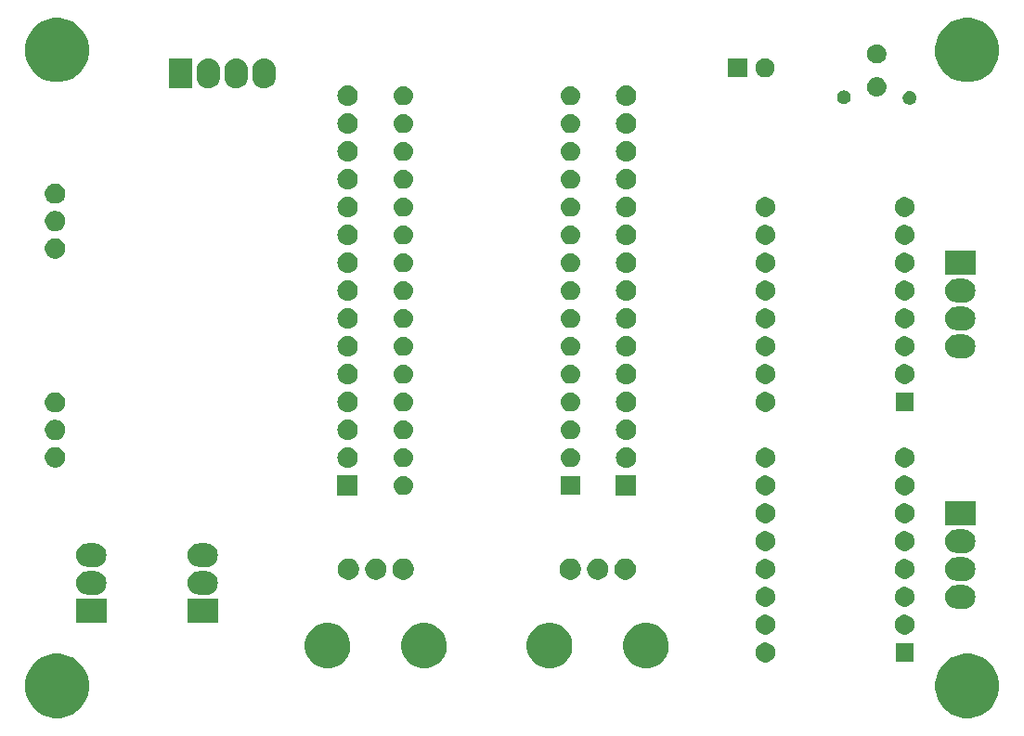
<source format=gbr>
G04 #@! TF.GenerationSoftware,KiCad,Pcbnew,(2018-01-19 revision 673f03e59)-master*
G04 #@! TF.CreationDate,2018-01-28T16:50:16+01:00*
G04 #@! TF.ProjectId,microman-kit,6D6963726F6D616E2D6B69742E6B6963,r1*
G04 #@! TF.SameCoordinates,Original*
G04 #@! TF.FileFunction,Soldermask,Bot*
G04 #@! TF.FilePolarity,Negative*
%FSLAX46Y46*%
G04 Gerber Fmt 4.6, Leading zero omitted, Abs format (unit mm)*
G04 Created by KiCad (PCBNEW (2018-01-19 revision 673f03e59)-master) date Sun Jan 28 16:50:16 2018*
%MOMM*%
%LPD*%
G01*
G04 APERTURE LIST*
%ADD10C,0.100000*%
G04 APERTURE END LIST*
D10*
G36*
X184353191Y-124687406D02*
X184353193Y-124687407D01*
X184353194Y-124687407D01*
X184833959Y-124886546D01*
X184885507Y-124907898D01*
X185364579Y-125228004D01*
X185771996Y-125635421D01*
X186092102Y-126114493D01*
X186312594Y-126646809D01*
X186425000Y-127211913D01*
X186425000Y-127788087D01*
X186312594Y-128353191D01*
X186092102Y-128885507D01*
X185771996Y-129364579D01*
X185364579Y-129771996D01*
X184885507Y-130092102D01*
X184353194Y-130312593D01*
X184353193Y-130312593D01*
X184353191Y-130312594D01*
X183788087Y-130425000D01*
X183211913Y-130425000D01*
X182646809Y-130312594D01*
X182646807Y-130312593D01*
X182646806Y-130312593D01*
X182114493Y-130092102D01*
X181635421Y-129771996D01*
X181228004Y-129364579D01*
X180907898Y-128885507D01*
X180687406Y-128353191D01*
X180575000Y-127788087D01*
X180575000Y-127211913D01*
X180687406Y-126646809D01*
X180907898Y-126114493D01*
X181228004Y-125635421D01*
X181635421Y-125228004D01*
X182114493Y-124907898D01*
X182166041Y-124886546D01*
X182646806Y-124687407D01*
X182646807Y-124687407D01*
X182646809Y-124687406D01*
X183211913Y-124575000D01*
X183788087Y-124575000D01*
X184353191Y-124687406D01*
X184353191Y-124687406D01*
G37*
G36*
X101353191Y-124687406D02*
X101353193Y-124687407D01*
X101353194Y-124687407D01*
X101833959Y-124886546D01*
X101885507Y-124907898D01*
X102364579Y-125228004D01*
X102771996Y-125635421D01*
X103092102Y-126114493D01*
X103312594Y-126646809D01*
X103425000Y-127211913D01*
X103425000Y-127788087D01*
X103312594Y-128353191D01*
X103092102Y-128885507D01*
X102771996Y-129364579D01*
X102364579Y-129771996D01*
X101885507Y-130092102D01*
X101353194Y-130312593D01*
X101353193Y-130312593D01*
X101353191Y-130312594D01*
X100788087Y-130425000D01*
X100211913Y-130425000D01*
X99646809Y-130312594D01*
X99646807Y-130312593D01*
X99646806Y-130312593D01*
X99114493Y-130092102D01*
X98635421Y-129771996D01*
X98228004Y-129364579D01*
X97907898Y-128885507D01*
X97687406Y-128353191D01*
X97575000Y-127788087D01*
X97575000Y-127211913D01*
X97687406Y-126646809D01*
X97907898Y-126114493D01*
X98228004Y-125635421D01*
X98635421Y-125228004D01*
X99114493Y-124907898D01*
X99166041Y-124886546D01*
X99646806Y-124687407D01*
X99646807Y-124687407D01*
X99646809Y-124687406D01*
X100211913Y-124575000D01*
X100788087Y-124575000D01*
X101353191Y-124687406D01*
X101353191Y-124687406D01*
G37*
G36*
X154825255Y-121844741D02*
X154825257Y-121844742D01*
X154825258Y-121844742D01*
X155202881Y-122001159D01*
X155542734Y-122228241D01*
X155831759Y-122517266D01*
X156011250Y-122785894D01*
X156058841Y-122857119D01*
X156215259Y-123234745D01*
X156295000Y-123635630D01*
X156295000Y-124044370D01*
X156229968Y-124371309D01*
X156215258Y-124445258D01*
X156058841Y-124822881D01*
X155831759Y-125162734D01*
X155542734Y-125451759D01*
X155202881Y-125678841D01*
X154825258Y-125835258D01*
X154825257Y-125835258D01*
X154825255Y-125835259D01*
X154424370Y-125915000D01*
X154015630Y-125915000D01*
X153614745Y-125835259D01*
X153614743Y-125835258D01*
X153614742Y-125835258D01*
X153237119Y-125678841D01*
X152897266Y-125451759D01*
X152608241Y-125162734D01*
X152381159Y-124822881D01*
X152224742Y-124445258D01*
X152210033Y-124371309D01*
X152145000Y-124044370D01*
X152145000Y-123635630D01*
X152224741Y-123234745D01*
X152381159Y-122857119D01*
X152428750Y-122785894D01*
X152608241Y-122517266D01*
X152897266Y-122228241D01*
X153237119Y-122001159D01*
X153614742Y-121844742D01*
X153614743Y-121844742D01*
X153614745Y-121844741D01*
X154015630Y-121765000D01*
X154424370Y-121765000D01*
X154825255Y-121844741D01*
X154825255Y-121844741D01*
G37*
G36*
X134585255Y-121844741D02*
X134585257Y-121844742D01*
X134585258Y-121844742D01*
X134962881Y-122001159D01*
X135302734Y-122228241D01*
X135591759Y-122517266D01*
X135771250Y-122785894D01*
X135818841Y-122857119D01*
X135975259Y-123234745D01*
X136055000Y-123635630D01*
X136055000Y-124044370D01*
X135989968Y-124371309D01*
X135975258Y-124445258D01*
X135818841Y-124822881D01*
X135591759Y-125162734D01*
X135302734Y-125451759D01*
X134962881Y-125678841D01*
X134585258Y-125835258D01*
X134585257Y-125835258D01*
X134585255Y-125835259D01*
X134184370Y-125915000D01*
X133775630Y-125915000D01*
X133374745Y-125835259D01*
X133374743Y-125835258D01*
X133374742Y-125835258D01*
X132997119Y-125678841D01*
X132657266Y-125451759D01*
X132368241Y-125162734D01*
X132141159Y-124822881D01*
X131984742Y-124445258D01*
X131970033Y-124371309D01*
X131905000Y-124044370D01*
X131905000Y-123635630D01*
X131984741Y-123234745D01*
X132141159Y-122857119D01*
X132188750Y-122785894D01*
X132368241Y-122517266D01*
X132657266Y-122228241D01*
X132997119Y-122001159D01*
X133374742Y-121844742D01*
X133374743Y-121844742D01*
X133374745Y-121844741D01*
X133775630Y-121765000D01*
X134184370Y-121765000D01*
X134585255Y-121844741D01*
X134585255Y-121844741D01*
G37*
G36*
X125785255Y-121844741D02*
X125785257Y-121844742D01*
X125785258Y-121844742D01*
X126162881Y-122001159D01*
X126502734Y-122228241D01*
X126791759Y-122517266D01*
X126971250Y-122785894D01*
X127018841Y-122857119D01*
X127175259Y-123234745D01*
X127255000Y-123635630D01*
X127255000Y-124044370D01*
X127189968Y-124371309D01*
X127175258Y-124445258D01*
X127018841Y-124822881D01*
X126791759Y-125162734D01*
X126502734Y-125451759D01*
X126162881Y-125678841D01*
X125785258Y-125835258D01*
X125785257Y-125835258D01*
X125785255Y-125835259D01*
X125384370Y-125915000D01*
X124975630Y-125915000D01*
X124574745Y-125835259D01*
X124574743Y-125835258D01*
X124574742Y-125835258D01*
X124197119Y-125678841D01*
X123857266Y-125451759D01*
X123568241Y-125162734D01*
X123341159Y-124822881D01*
X123184742Y-124445258D01*
X123170033Y-124371309D01*
X123105000Y-124044370D01*
X123105000Y-123635630D01*
X123184741Y-123234745D01*
X123341159Y-122857119D01*
X123388750Y-122785894D01*
X123568241Y-122517266D01*
X123857266Y-122228241D01*
X124197119Y-122001159D01*
X124574742Y-121844742D01*
X124574743Y-121844742D01*
X124574745Y-121844741D01*
X124975630Y-121765000D01*
X125384370Y-121765000D01*
X125785255Y-121844741D01*
X125785255Y-121844741D01*
G37*
G36*
X146025255Y-121844741D02*
X146025257Y-121844742D01*
X146025258Y-121844742D01*
X146402881Y-122001159D01*
X146742734Y-122228241D01*
X147031759Y-122517266D01*
X147211250Y-122785894D01*
X147258841Y-122857119D01*
X147415259Y-123234745D01*
X147495000Y-123635630D01*
X147495000Y-124044370D01*
X147429968Y-124371309D01*
X147415258Y-124445258D01*
X147258841Y-124822881D01*
X147031759Y-125162734D01*
X146742734Y-125451759D01*
X146402881Y-125678841D01*
X146025258Y-125835258D01*
X146025257Y-125835258D01*
X146025255Y-125835259D01*
X145624370Y-125915000D01*
X145215630Y-125915000D01*
X144814745Y-125835259D01*
X144814743Y-125835258D01*
X144814742Y-125835258D01*
X144437119Y-125678841D01*
X144097266Y-125451759D01*
X143808241Y-125162734D01*
X143581159Y-124822881D01*
X143424742Y-124445258D01*
X143410033Y-124371309D01*
X143345000Y-124044370D01*
X143345000Y-123635630D01*
X143424741Y-123234745D01*
X143581159Y-122857119D01*
X143628750Y-122785894D01*
X143808241Y-122517266D01*
X144097266Y-122228241D01*
X144437119Y-122001159D01*
X144814742Y-121844742D01*
X144814743Y-121844742D01*
X144814745Y-121844741D01*
X145215630Y-121765000D01*
X145624370Y-121765000D01*
X146025255Y-121844741D01*
X146025255Y-121844741D01*
G37*
G36*
X165362664Y-123594105D02*
X165362667Y-123594106D01*
X165362666Y-123594106D01*
X165526547Y-123661987D01*
X165674035Y-123760536D01*
X165799464Y-123885965D01*
X165898013Y-124033453D01*
X165898013Y-124033454D01*
X165965895Y-124197336D01*
X166000500Y-124371306D01*
X166000500Y-124548694D01*
X165965895Y-124722664D01*
X165965894Y-124722666D01*
X165898013Y-124886547D01*
X165832165Y-124985095D01*
X165799465Y-125034034D01*
X165674034Y-125159465D01*
X165669140Y-125162735D01*
X165526547Y-125258013D01*
X165410666Y-125306012D01*
X165362664Y-125325895D01*
X165188694Y-125360500D01*
X165011306Y-125360500D01*
X164837336Y-125325895D01*
X164789334Y-125306012D01*
X164673453Y-125258013D01*
X164530860Y-125162735D01*
X164525966Y-125159465D01*
X164400535Y-125034034D01*
X164367835Y-124985095D01*
X164301987Y-124886547D01*
X164234106Y-124722666D01*
X164234105Y-124722664D01*
X164199500Y-124548694D01*
X164199500Y-124371306D01*
X164234105Y-124197336D01*
X164301987Y-124033454D01*
X164301987Y-124033453D01*
X164400536Y-123885965D01*
X164525965Y-123760536D01*
X164673453Y-123661987D01*
X164837334Y-123594106D01*
X164837333Y-123594106D01*
X164837336Y-123594105D01*
X165011306Y-123559500D01*
X165188694Y-123559500D01*
X165362664Y-123594105D01*
X165362664Y-123594105D01*
G37*
G36*
X178625000Y-125285000D02*
X176975000Y-125285000D01*
X176975000Y-123635000D01*
X178625000Y-123635000D01*
X178625000Y-125285000D01*
X178625000Y-125285000D01*
G37*
G36*
X178062664Y-121054105D02*
X178062667Y-121054106D01*
X178062666Y-121054106D01*
X178226547Y-121121987D01*
X178374035Y-121220536D01*
X178499464Y-121345965D01*
X178598013Y-121493453D01*
X178598013Y-121493454D01*
X178665895Y-121657336D01*
X178700500Y-121831306D01*
X178700500Y-122008694D01*
X178665895Y-122182664D01*
X178665894Y-122182666D01*
X178598013Y-122346547D01*
X178499464Y-122494035D01*
X178374035Y-122619464D01*
X178226547Y-122718013D01*
X178110666Y-122766012D01*
X178062664Y-122785895D01*
X177888694Y-122820500D01*
X177711306Y-122820500D01*
X177537336Y-122785895D01*
X177489334Y-122766012D01*
X177373453Y-122718013D01*
X177225965Y-122619464D01*
X177100536Y-122494035D01*
X177001987Y-122346547D01*
X176934106Y-122182666D01*
X176934105Y-122182664D01*
X176899500Y-122008694D01*
X176899500Y-121831306D01*
X176934105Y-121657336D01*
X177001987Y-121493454D01*
X177001987Y-121493453D01*
X177100536Y-121345965D01*
X177225965Y-121220536D01*
X177373453Y-121121987D01*
X177537334Y-121054106D01*
X177537333Y-121054106D01*
X177537336Y-121054105D01*
X177711306Y-121019500D01*
X177888694Y-121019500D01*
X178062664Y-121054105D01*
X178062664Y-121054105D01*
G37*
G36*
X165362664Y-121054105D02*
X165362667Y-121054106D01*
X165362666Y-121054106D01*
X165526547Y-121121987D01*
X165674035Y-121220536D01*
X165799464Y-121345965D01*
X165898013Y-121493453D01*
X165898013Y-121493454D01*
X165965895Y-121657336D01*
X166000500Y-121831306D01*
X166000500Y-122008694D01*
X165965895Y-122182664D01*
X165965894Y-122182666D01*
X165898013Y-122346547D01*
X165799464Y-122494035D01*
X165674035Y-122619464D01*
X165526547Y-122718013D01*
X165410666Y-122766012D01*
X165362664Y-122785895D01*
X165188694Y-122820500D01*
X165011306Y-122820500D01*
X164837336Y-122785895D01*
X164789334Y-122766012D01*
X164673453Y-122718013D01*
X164525965Y-122619464D01*
X164400536Y-122494035D01*
X164301987Y-122346547D01*
X164234106Y-122182666D01*
X164234105Y-122182664D01*
X164199500Y-122008694D01*
X164199500Y-121831306D01*
X164234105Y-121657336D01*
X164301987Y-121493454D01*
X164301987Y-121493453D01*
X164400536Y-121345965D01*
X164525965Y-121220536D01*
X164673453Y-121121987D01*
X164837334Y-121054106D01*
X164837333Y-121054106D01*
X164837336Y-121054105D01*
X165011306Y-121019500D01*
X165188694Y-121019500D01*
X165362664Y-121054105D01*
X165362664Y-121054105D01*
G37*
G36*
X115167000Y-121725000D02*
X112417000Y-121725000D01*
X112417000Y-119575000D01*
X115167000Y-119575000D01*
X115167000Y-121725000D01*
X115167000Y-121725000D01*
G37*
G36*
X105007000Y-121725000D02*
X102257000Y-121725000D01*
X102257000Y-119575000D01*
X105007000Y-119575000D01*
X105007000Y-121725000D01*
X105007000Y-121725000D01*
G37*
G36*
X183197605Y-118305076D02*
X183197611Y-118305077D01*
X183201662Y-118305105D01*
X183410158Y-118328491D01*
X183610141Y-118391930D01*
X183793993Y-118493003D01*
X183954711Y-118627862D01*
X184086175Y-118791370D01*
X184183376Y-118977298D01*
X184242612Y-119178565D01*
X184242618Y-119178626D01*
X184242626Y-119178655D01*
X184261631Y-119387500D01*
X184239711Y-119596061D01*
X184239704Y-119596084D01*
X184239696Y-119596159D01*
X184177656Y-119796579D01*
X184077868Y-119981132D01*
X183944135Y-120142789D01*
X183781549Y-120275390D01*
X183596304Y-120373887D01*
X183395455Y-120434527D01*
X183186653Y-120455000D01*
X182573279Y-120455000D01*
X182562395Y-120454924D01*
X182562389Y-120454923D01*
X182558338Y-120454895D01*
X182349842Y-120431509D01*
X182149859Y-120368070D01*
X181966007Y-120266997D01*
X181805289Y-120132138D01*
X181673825Y-119968630D01*
X181576624Y-119782702D01*
X181517388Y-119581435D01*
X181517382Y-119581374D01*
X181517374Y-119581345D01*
X181498369Y-119372500D01*
X181520289Y-119163939D01*
X181520296Y-119163916D01*
X181520304Y-119163841D01*
X181582344Y-118963421D01*
X181682132Y-118778868D01*
X181815865Y-118617211D01*
X181978451Y-118484610D01*
X182163696Y-118386113D01*
X182364545Y-118325473D01*
X182573347Y-118305000D01*
X183186721Y-118305000D01*
X183197605Y-118305076D01*
X183197605Y-118305076D01*
G37*
G36*
X178062664Y-118514105D02*
X178062667Y-118514106D01*
X178062666Y-118514106D01*
X178226547Y-118581987D01*
X178374035Y-118680536D01*
X178499464Y-118805965D01*
X178598013Y-118953453D01*
X178615884Y-118996599D01*
X178665895Y-119117336D01*
X178700500Y-119291306D01*
X178700500Y-119468694D01*
X178665895Y-119642664D01*
X178665894Y-119642666D01*
X178598013Y-119806547D01*
X178499464Y-119954035D01*
X178374035Y-120079464D01*
X178226547Y-120178013D01*
X178110666Y-120226012D01*
X178062664Y-120245895D01*
X177888694Y-120280500D01*
X177711306Y-120280500D01*
X177537336Y-120245895D01*
X177489334Y-120226012D01*
X177373453Y-120178013D01*
X177225965Y-120079464D01*
X177100536Y-119954035D01*
X177001987Y-119806547D01*
X176934106Y-119642666D01*
X176934105Y-119642664D01*
X176899500Y-119468694D01*
X176899500Y-119291306D01*
X176934105Y-119117336D01*
X176984116Y-118996599D01*
X177001987Y-118953453D01*
X177100536Y-118805965D01*
X177225965Y-118680536D01*
X177373453Y-118581987D01*
X177537334Y-118514106D01*
X177537333Y-118514106D01*
X177537336Y-118514105D01*
X177711306Y-118479500D01*
X177888694Y-118479500D01*
X178062664Y-118514105D01*
X178062664Y-118514105D01*
G37*
G36*
X165362664Y-118514105D02*
X165362667Y-118514106D01*
X165362666Y-118514106D01*
X165526547Y-118581987D01*
X165674035Y-118680536D01*
X165799464Y-118805965D01*
X165898013Y-118953453D01*
X165915884Y-118996599D01*
X165965895Y-119117336D01*
X166000500Y-119291306D01*
X166000500Y-119468694D01*
X165965895Y-119642664D01*
X165965894Y-119642666D01*
X165898013Y-119806547D01*
X165799464Y-119954035D01*
X165674035Y-120079464D01*
X165526547Y-120178013D01*
X165410666Y-120226012D01*
X165362664Y-120245895D01*
X165188694Y-120280500D01*
X165011306Y-120280500D01*
X164837336Y-120245895D01*
X164789334Y-120226012D01*
X164673453Y-120178013D01*
X164525965Y-120079464D01*
X164400536Y-119954035D01*
X164301987Y-119806547D01*
X164234106Y-119642666D01*
X164234105Y-119642664D01*
X164199500Y-119468694D01*
X164199500Y-119291306D01*
X164234105Y-119117336D01*
X164284116Y-118996599D01*
X164301987Y-118953453D01*
X164400536Y-118805965D01*
X164525965Y-118680536D01*
X164673453Y-118581987D01*
X164837334Y-118514106D01*
X164837333Y-118514106D01*
X164837336Y-118514105D01*
X165011306Y-118479500D01*
X165188694Y-118479500D01*
X165362664Y-118514105D01*
X165362664Y-118514105D01*
G37*
G36*
X114109605Y-117035076D02*
X114109611Y-117035077D01*
X114113662Y-117035105D01*
X114322158Y-117058491D01*
X114522141Y-117121930D01*
X114705993Y-117223003D01*
X114866711Y-117357862D01*
X114998175Y-117521370D01*
X115095376Y-117707298D01*
X115154612Y-117908565D01*
X115154618Y-117908626D01*
X115154626Y-117908655D01*
X115173631Y-118117500D01*
X115151711Y-118326061D01*
X115151704Y-118326084D01*
X115151696Y-118326159D01*
X115089656Y-118526579D01*
X114989868Y-118711132D01*
X114856135Y-118872789D01*
X114693549Y-119005390D01*
X114508304Y-119103887D01*
X114307455Y-119164527D01*
X114098653Y-119185000D01*
X113485279Y-119185000D01*
X113474395Y-119184924D01*
X113474389Y-119184923D01*
X113470338Y-119184895D01*
X113261842Y-119161509D01*
X113061859Y-119098070D01*
X112878007Y-118996997D01*
X112717289Y-118862138D01*
X112585825Y-118698630D01*
X112488624Y-118512702D01*
X112429388Y-118311435D01*
X112429382Y-118311374D01*
X112429374Y-118311345D01*
X112410369Y-118102500D01*
X112432289Y-117893939D01*
X112432296Y-117893916D01*
X112432304Y-117893841D01*
X112494344Y-117693421D01*
X112594132Y-117508868D01*
X112727865Y-117347211D01*
X112890451Y-117214610D01*
X113075696Y-117116113D01*
X113276545Y-117055473D01*
X113485347Y-117035000D01*
X114098721Y-117035000D01*
X114109605Y-117035076D01*
X114109605Y-117035076D01*
G37*
G36*
X103949605Y-117035076D02*
X103949611Y-117035077D01*
X103953662Y-117035105D01*
X104162158Y-117058491D01*
X104362141Y-117121930D01*
X104545993Y-117223003D01*
X104706711Y-117357862D01*
X104838175Y-117521370D01*
X104935376Y-117707298D01*
X104994612Y-117908565D01*
X104994618Y-117908626D01*
X104994626Y-117908655D01*
X105013631Y-118117500D01*
X104991711Y-118326061D01*
X104991704Y-118326084D01*
X104991696Y-118326159D01*
X104929656Y-118526579D01*
X104829868Y-118711132D01*
X104696135Y-118872789D01*
X104533549Y-119005390D01*
X104348304Y-119103887D01*
X104147455Y-119164527D01*
X103938653Y-119185000D01*
X103325279Y-119185000D01*
X103314395Y-119184924D01*
X103314389Y-119184923D01*
X103310338Y-119184895D01*
X103101842Y-119161509D01*
X102901859Y-119098070D01*
X102718007Y-118996997D01*
X102557289Y-118862138D01*
X102425825Y-118698630D01*
X102328624Y-118512702D01*
X102269388Y-118311435D01*
X102269382Y-118311374D01*
X102269374Y-118311345D01*
X102250369Y-118102500D01*
X102272289Y-117893939D01*
X102272296Y-117893916D01*
X102272304Y-117893841D01*
X102334344Y-117693421D01*
X102434132Y-117508868D01*
X102567865Y-117347211D01*
X102730451Y-117214610D01*
X102915696Y-117116113D01*
X103116545Y-117055473D01*
X103325347Y-117035000D01*
X103938721Y-117035000D01*
X103949605Y-117035076D01*
X103949605Y-117035076D01*
G37*
G36*
X183197605Y-115765076D02*
X183197611Y-115765077D01*
X183201662Y-115765105D01*
X183410158Y-115788491D01*
X183610141Y-115851930D01*
X183793993Y-115953003D01*
X183954711Y-116087862D01*
X184086175Y-116251370D01*
X184183376Y-116437298D01*
X184242612Y-116638565D01*
X184242618Y-116638626D01*
X184242626Y-116638655D01*
X184261631Y-116847500D01*
X184239711Y-117056061D01*
X184239704Y-117056084D01*
X184239696Y-117056159D01*
X184177656Y-117256579D01*
X184077868Y-117441132D01*
X183944135Y-117602789D01*
X183781549Y-117735390D01*
X183596304Y-117833887D01*
X183395455Y-117894527D01*
X183186653Y-117915000D01*
X182573279Y-117915000D01*
X182562395Y-117914924D01*
X182562389Y-117914923D01*
X182558338Y-117914895D01*
X182349842Y-117891509D01*
X182149859Y-117828070D01*
X181966007Y-117726997D01*
X181805289Y-117592138D01*
X181673825Y-117428630D01*
X181576624Y-117242702D01*
X181517388Y-117041435D01*
X181517382Y-117041374D01*
X181517374Y-117041345D01*
X181498369Y-116832500D01*
X181520289Y-116623939D01*
X181520296Y-116623916D01*
X181520304Y-116623841D01*
X181582344Y-116423421D01*
X181682132Y-116238868D01*
X181815865Y-116077211D01*
X181978451Y-115944610D01*
X182163696Y-115846113D01*
X182364545Y-115785473D01*
X182573347Y-115765000D01*
X183186721Y-115765000D01*
X183197605Y-115765076D01*
X183197605Y-115765076D01*
G37*
G36*
X147604397Y-115902468D02*
X147781836Y-115975966D01*
X147941527Y-116082668D01*
X148077332Y-116218473D01*
X148184034Y-116378164D01*
X148257532Y-116555603D01*
X148295000Y-116743971D01*
X148295000Y-116936029D01*
X148257532Y-117124397D01*
X148184034Y-117301836D01*
X148077332Y-117461527D01*
X147941527Y-117597332D01*
X147781836Y-117704034D01*
X147604397Y-117777532D01*
X147416029Y-117815000D01*
X147223971Y-117815000D01*
X147035603Y-117777532D01*
X146858164Y-117704034D01*
X146698473Y-117597332D01*
X146562668Y-117461527D01*
X146455966Y-117301836D01*
X146382468Y-117124397D01*
X146345000Y-116936029D01*
X146345000Y-116743971D01*
X146382468Y-116555603D01*
X146455966Y-116378164D01*
X146562668Y-116218473D01*
X146698473Y-116082668D01*
X146858164Y-115975966D01*
X147035603Y-115902468D01*
X147223971Y-115865000D01*
X147416029Y-115865000D01*
X147604397Y-115902468D01*
X147604397Y-115902468D01*
G37*
G36*
X129864397Y-115902468D02*
X130041836Y-115975966D01*
X130201527Y-116082668D01*
X130337332Y-116218473D01*
X130444034Y-116378164D01*
X130517532Y-116555603D01*
X130555000Y-116743971D01*
X130555000Y-116936029D01*
X130517532Y-117124397D01*
X130444034Y-117301836D01*
X130337332Y-117461527D01*
X130201527Y-117597332D01*
X130041836Y-117704034D01*
X129864397Y-117777532D01*
X129676029Y-117815000D01*
X129483971Y-117815000D01*
X129295603Y-117777532D01*
X129118164Y-117704034D01*
X128958473Y-117597332D01*
X128822668Y-117461527D01*
X128715966Y-117301836D01*
X128642468Y-117124397D01*
X128605000Y-116936029D01*
X128605000Y-116743971D01*
X128642468Y-116555603D01*
X128715966Y-116378164D01*
X128822668Y-116218473D01*
X128958473Y-116082668D01*
X129118164Y-115975966D01*
X129295603Y-115902468D01*
X129483971Y-115865000D01*
X129676029Y-115865000D01*
X129864397Y-115902468D01*
X129864397Y-115902468D01*
G37*
G36*
X127364397Y-115902468D02*
X127541836Y-115975966D01*
X127701527Y-116082668D01*
X127837332Y-116218473D01*
X127944034Y-116378164D01*
X128017532Y-116555603D01*
X128055000Y-116743971D01*
X128055000Y-116936029D01*
X128017532Y-117124397D01*
X127944034Y-117301836D01*
X127837332Y-117461527D01*
X127701527Y-117597332D01*
X127541836Y-117704034D01*
X127364397Y-117777532D01*
X127176029Y-117815000D01*
X126983971Y-117815000D01*
X126795603Y-117777532D01*
X126618164Y-117704034D01*
X126458473Y-117597332D01*
X126322668Y-117461527D01*
X126215966Y-117301836D01*
X126142468Y-117124397D01*
X126105000Y-116936029D01*
X126105000Y-116743971D01*
X126142468Y-116555603D01*
X126215966Y-116378164D01*
X126322668Y-116218473D01*
X126458473Y-116082668D01*
X126618164Y-115975966D01*
X126795603Y-115902468D01*
X126983971Y-115865000D01*
X127176029Y-115865000D01*
X127364397Y-115902468D01*
X127364397Y-115902468D01*
G37*
G36*
X132364397Y-115902468D02*
X132541836Y-115975966D01*
X132701527Y-116082668D01*
X132837332Y-116218473D01*
X132944034Y-116378164D01*
X133017532Y-116555603D01*
X133055000Y-116743971D01*
X133055000Y-116936029D01*
X133017532Y-117124397D01*
X132944034Y-117301836D01*
X132837332Y-117461527D01*
X132701527Y-117597332D01*
X132541836Y-117704034D01*
X132364397Y-117777532D01*
X132176029Y-117815000D01*
X131983971Y-117815000D01*
X131795603Y-117777532D01*
X131618164Y-117704034D01*
X131458473Y-117597332D01*
X131322668Y-117461527D01*
X131215966Y-117301836D01*
X131142468Y-117124397D01*
X131105000Y-116936029D01*
X131105000Y-116743971D01*
X131142468Y-116555603D01*
X131215966Y-116378164D01*
X131322668Y-116218473D01*
X131458473Y-116082668D01*
X131618164Y-115975966D01*
X131795603Y-115902468D01*
X131983971Y-115865000D01*
X132176029Y-115865000D01*
X132364397Y-115902468D01*
X132364397Y-115902468D01*
G37*
G36*
X150104397Y-115902468D02*
X150281836Y-115975966D01*
X150441527Y-116082668D01*
X150577332Y-116218473D01*
X150684034Y-116378164D01*
X150757532Y-116555603D01*
X150795000Y-116743971D01*
X150795000Y-116936029D01*
X150757532Y-117124397D01*
X150684034Y-117301836D01*
X150577332Y-117461527D01*
X150441527Y-117597332D01*
X150281836Y-117704034D01*
X150104397Y-117777532D01*
X149916029Y-117815000D01*
X149723971Y-117815000D01*
X149535603Y-117777532D01*
X149358164Y-117704034D01*
X149198473Y-117597332D01*
X149062668Y-117461527D01*
X148955966Y-117301836D01*
X148882468Y-117124397D01*
X148845000Y-116936029D01*
X148845000Y-116743971D01*
X148882468Y-116555603D01*
X148955966Y-116378164D01*
X149062668Y-116218473D01*
X149198473Y-116082668D01*
X149358164Y-115975966D01*
X149535603Y-115902468D01*
X149723971Y-115865000D01*
X149916029Y-115865000D01*
X150104397Y-115902468D01*
X150104397Y-115902468D01*
G37*
G36*
X152604397Y-115902468D02*
X152781836Y-115975966D01*
X152941527Y-116082668D01*
X153077332Y-116218473D01*
X153184034Y-116378164D01*
X153257532Y-116555603D01*
X153295000Y-116743971D01*
X153295000Y-116936029D01*
X153257532Y-117124397D01*
X153184034Y-117301836D01*
X153077332Y-117461527D01*
X152941527Y-117597332D01*
X152781836Y-117704034D01*
X152604397Y-117777532D01*
X152416029Y-117815000D01*
X152223971Y-117815000D01*
X152035603Y-117777532D01*
X151858164Y-117704034D01*
X151698473Y-117597332D01*
X151562668Y-117461527D01*
X151455966Y-117301836D01*
X151382468Y-117124397D01*
X151345000Y-116936029D01*
X151345000Y-116743971D01*
X151382468Y-116555603D01*
X151455966Y-116378164D01*
X151562668Y-116218473D01*
X151698473Y-116082668D01*
X151858164Y-115975966D01*
X152035603Y-115902468D01*
X152223971Y-115865000D01*
X152416029Y-115865000D01*
X152604397Y-115902468D01*
X152604397Y-115902468D01*
G37*
G36*
X165362664Y-115974105D02*
X165392335Y-115986395D01*
X165526547Y-116041987D01*
X165674035Y-116140536D01*
X165799464Y-116265965D01*
X165898013Y-116413453D01*
X165915884Y-116456599D01*
X165965895Y-116577336D01*
X166000500Y-116751306D01*
X166000500Y-116928694D01*
X165965895Y-117102664D01*
X165946012Y-117150666D01*
X165898013Y-117266547D01*
X165799464Y-117414035D01*
X165674035Y-117539464D01*
X165526547Y-117638013D01*
X165410666Y-117686012D01*
X165362664Y-117705895D01*
X165188694Y-117740500D01*
X165011306Y-117740500D01*
X164837336Y-117705895D01*
X164789334Y-117686012D01*
X164673453Y-117638013D01*
X164525965Y-117539464D01*
X164400536Y-117414035D01*
X164301987Y-117266547D01*
X164253988Y-117150666D01*
X164234105Y-117102664D01*
X164199500Y-116928694D01*
X164199500Y-116751306D01*
X164234105Y-116577336D01*
X164284116Y-116456599D01*
X164301987Y-116413453D01*
X164400536Y-116265965D01*
X164525965Y-116140536D01*
X164673453Y-116041987D01*
X164807665Y-115986395D01*
X164837336Y-115974105D01*
X165011306Y-115939500D01*
X165188694Y-115939500D01*
X165362664Y-115974105D01*
X165362664Y-115974105D01*
G37*
G36*
X178062664Y-115974105D02*
X178092335Y-115986395D01*
X178226547Y-116041987D01*
X178374035Y-116140536D01*
X178499464Y-116265965D01*
X178598013Y-116413453D01*
X178615884Y-116456599D01*
X178665895Y-116577336D01*
X178700500Y-116751306D01*
X178700500Y-116928694D01*
X178665895Y-117102664D01*
X178646012Y-117150666D01*
X178598013Y-117266547D01*
X178499464Y-117414035D01*
X178374035Y-117539464D01*
X178226547Y-117638013D01*
X178110666Y-117686012D01*
X178062664Y-117705895D01*
X177888694Y-117740500D01*
X177711306Y-117740500D01*
X177537336Y-117705895D01*
X177489334Y-117686012D01*
X177373453Y-117638013D01*
X177225965Y-117539464D01*
X177100536Y-117414035D01*
X177001987Y-117266547D01*
X176953988Y-117150666D01*
X176934105Y-117102664D01*
X176899500Y-116928694D01*
X176899500Y-116751306D01*
X176934105Y-116577336D01*
X176984116Y-116456599D01*
X177001987Y-116413453D01*
X177100536Y-116265965D01*
X177225965Y-116140536D01*
X177373453Y-116041987D01*
X177507665Y-115986395D01*
X177537336Y-115974105D01*
X177711306Y-115939500D01*
X177888694Y-115939500D01*
X178062664Y-115974105D01*
X178062664Y-115974105D01*
G37*
G36*
X103949605Y-114495076D02*
X103949611Y-114495077D01*
X103953662Y-114495105D01*
X104162158Y-114518491D01*
X104362141Y-114581930D01*
X104545993Y-114683003D01*
X104706711Y-114817862D01*
X104838175Y-114981370D01*
X104935376Y-115167298D01*
X104994612Y-115368565D01*
X104994618Y-115368626D01*
X104994626Y-115368655D01*
X105013631Y-115577500D01*
X104991711Y-115786061D01*
X104991704Y-115786084D01*
X104991696Y-115786159D01*
X104929656Y-115986579D01*
X104829868Y-116171132D01*
X104696135Y-116332789D01*
X104533549Y-116465390D01*
X104348304Y-116563887D01*
X104147455Y-116624527D01*
X103938653Y-116645000D01*
X103325279Y-116645000D01*
X103314395Y-116644924D01*
X103314389Y-116644923D01*
X103310338Y-116644895D01*
X103101842Y-116621509D01*
X102901859Y-116558070D01*
X102718007Y-116456997D01*
X102557289Y-116322138D01*
X102425825Y-116158630D01*
X102328624Y-115972702D01*
X102269388Y-115771435D01*
X102269382Y-115771374D01*
X102269374Y-115771345D01*
X102250369Y-115562500D01*
X102272289Y-115353939D01*
X102272296Y-115353916D01*
X102272304Y-115353841D01*
X102334344Y-115153421D01*
X102434132Y-114968868D01*
X102567865Y-114807211D01*
X102730451Y-114674610D01*
X102915696Y-114576113D01*
X103116545Y-114515473D01*
X103325347Y-114495000D01*
X103938721Y-114495000D01*
X103949605Y-114495076D01*
X103949605Y-114495076D01*
G37*
G36*
X114109605Y-114495076D02*
X114109611Y-114495077D01*
X114113662Y-114495105D01*
X114322158Y-114518491D01*
X114522141Y-114581930D01*
X114705993Y-114683003D01*
X114866711Y-114817862D01*
X114998175Y-114981370D01*
X115095376Y-115167298D01*
X115154612Y-115368565D01*
X115154618Y-115368626D01*
X115154626Y-115368655D01*
X115173631Y-115577500D01*
X115151711Y-115786061D01*
X115151704Y-115786084D01*
X115151696Y-115786159D01*
X115089656Y-115986579D01*
X114989868Y-116171132D01*
X114856135Y-116332789D01*
X114693549Y-116465390D01*
X114508304Y-116563887D01*
X114307455Y-116624527D01*
X114098653Y-116645000D01*
X113485279Y-116645000D01*
X113474395Y-116644924D01*
X113474389Y-116644923D01*
X113470338Y-116644895D01*
X113261842Y-116621509D01*
X113061859Y-116558070D01*
X112878007Y-116456997D01*
X112717289Y-116322138D01*
X112585825Y-116158630D01*
X112488624Y-115972702D01*
X112429388Y-115771435D01*
X112429382Y-115771374D01*
X112429374Y-115771345D01*
X112410369Y-115562500D01*
X112432289Y-115353939D01*
X112432296Y-115353916D01*
X112432304Y-115353841D01*
X112494344Y-115153421D01*
X112594132Y-114968868D01*
X112727865Y-114807211D01*
X112890451Y-114674610D01*
X113075696Y-114576113D01*
X113276545Y-114515473D01*
X113485347Y-114495000D01*
X114098721Y-114495000D01*
X114109605Y-114495076D01*
X114109605Y-114495076D01*
G37*
G36*
X183197605Y-113225076D02*
X183197611Y-113225077D01*
X183201662Y-113225105D01*
X183410158Y-113248491D01*
X183610141Y-113311930D01*
X183793993Y-113413003D01*
X183954711Y-113547862D01*
X184086175Y-113711370D01*
X184183376Y-113897298D01*
X184242612Y-114098565D01*
X184242618Y-114098626D01*
X184242626Y-114098655D01*
X184261631Y-114307500D01*
X184239711Y-114516061D01*
X184239704Y-114516084D01*
X184239696Y-114516159D01*
X184177656Y-114716579D01*
X184077868Y-114901132D01*
X183944135Y-115062789D01*
X183781549Y-115195390D01*
X183596304Y-115293887D01*
X183395455Y-115354527D01*
X183186653Y-115375000D01*
X182573279Y-115375000D01*
X182562395Y-115374924D01*
X182562389Y-115374923D01*
X182558338Y-115374895D01*
X182349842Y-115351509D01*
X182149859Y-115288070D01*
X181966007Y-115186997D01*
X181805289Y-115052138D01*
X181673825Y-114888630D01*
X181576624Y-114702702D01*
X181517388Y-114501435D01*
X181517382Y-114501374D01*
X181517374Y-114501345D01*
X181498369Y-114292500D01*
X181520289Y-114083939D01*
X181520296Y-114083916D01*
X181520304Y-114083841D01*
X181582344Y-113883421D01*
X181682132Y-113698868D01*
X181815865Y-113537211D01*
X181978451Y-113404610D01*
X182163696Y-113306113D01*
X182364545Y-113245473D01*
X182573347Y-113225000D01*
X183186721Y-113225000D01*
X183197605Y-113225076D01*
X183197605Y-113225076D01*
G37*
G36*
X165362664Y-113434105D02*
X165362667Y-113434106D01*
X165362666Y-113434106D01*
X165526547Y-113501987D01*
X165674035Y-113600536D01*
X165799464Y-113725965D01*
X165898013Y-113873453D01*
X165946012Y-113989334D01*
X165965895Y-114037336D01*
X166000500Y-114211306D01*
X166000500Y-114388694D01*
X165965895Y-114562664D01*
X165965894Y-114562666D01*
X165898013Y-114726547D01*
X165799464Y-114874035D01*
X165674035Y-114999464D01*
X165526547Y-115098013D01*
X165410666Y-115146012D01*
X165362664Y-115165895D01*
X165188694Y-115200500D01*
X165011306Y-115200500D01*
X164837336Y-115165895D01*
X164789334Y-115146012D01*
X164673453Y-115098013D01*
X164525965Y-114999464D01*
X164400536Y-114874035D01*
X164301987Y-114726547D01*
X164234106Y-114562666D01*
X164234105Y-114562664D01*
X164199500Y-114388694D01*
X164199500Y-114211306D01*
X164234105Y-114037336D01*
X164253988Y-113989334D01*
X164301987Y-113873453D01*
X164400536Y-113725965D01*
X164525965Y-113600536D01*
X164673453Y-113501987D01*
X164837334Y-113434106D01*
X164837333Y-113434106D01*
X164837336Y-113434105D01*
X165011306Y-113399500D01*
X165188694Y-113399500D01*
X165362664Y-113434105D01*
X165362664Y-113434105D01*
G37*
G36*
X178062664Y-113434105D02*
X178062667Y-113434106D01*
X178062666Y-113434106D01*
X178226547Y-113501987D01*
X178374035Y-113600536D01*
X178499464Y-113725965D01*
X178598013Y-113873453D01*
X178646012Y-113989334D01*
X178665895Y-114037336D01*
X178700500Y-114211306D01*
X178700500Y-114388694D01*
X178665895Y-114562664D01*
X178665894Y-114562666D01*
X178598013Y-114726547D01*
X178499464Y-114874035D01*
X178374035Y-114999464D01*
X178226547Y-115098013D01*
X178110666Y-115146012D01*
X178062664Y-115165895D01*
X177888694Y-115200500D01*
X177711306Y-115200500D01*
X177537336Y-115165895D01*
X177489334Y-115146012D01*
X177373453Y-115098013D01*
X177225965Y-114999464D01*
X177100536Y-114874035D01*
X177001987Y-114726547D01*
X176934106Y-114562666D01*
X176934105Y-114562664D01*
X176899500Y-114388694D01*
X176899500Y-114211306D01*
X176934105Y-114037336D01*
X176953988Y-113989334D01*
X177001987Y-113873453D01*
X177100536Y-113725965D01*
X177225965Y-113600536D01*
X177373453Y-113501987D01*
X177537334Y-113434106D01*
X177537333Y-113434106D01*
X177537336Y-113434105D01*
X177711306Y-113399500D01*
X177888694Y-113399500D01*
X178062664Y-113434105D01*
X178062664Y-113434105D01*
G37*
G36*
X184255000Y-112835000D02*
X181505000Y-112835000D01*
X181505000Y-110685000D01*
X184255000Y-110685000D01*
X184255000Y-112835000D01*
X184255000Y-112835000D01*
G37*
G36*
X178062664Y-110894105D02*
X178062667Y-110894106D01*
X178062666Y-110894106D01*
X178226547Y-110961987D01*
X178374035Y-111060536D01*
X178499464Y-111185965D01*
X178598013Y-111333453D01*
X178598013Y-111333454D01*
X178665895Y-111497336D01*
X178700500Y-111671306D01*
X178700500Y-111848694D01*
X178665895Y-112022664D01*
X178665894Y-112022666D01*
X178598013Y-112186547D01*
X178499464Y-112334035D01*
X178374035Y-112459464D01*
X178226547Y-112558013D01*
X178110666Y-112606012D01*
X178062664Y-112625895D01*
X177888694Y-112660500D01*
X177711306Y-112660500D01*
X177537336Y-112625895D01*
X177489334Y-112606012D01*
X177373453Y-112558013D01*
X177225965Y-112459464D01*
X177100536Y-112334035D01*
X177001987Y-112186547D01*
X176934106Y-112022666D01*
X176934105Y-112022664D01*
X176899500Y-111848694D01*
X176899500Y-111671306D01*
X176934105Y-111497336D01*
X177001987Y-111333454D01*
X177001987Y-111333453D01*
X177100536Y-111185965D01*
X177225965Y-111060536D01*
X177373453Y-110961987D01*
X177537334Y-110894106D01*
X177537333Y-110894106D01*
X177537336Y-110894105D01*
X177711306Y-110859500D01*
X177888694Y-110859500D01*
X178062664Y-110894105D01*
X178062664Y-110894105D01*
G37*
G36*
X165362664Y-110894105D02*
X165362667Y-110894106D01*
X165362666Y-110894106D01*
X165526547Y-110961987D01*
X165674035Y-111060536D01*
X165799464Y-111185965D01*
X165898013Y-111333453D01*
X165898013Y-111333454D01*
X165965895Y-111497336D01*
X166000500Y-111671306D01*
X166000500Y-111848694D01*
X165965895Y-112022664D01*
X165965894Y-112022666D01*
X165898013Y-112186547D01*
X165799464Y-112334035D01*
X165674035Y-112459464D01*
X165526547Y-112558013D01*
X165410666Y-112606012D01*
X165362664Y-112625895D01*
X165188694Y-112660500D01*
X165011306Y-112660500D01*
X164837336Y-112625895D01*
X164789334Y-112606012D01*
X164673453Y-112558013D01*
X164525965Y-112459464D01*
X164400536Y-112334035D01*
X164301987Y-112186547D01*
X164234106Y-112022666D01*
X164234105Y-112022664D01*
X164199500Y-111848694D01*
X164199500Y-111671306D01*
X164234105Y-111497336D01*
X164301987Y-111333454D01*
X164301987Y-111333453D01*
X164400536Y-111185965D01*
X164525965Y-111060536D01*
X164673453Y-110961987D01*
X164837334Y-110894106D01*
X164837333Y-110894106D01*
X164837336Y-110894105D01*
X165011306Y-110859500D01*
X165188694Y-110859500D01*
X165362664Y-110894105D01*
X165362664Y-110894105D01*
G37*
G36*
X153325000Y-110145000D02*
X151475000Y-110145000D01*
X151475000Y-108295000D01*
X153325000Y-108295000D01*
X153325000Y-110145000D01*
X153325000Y-110145000D01*
G37*
G36*
X127925000Y-110145000D02*
X126075000Y-110145000D01*
X126075000Y-108295000D01*
X127925000Y-108295000D01*
X127925000Y-110145000D01*
X127925000Y-110145000D01*
G37*
G36*
X178062664Y-108354105D02*
X178062667Y-108354106D01*
X178062666Y-108354106D01*
X178226547Y-108421987D01*
X178374035Y-108520536D01*
X178499464Y-108645965D01*
X178598013Y-108793453D01*
X178598013Y-108793454D01*
X178665895Y-108957336D01*
X178700500Y-109131306D01*
X178700500Y-109308694D01*
X178665895Y-109482664D01*
X178665894Y-109482666D01*
X178598013Y-109646547D01*
X178499464Y-109794035D01*
X178374035Y-109919464D01*
X178226547Y-110018013D01*
X178110666Y-110066012D01*
X178062664Y-110085895D01*
X177888694Y-110120500D01*
X177711306Y-110120500D01*
X177537336Y-110085895D01*
X177489334Y-110066012D01*
X177373453Y-110018013D01*
X177225965Y-109919464D01*
X177100536Y-109794035D01*
X177001987Y-109646547D01*
X176934106Y-109482666D01*
X176934105Y-109482664D01*
X176899500Y-109308694D01*
X176899500Y-109131306D01*
X176934105Y-108957336D01*
X177001987Y-108793454D01*
X177001987Y-108793453D01*
X177100536Y-108645965D01*
X177225965Y-108520536D01*
X177373453Y-108421987D01*
X177537334Y-108354106D01*
X177537333Y-108354106D01*
X177537336Y-108354105D01*
X177711306Y-108319500D01*
X177888694Y-108319500D01*
X178062664Y-108354105D01*
X178062664Y-108354105D01*
G37*
G36*
X165362664Y-108354105D02*
X165362667Y-108354106D01*
X165362666Y-108354106D01*
X165526547Y-108421987D01*
X165674035Y-108520536D01*
X165799464Y-108645965D01*
X165898013Y-108793453D01*
X165898013Y-108793454D01*
X165965895Y-108957336D01*
X166000500Y-109131306D01*
X166000500Y-109308694D01*
X165965895Y-109482664D01*
X165965894Y-109482666D01*
X165898013Y-109646547D01*
X165799464Y-109794035D01*
X165674035Y-109919464D01*
X165526547Y-110018013D01*
X165410666Y-110066012D01*
X165362664Y-110085895D01*
X165188694Y-110120500D01*
X165011306Y-110120500D01*
X164837336Y-110085895D01*
X164789334Y-110066012D01*
X164673453Y-110018013D01*
X164525965Y-109919464D01*
X164400536Y-109794035D01*
X164301987Y-109646547D01*
X164234106Y-109482666D01*
X164234105Y-109482664D01*
X164199500Y-109308694D01*
X164199500Y-109131306D01*
X164234105Y-108957336D01*
X164301987Y-108793454D01*
X164301987Y-108793453D01*
X164400536Y-108645965D01*
X164525965Y-108520536D01*
X164673453Y-108421987D01*
X164837334Y-108354106D01*
X164837333Y-108354106D01*
X164837336Y-108354105D01*
X165011306Y-108319500D01*
X165188694Y-108319500D01*
X165362664Y-108354105D01*
X165362664Y-108354105D01*
G37*
G36*
X148195000Y-110095000D02*
X146445000Y-110095000D01*
X146445000Y-108345000D01*
X148195000Y-108345000D01*
X148195000Y-110095000D01*
X148195000Y-110095000D01*
G37*
G36*
X132092394Y-108345056D02*
X132092401Y-108345057D01*
X132096451Y-108345085D01*
X132266157Y-108364121D01*
X132428933Y-108415757D01*
X132578580Y-108498026D01*
X132709398Y-108607795D01*
X132816403Y-108740882D01*
X132895520Y-108892219D01*
X132943735Y-109056041D01*
X132943741Y-109056102D01*
X132943749Y-109056131D01*
X132959217Y-109226104D01*
X132941377Y-109395845D01*
X132941370Y-109395868D01*
X132941362Y-109395943D01*
X132890864Y-109559076D01*
X132809642Y-109709294D01*
X132700789Y-109840874D01*
X132568452Y-109948806D01*
X132417671Y-110028978D01*
X132254189Y-110078336D01*
X132084234Y-110095000D01*
X132075693Y-110095000D01*
X132067606Y-110094944D01*
X132067599Y-110094943D01*
X132063549Y-110094915D01*
X131893843Y-110075879D01*
X131731067Y-110024243D01*
X131581420Y-109941974D01*
X131450602Y-109832205D01*
X131343597Y-109699118D01*
X131264480Y-109547781D01*
X131216265Y-109383959D01*
X131216259Y-109383898D01*
X131216251Y-109383869D01*
X131200783Y-109213896D01*
X131218623Y-109044155D01*
X131218630Y-109044132D01*
X131218638Y-109044057D01*
X131269136Y-108880924D01*
X131350358Y-108730706D01*
X131459211Y-108599126D01*
X131591548Y-108491194D01*
X131742329Y-108411022D01*
X131905811Y-108361664D01*
X132075766Y-108345000D01*
X132084307Y-108345000D01*
X132092394Y-108345056D01*
X132092394Y-108345056D01*
G37*
G36*
X152413334Y-105755061D02*
X152413341Y-105755062D01*
X152417391Y-105755090D01*
X152596794Y-105775213D01*
X152768872Y-105829800D01*
X152927070Y-105916770D01*
X153065363Y-106032811D01*
X153178483Y-106173504D01*
X153262121Y-106333489D01*
X153313092Y-106506672D01*
X153313098Y-106506738D01*
X153313105Y-106506762D01*
X153329458Y-106686453D01*
X153310598Y-106865899D01*
X153310591Y-106865922D01*
X153310583Y-106865997D01*
X153257199Y-107038452D01*
X153171336Y-107197253D01*
X153056263Y-107336353D01*
X152916363Y-107450452D01*
X152756966Y-107535205D01*
X152584143Y-107587384D01*
X152404476Y-107605000D01*
X152395453Y-107605000D01*
X152386666Y-107604939D01*
X152386659Y-107604938D01*
X152382609Y-107604910D01*
X152203206Y-107584787D01*
X152031128Y-107530200D01*
X151872930Y-107443230D01*
X151734637Y-107327189D01*
X151621517Y-107186496D01*
X151537879Y-107026511D01*
X151486908Y-106853328D01*
X151486902Y-106853262D01*
X151486895Y-106853238D01*
X151470542Y-106673547D01*
X151489402Y-106494101D01*
X151489409Y-106494078D01*
X151489417Y-106494003D01*
X151542801Y-106321548D01*
X151628664Y-106162747D01*
X151743737Y-106023647D01*
X151883637Y-105909548D01*
X152043034Y-105824795D01*
X152215857Y-105772616D01*
X152395524Y-105755000D01*
X152404547Y-105755000D01*
X152413334Y-105755061D01*
X152413334Y-105755061D01*
G37*
G36*
X127013334Y-105755061D02*
X127013341Y-105755062D01*
X127017391Y-105755090D01*
X127196794Y-105775213D01*
X127368872Y-105829800D01*
X127527070Y-105916770D01*
X127665363Y-106032811D01*
X127778483Y-106173504D01*
X127862121Y-106333489D01*
X127913092Y-106506672D01*
X127913098Y-106506738D01*
X127913105Y-106506762D01*
X127929458Y-106686453D01*
X127910598Y-106865899D01*
X127910591Y-106865922D01*
X127910583Y-106865997D01*
X127857199Y-107038452D01*
X127771336Y-107197253D01*
X127656263Y-107336353D01*
X127516363Y-107450452D01*
X127356966Y-107535205D01*
X127184143Y-107587384D01*
X127004476Y-107605000D01*
X126995453Y-107605000D01*
X126986666Y-107604939D01*
X126986659Y-107604938D01*
X126982609Y-107604910D01*
X126803206Y-107584787D01*
X126631128Y-107530200D01*
X126472930Y-107443230D01*
X126334637Y-107327189D01*
X126221517Y-107186496D01*
X126137879Y-107026511D01*
X126086908Y-106853328D01*
X126086902Y-106853262D01*
X126086895Y-106853238D01*
X126070542Y-106673547D01*
X126089402Y-106494101D01*
X126089409Y-106494078D01*
X126089417Y-106494003D01*
X126142801Y-106321548D01*
X126228664Y-106162747D01*
X126343737Y-106023647D01*
X126483637Y-105909548D01*
X126643034Y-105824795D01*
X126815857Y-105772616D01*
X126995524Y-105755000D01*
X127004547Y-105755000D01*
X127013334Y-105755061D01*
X127013334Y-105755061D01*
G37*
G36*
X165362664Y-105814105D02*
X165362667Y-105814106D01*
X165362666Y-105814106D01*
X165526547Y-105881987D01*
X165674035Y-105980536D01*
X165799464Y-106105965D01*
X165898013Y-106253453D01*
X165934244Y-106340924D01*
X165965895Y-106417336D01*
X166000500Y-106591306D01*
X166000500Y-106768694D01*
X165965895Y-106942664D01*
X165965894Y-106942666D01*
X165898013Y-107106547D01*
X165799464Y-107254035D01*
X165674035Y-107379464D01*
X165526547Y-107478013D01*
X165410666Y-107526012D01*
X165362664Y-107545895D01*
X165188694Y-107580500D01*
X165011306Y-107580500D01*
X164837336Y-107545895D01*
X164789334Y-107526012D01*
X164673453Y-107478013D01*
X164525965Y-107379464D01*
X164400536Y-107254035D01*
X164301987Y-107106547D01*
X164234106Y-106942666D01*
X164234105Y-106942664D01*
X164199500Y-106768694D01*
X164199500Y-106591306D01*
X164234105Y-106417336D01*
X164265756Y-106340924D01*
X164301987Y-106253453D01*
X164400536Y-106105965D01*
X164525965Y-105980536D01*
X164673453Y-105881987D01*
X164837334Y-105814106D01*
X164837333Y-105814106D01*
X164837336Y-105814105D01*
X165011306Y-105779500D01*
X165188694Y-105779500D01*
X165362664Y-105814105D01*
X165362664Y-105814105D01*
G37*
G36*
X178062664Y-105814105D02*
X178062667Y-105814106D01*
X178062666Y-105814106D01*
X178226547Y-105881987D01*
X178374035Y-105980536D01*
X178499464Y-106105965D01*
X178598013Y-106253453D01*
X178634244Y-106340924D01*
X178665895Y-106417336D01*
X178700500Y-106591306D01*
X178700500Y-106768694D01*
X178665895Y-106942664D01*
X178665894Y-106942666D01*
X178598013Y-107106547D01*
X178499464Y-107254035D01*
X178374035Y-107379464D01*
X178226547Y-107478013D01*
X178110666Y-107526012D01*
X178062664Y-107545895D01*
X177888694Y-107580500D01*
X177711306Y-107580500D01*
X177537336Y-107545895D01*
X177489334Y-107526012D01*
X177373453Y-107478013D01*
X177225965Y-107379464D01*
X177100536Y-107254035D01*
X177001987Y-107106547D01*
X176934106Y-106942666D01*
X176934105Y-106942664D01*
X176899500Y-106768694D01*
X176899500Y-106591306D01*
X176934105Y-106417336D01*
X176965756Y-106340924D01*
X177001987Y-106253453D01*
X177100536Y-106105965D01*
X177225965Y-105980536D01*
X177373453Y-105881987D01*
X177537334Y-105814106D01*
X177537333Y-105814106D01*
X177537336Y-105814105D01*
X177711306Y-105779500D01*
X177888694Y-105779500D01*
X178062664Y-105814105D01*
X178062664Y-105814105D01*
G37*
G36*
X100599705Y-105750262D02*
X100599707Y-105750263D01*
X100599708Y-105750263D01*
X100611144Y-105755000D01*
X100767977Y-105819962D01*
X100919417Y-105921152D01*
X101048207Y-106049942D01*
X101149397Y-106201382D01*
X101219097Y-106369654D01*
X101254630Y-106548291D01*
X101254630Y-106730427D01*
X101219097Y-106909064D01*
X101149397Y-107077336D01*
X101048207Y-107228776D01*
X100919417Y-107357566D01*
X100767977Y-107458756D01*
X100706445Y-107484243D01*
X100599708Y-107528455D01*
X100599707Y-107528455D01*
X100599705Y-107528456D01*
X100421068Y-107563989D01*
X100238932Y-107563989D01*
X100060295Y-107528456D01*
X100060293Y-107528455D01*
X100060292Y-107528455D01*
X99953555Y-107484243D01*
X99892023Y-107458756D01*
X99740583Y-107357566D01*
X99611793Y-107228776D01*
X99510603Y-107077336D01*
X99440903Y-106909064D01*
X99405370Y-106730427D01*
X99405370Y-106548291D01*
X99440903Y-106369654D01*
X99510603Y-106201382D01*
X99611793Y-106049942D01*
X99740583Y-105921152D01*
X99892023Y-105819962D01*
X100048856Y-105755000D01*
X100060292Y-105750263D01*
X100060293Y-105750263D01*
X100060295Y-105750262D01*
X100238932Y-105714729D01*
X100421068Y-105714729D01*
X100599705Y-105750262D01*
X100599705Y-105750262D01*
G37*
G36*
X147332394Y-105805056D02*
X147332401Y-105805057D01*
X147336451Y-105805085D01*
X147506157Y-105824121D01*
X147668933Y-105875757D01*
X147818580Y-105958026D01*
X147949398Y-106067795D01*
X148056403Y-106200882D01*
X148135520Y-106352219D01*
X148183735Y-106516041D01*
X148183741Y-106516102D01*
X148183749Y-106516131D01*
X148199217Y-106686104D01*
X148181377Y-106855845D01*
X148181370Y-106855868D01*
X148181362Y-106855943D01*
X148130864Y-107019076D01*
X148049642Y-107169294D01*
X147940789Y-107300874D01*
X147808452Y-107408806D01*
X147657671Y-107488978D01*
X147494189Y-107538336D01*
X147324234Y-107555000D01*
X147315693Y-107555000D01*
X147307606Y-107554944D01*
X147307599Y-107554943D01*
X147303549Y-107554915D01*
X147133843Y-107535879D01*
X146971067Y-107484243D01*
X146821420Y-107401974D01*
X146690602Y-107292205D01*
X146583597Y-107159118D01*
X146504480Y-107007781D01*
X146456265Y-106843959D01*
X146456259Y-106843898D01*
X146456251Y-106843869D01*
X146440783Y-106673896D01*
X146458623Y-106504155D01*
X146458630Y-106504132D01*
X146458638Y-106504057D01*
X146509136Y-106340924D01*
X146590358Y-106190706D01*
X146699211Y-106059126D01*
X146831548Y-105951194D01*
X146982329Y-105871022D01*
X147145811Y-105821664D01*
X147315766Y-105805000D01*
X147324307Y-105805000D01*
X147332394Y-105805056D01*
X147332394Y-105805056D01*
G37*
G36*
X132092394Y-105805056D02*
X132092401Y-105805057D01*
X132096451Y-105805085D01*
X132266157Y-105824121D01*
X132428933Y-105875757D01*
X132578580Y-105958026D01*
X132709398Y-106067795D01*
X132816403Y-106200882D01*
X132895520Y-106352219D01*
X132943735Y-106516041D01*
X132943741Y-106516102D01*
X132943749Y-106516131D01*
X132959217Y-106686104D01*
X132941377Y-106855845D01*
X132941370Y-106855868D01*
X132941362Y-106855943D01*
X132890864Y-107019076D01*
X132809642Y-107169294D01*
X132700789Y-107300874D01*
X132568452Y-107408806D01*
X132417671Y-107488978D01*
X132254189Y-107538336D01*
X132084234Y-107555000D01*
X132075693Y-107555000D01*
X132067606Y-107554944D01*
X132067599Y-107554943D01*
X132063549Y-107554915D01*
X131893843Y-107535879D01*
X131731067Y-107484243D01*
X131581420Y-107401974D01*
X131450602Y-107292205D01*
X131343597Y-107159118D01*
X131264480Y-107007781D01*
X131216265Y-106843959D01*
X131216259Y-106843898D01*
X131216251Y-106843869D01*
X131200783Y-106673896D01*
X131218623Y-106504155D01*
X131218630Y-106504132D01*
X131218638Y-106504057D01*
X131269136Y-106340924D01*
X131350358Y-106190706D01*
X131459211Y-106059126D01*
X131591548Y-105951194D01*
X131742329Y-105871022D01*
X131905811Y-105821664D01*
X132075766Y-105805000D01*
X132084307Y-105805000D01*
X132092394Y-105805056D01*
X132092394Y-105805056D01*
G37*
G36*
X152413334Y-103215061D02*
X152413341Y-103215062D01*
X152417391Y-103215090D01*
X152596794Y-103235213D01*
X152768872Y-103289800D01*
X152927070Y-103376770D01*
X153065363Y-103492811D01*
X153178483Y-103633504D01*
X153262121Y-103793489D01*
X153313092Y-103966672D01*
X153313098Y-103966738D01*
X153313105Y-103966762D01*
X153329458Y-104146453D01*
X153310598Y-104325899D01*
X153310591Y-104325922D01*
X153310583Y-104325997D01*
X153257199Y-104498452D01*
X153171336Y-104657253D01*
X153056263Y-104796353D01*
X152916363Y-104910452D01*
X152756966Y-104995205D01*
X152584143Y-105047384D01*
X152404476Y-105065000D01*
X152395453Y-105065000D01*
X152386666Y-105064939D01*
X152386659Y-105064938D01*
X152382609Y-105064910D01*
X152203206Y-105044787D01*
X152031128Y-104990200D01*
X151872930Y-104903230D01*
X151734637Y-104787189D01*
X151621517Y-104646496D01*
X151537879Y-104486511D01*
X151486908Y-104313328D01*
X151486902Y-104313262D01*
X151486895Y-104313238D01*
X151470542Y-104133547D01*
X151489402Y-103954101D01*
X151489409Y-103954078D01*
X151489417Y-103954003D01*
X151542801Y-103781548D01*
X151628664Y-103622747D01*
X151743737Y-103483647D01*
X151883637Y-103369548D01*
X152043034Y-103284795D01*
X152215857Y-103232616D01*
X152395524Y-103215000D01*
X152404547Y-103215000D01*
X152413334Y-103215061D01*
X152413334Y-103215061D01*
G37*
G36*
X127013334Y-103215061D02*
X127013341Y-103215062D01*
X127017391Y-103215090D01*
X127196794Y-103235213D01*
X127368872Y-103289800D01*
X127527070Y-103376770D01*
X127665363Y-103492811D01*
X127778483Y-103633504D01*
X127862121Y-103793489D01*
X127913092Y-103966672D01*
X127913098Y-103966738D01*
X127913105Y-103966762D01*
X127929458Y-104146453D01*
X127910598Y-104325899D01*
X127910591Y-104325922D01*
X127910583Y-104325997D01*
X127857199Y-104498452D01*
X127771336Y-104657253D01*
X127656263Y-104796353D01*
X127516363Y-104910452D01*
X127356966Y-104995205D01*
X127184143Y-105047384D01*
X127004476Y-105065000D01*
X126995453Y-105065000D01*
X126986666Y-105064939D01*
X126986659Y-105064938D01*
X126982609Y-105064910D01*
X126803206Y-105044787D01*
X126631128Y-104990200D01*
X126472930Y-104903230D01*
X126334637Y-104787189D01*
X126221517Y-104646496D01*
X126137879Y-104486511D01*
X126086908Y-104313328D01*
X126086902Y-104313262D01*
X126086895Y-104313238D01*
X126070542Y-104133547D01*
X126089402Y-103954101D01*
X126089409Y-103954078D01*
X126089417Y-103954003D01*
X126142801Y-103781548D01*
X126228664Y-103622747D01*
X126343737Y-103483647D01*
X126483637Y-103369548D01*
X126643034Y-103284795D01*
X126815857Y-103232616D01*
X126995524Y-103215000D01*
X127004547Y-103215000D01*
X127013334Y-103215061D01*
X127013334Y-103215061D01*
G37*
G36*
X100599705Y-103250903D02*
X100599707Y-103250904D01*
X100599708Y-103250904D01*
X100633874Y-103265056D01*
X100767977Y-103320603D01*
X100869166Y-103388216D01*
X100913780Y-103418026D01*
X100919417Y-103421793D01*
X101048207Y-103550583D01*
X101149397Y-103702023D01*
X101219097Y-103870295D01*
X101254630Y-104048932D01*
X101254630Y-104231068D01*
X101219097Y-104409705D01*
X101149397Y-104577977D01*
X101096605Y-104656985D01*
X101048208Y-104729416D01*
X100919416Y-104858208D01*
X100904155Y-104868405D01*
X100767977Y-104959397D01*
X100681528Y-104995205D01*
X100599708Y-105029096D01*
X100599707Y-105029096D01*
X100599705Y-105029097D01*
X100421068Y-105064630D01*
X100238932Y-105064630D01*
X100060295Y-105029097D01*
X100060293Y-105029096D01*
X100060292Y-105029096D01*
X99978472Y-104995205D01*
X99892023Y-104959397D01*
X99755845Y-104868405D01*
X99740584Y-104858208D01*
X99611792Y-104729416D01*
X99563395Y-104656985D01*
X99510603Y-104577977D01*
X99440903Y-104409705D01*
X99405370Y-104231068D01*
X99405370Y-104048932D01*
X99440903Y-103870295D01*
X99510603Y-103702023D01*
X99611793Y-103550583D01*
X99740583Y-103421793D01*
X99746221Y-103418026D01*
X99790834Y-103388216D01*
X99892023Y-103320603D01*
X100026126Y-103265056D01*
X100060292Y-103250904D01*
X100060293Y-103250904D01*
X100060295Y-103250903D01*
X100238932Y-103215370D01*
X100421068Y-103215370D01*
X100599705Y-103250903D01*
X100599705Y-103250903D01*
G37*
G36*
X132092394Y-103265056D02*
X132092401Y-103265057D01*
X132096451Y-103265085D01*
X132266157Y-103284121D01*
X132428933Y-103335757D01*
X132578580Y-103418026D01*
X132709398Y-103527795D01*
X132816403Y-103660882D01*
X132895520Y-103812219D01*
X132943735Y-103976041D01*
X132943741Y-103976102D01*
X132943749Y-103976131D01*
X132959217Y-104146104D01*
X132941377Y-104315845D01*
X132941370Y-104315868D01*
X132941362Y-104315943D01*
X132890864Y-104479076D01*
X132809642Y-104629294D01*
X132700789Y-104760874D01*
X132568452Y-104868806D01*
X132417671Y-104948978D01*
X132254189Y-104998336D01*
X132084234Y-105015000D01*
X132075693Y-105015000D01*
X132067606Y-105014944D01*
X132067599Y-105014943D01*
X132063549Y-105014915D01*
X131893843Y-104995879D01*
X131731067Y-104944243D01*
X131581420Y-104861974D01*
X131450602Y-104752205D01*
X131343597Y-104619118D01*
X131264480Y-104467781D01*
X131216265Y-104303959D01*
X131216259Y-104303898D01*
X131216251Y-104303869D01*
X131200783Y-104133896D01*
X131218623Y-103964155D01*
X131218630Y-103964132D01*
X131218638Y-103964057D01*
X131269136Y-103800924D01*
X131350358Y-103650706D01*
X131459211Y-103519126D01*
X131591548Y-103411194D01*
X131742329Y-103331022D01*
X131905811Y-103281664D01*
X132075766Y-103265000D01*
X132084307Y-103265000D01*
X132092394Y-103265056D01*
X132092394Y-103265056D01*
G37*
G36*
X147332394Y-103265056D02*
X147332401Y-103265057D01*
X147336451Y-103265085D01*
X147506157Y-103284121D01*
X147668933Y-103335757D01*
X147818580Y-103418026D01*
X147949398Y-103527795D01*
X148056403Y-103660882D01*
X148135520Y-103812219D01*
X148183735Y-103976041D01*
X148183741Y-103976102D01*
X148183749Y-103976131D01*
X148199217Y-104146104D01*
X148181377Y-104315845D01*
X148181370Y-104315868D01*
X148181362Y-104315943D01*
X148130864Y-104479076D01*
X148049642Y-104629294D01*
X147940789Y-104760874D01*
X147808452Y-104868806D01*
X147657671Y-104948978D01*
X147494189Y-104998336D01*
X147324234Y-105015000D01*
X147315693Y-105015000D01*
X147307606Y-105014944D01*
X147307599Y-105014943D01*
X147303549Y-105014915D01*
X147133843Y-104995879D01*
X146971067Y-104944243D01*
X146821420Y-104861974D01*
X146690602Y-104752205D01*
X146583597Y-104619118D01*
X146504480Y-104467781D01*
X146456265Y-104303959D01*
X146456259Y-104303898D01*
X146456251Y-104303869D01*
X146440783Y-104133896D01*
X146458623Y-103964155D01*
X146458630Y-103964132D01*
X146458638Y-103964057D01*
X146509136Y-103800924D01*
X146590358Y-103650706D01*
X146699211Y-103519126D01*
X146831548Y-103411194D01*
X146982329Y-103331022D01*
X147145811Y-103281664D01*
X147315766Y-103265000D01*
X147324307Y-103265000D01*
X147332394Y-103265056D01*
X147332394Y-103265056D01*
G37*
G36*
X100599705Y-100751544D02*
X100599707Y-100751545D01*
X100599708Y-100751545D01*
X100656333Y-100775000D01*
X100767977Y-100821244D01*
X100919417Y-100922434D01*
X101048207Y-101051224D01*
X101149397Y-101202664D01*
X101219097Y-101370936D01*
X101254630Y-101549573D01*
X101254630Y-101731709D01*
X101219097Y-101910346D01*
X101149397Y-102078618D01*
X101048207Y-102230058D01*
X100919417Y-102358848D01*
X100767977Y-102460038D01*
X100732060Y-102474915D01*
X100599708Y-102529737D01*
X100599707Y-102529737D01*
X100599705Y-102529738D01*
X100421068Y-102565271D01*
X100238932Y-102565271D01*
X100060295Y-102529738D01*
X100060293Y-102529737D01*
X100060292Y-102529737D01*
X99927940Y-102474915D01*
X99892023Y-102460038D01*
X99740583Y-102358848D01*
X99611793Y-102230058D01*
X99510603Y-102078618D01*
X99440903Y-101910346D01*
X99405370Y-101731709D01*
X99405370Y-101549573D01*
X99440903Y-101370936D01*
X99510603Y-101202664D01*
X99611793Y-101051224D01*
X99740583Y-100922434D01*
X99892023Y-100821244D01*
X100003667Y-100775000D01*
X100060292Y-100751545D01*
X100060293Y-100751545D01*
X100060295Y-100751544D01*
X100238932Y-100716011D01*
X100421068Y-100716011D01*
X100599705Y-100751544D01*
X100599705Y-100751544D01*
G37*
G36*
X152413334Y-100675061D02*
X152413341Y-100675062D01*
X152417391Y-100675090D01*
X152596794Y-100695213D01*
X152768872Y-100749800D01*
X152927070Y-100836770D01*
X153065363Y-100952811D01*
X153178483Y-101093504D01*
X153262121Y-101253489D01*
X153313092Y-101426672D01*
X153313098Y-101426738D01*
X153313105Y-101426762D01*
X153329458Y-101606453D01*
X153310598Y-101785899D01*
X153310591Y-101785922D01*
X153310583Y-101785997D01*
X153257199Y-101958452D01*
X153171336Y-102117253D01*
X153056263Y-102256353D01*
X152916363Y-102370452D01*
X152756966Y-102455205D01*
X152584143Y-102507384D01*
X152404476Y-102525000D01*
X152395453Y-102525000D01*
X152386666Y-102524939D01*
X152386659Y-102524938D01*
X152382609Y-102524910D01*
X152203206Y-102504787D01*
X152031128Y-102450200D01*
X151872930Y-102363230D01*
X151734637Y-102247189D01*
X151621517Y-102106496D01*
X151537879Y-101946511D01*
X151486908Y-101773328D01*
X151486902Y-101773262D01*
X151486895Y-101773238D01*
X151470542Y-101593547D01*
X151489402Y-101414101D01*
X151489409Y-101414078D01*
X151489417Y-101414003D01*
X151542801Y-101241548D01*
X151628664Y-101082747D01*
X151743737Y-100943647D01*
X151883637Y-100829548D01*
X152043034Y-100744795D01*
X152215857Y-100692616D01*
X152395524Y-100675000D01*
X152404547Y-100675000D01*
X152413334Y-100675061D01*
X152413334Y-100675061D01*
G37*
G36*
X127013334Y-100675061D02*
X127013341Y-100675062D01*
X127017391Y-100675090D01*
X127196794Y-100695213D01*
X127368872Y-100749800D01*
X127527070Y-100836770D01*
X127665363Y-100952811D01*
X127778483Y-101093504D01*
X127862121Y-101253489D01*
X127913092Y-101426672D01*
X127913098Y-101426738D01*
X127913105Y-101426762D01*
X127929458Y-101606453D01*
X127910598Y-101785899D01*
X127910591Y-101785922D01*
X127910583Y-101785997D01*
X127857199Y-101958452D01*
X127771336Y-102117253D01*
X127656263Y-102256353D01*
X127516363Y-102370452D01*
X127356966Y-102455205D01*
X127184143Y-102507384D01*
X127004476Y-102525000D01*
X126995453Y-102525000D01*
X126986666Y-102524939D01*
X126986659Y-102524938D01*
X126982609Y-102524910D01*
X126803206Y-102504787D01*
X126631128Y-102450200D01*
X126472930Y-102363230D01*
X126334637Y-102247189D01*
X126221517Y-102106496D01*
X126137879Y-101946511D01*
X126086908Y-101773328D01*
X126086902Y-101773262D01*
X126086895Y-101773238D01*
X126070542Y-101593547D01*
X126089402Y-101414101D01*
X126089409Y-101414078D01*
X126089417Y-101414003D01*
X126142801Y-101241548D01*
X126228664Y-101082747D01*
X126343737Y-100943647D01*
X126483637Y-100829548D01*
X126643034Y-100744795D01*
X126815857Y-100692616D01*
X126995524Y-100675000D01*
X127004547Y-100675000D01*
X127013334Y-100675061D01*
X127013334Y-100675061D01*
G37*
G36*
X165362664Y-100734105D02*
X165362667Y-100734106D01*
X165362666Y-100734106D01*
X165526547Y-100801987D01*
X165674035Y-100900536D01*
X165799464Y-101025965D01*
X165898013Y-101173453D01*
X165934244Y-101260924D01*
X165965895Y-101337336D01*
X166000500Y-101511306D01*
X166000500Y-101688694D01*
X165965895Y-101862664D01*
X165965894Y-101862666D01*
X165898013Y-102026547D01*
X165799464Y-102174035D01*
X165674035Y-102299464D01*
X165526547Y-102398013D01*
X165410666Y-102446012D01*
X165362664Y-102465895D01*
X165188694Y-102500500D01*
X165011306Y-102500500D01*
X164837336Y-102465895D01*
X164789334Y-102446012D01*
X164673453Y-102398013D01*
X164525965Y-102299464D01*
X164400536Y-102174035D01*
X164301987Y-102026547D01*
X164234106Y-101862666D01*
X164234105Y-101862664D01*
X164199500Y-101688694D01*
X164199500Y-101511306D01*
X164234105Y-101337336D01*
X164265756Y-101260924D01*
X164301987Y-101173453D01*
X164400536Y-101025965D01*
X164525965Y-100900536D01*
X164673453Y-100801987D01*
X164837334Y-100734106D01*
X164837333Y-100734106D01*
X164837336Y-100734105D01*
X165011306Y-100699500D01*
X165188694Y-100699500D01*
X165362664Y-100734105D01*
X165362664Y-100734105D01*
G37*
G36*
X132092394Y-100725056D02*
X132092401Y-100725057D01*
X132096451Y-100725085D01*
X132266157Y-100744121D01*
X132428933Y-100795757D01*
X132578580Y-100878026D01*
X132709398Y-100987795D01*
X132816403Y-101120882D01*
X132895520Y-101272219D01*
X132943735Y-101436041D01*
X132943741Y-101436102D01*
X132943749Y-101436131D01*
X132959217Y-101606104D01*
X132941377Y-101775845D01*
X132941370Y-101775868D01*
X132941362Y-101775943D01*
X132890864Y-101939076D01*
X132809642Y-102089294D01*
X132700789Y-102220874D01*
X132568452Y-102328806D01*
X132417671Y-102408978D01*
X132254189Y-102458336D01*
X132084234Y-102475000D01*
X132075693Y-102475000D01*
X132067606Y-102474944D01*
X132067599Y-102474943D01*
X132063549Y-102474915D01*
X131893843Y-102455879D01*
X131731067Y-102404243D01*
X131581420Y-102321974D01*
X131450602Y-102212205D01*
X131343597Y-102079118D01*
X131264480Y-101927781D01*
X131216265Y-101763959D01*
X131216259Y-101763898D01*
X131216251Y-101763869D01*
X131200783Y-101593896D01*
X131218623Y-101424155D01*
X131218630Y-101424132D01*
X131218638Y-101424057D01*
X131269136Y-101260924D01*
X131350358Y-101110706D01*
X131459211Y-100979126D01*
X131591548Y-100871194D01*
X131742329Y-100791022D01*
X131905811Y-100741664D01*
X132075766Y-100725000D01*
X132084307Y-100725000D01*
X132092394Y-100725056D01*
X132092394Y-100725056D01*
G37*
G36*
X147332394Y-100725056D02*
X147332401Y-100725057D01*
X147336451Y-100725085D01*
X147506157Y-100744121D01*
X147668933Y-100795757D01*
X147818580Y-100878026D01*
X147949398Y-100987795D01*
X148056403Y-101120882D01*
X148135520Y-101272219D01*
X148183735Y-101436041D01*
X148183741Y-101436102D01*
X148183749Y-101436131D01*
X148199217Y-101606104D01*
X148181377Y-101775845D01*
X148181370Y-101775868D01*
X148181362Y-101775943D01*
X148130864Y-101939076D01*
X148049642Y-102089294D01*
X147940789Y-102220874D01*
X147808452Y-102328806D01*
X147657671Y-102408978D01*
X147494189Y-102458336D01*
X147324234Y-102475000D01*
X147315693Y-102475000D01*
X147307606Y-102474944D01*
X147307599Y-102474943D01*
X147303549Y-102474915D01*
X147133843Y-102455879D01*
X146971067Y-102404243D01*
X146821420Y-102321974D01*
X146690602Y-102212205D01*
X146583597Y-102079118D01*
X146504480Y-101927781D01*
X146456265Y-101763959D01*
X146456259Y-101763898D01*
X146456251Y-101763869D01*
X146440783Y-101593896D01*
X146458623Y-101424155D01*
X146458630Y-101424132D01*
X146458638Y-101424057D01*
X146509136Y-101260924D01*
X146590358Y-101110706D01*
X146699211Y-100979126D01*
X146831548Y-100871194D01*
X146982329Y-100791022D01*
X147145811Y-100741664D01*
X147315766Y-100725000D01*
X147324307Y-100725000D01*
X147332394Y-100725056D01*
X147332394Y-100725056D01*
G37*
G36*
X178625000Y-102425000D02*
X176975000Y-102425000D01*
X176975000Y-100775000D01*
X178625000Y-100775000D01*
X178625000Y-102425000D01*
X178625000Y-102425000D01*
G37*
G36*
X127013334Y-98135061D02*
X127013341Y-98135062D01*
X127017391Y-98135090D01*
X127196794Y-98155213D01*
X127368872Y-98209800D01*
X127527070Y-98296770D01*
X127665363Y-98412811D01*
X127778483Y-98553504D01*
X127862121Y-98713489D01*
X127913092Y-98886672D01*
X127913098Y-98886738D01*
X127913105Y-98886762D01*
X127929458Y-99066453D01*
X127910598Y-99245899D01*
X127910591Y-99245922D01*
X127910583Y-99245997D01*
X127857199Y-99418452D01*
X127771336Y-99577253D01*
X127656263Y-99716353D01*
X127516363Y-99830452D01*
X127356966Y-99915205D01*
X127184143Y-99967384D01*
X127004476Y-99985000D01*
X126995453Y-99985000D01*
X126986666Y-99984939D01*
X126986659Y-99984938D01*
X126982609Y-99984910D01*
X126803206Y-99964787D01*
X126631128Y-99910200D01*
X126472930Y-99823230D01*
X126334637Y-99707189D01*
X126221517Y-99566496D01*
X126137879Y-99406511D01*
X126086908Y-99233328D01*
X126086902Y-99233262D01*
X126086895Y-99233238D01*
X126070542Y-99053547D01*
X126089402Y-98874101D01*
X126089409Y-98874078D01*
X126089417Y-98874003D01*
X126142801Y-98701548D01*
X126228664Y-98542747D01*
X126343737Y-98403647D01*
X126483637Y-98289548D01*
X126643034Y-98204795D01*
X126815857Y-98152616D01*
X126995524Y-98135000D01*
X127004547Y-98135000D01*
X127013334Y-98135061D01*
X127013334Y-98135061D01*
G37*
G36*
X152413334Y-98135061D02*
X152413341Y-98135062D01*
X152417391Y-98135090D01*
X152596794Y-98155213D01*
X152768872Y-98209800D01*
X152927070Y-98296770D01*
X153065363Y-98412811D01*
X153178483Y-98553504D01*
X153262121Y-98713489D01*
X153313092Y-98886672D01*
X153313098Y-98886738D01*
X153313105Y-98886762D01*
X153329458Y-99066453D01*
X153310598Y-99245899D01*
X153310591Y-99245922D01*
X153310583Y-99245997D01*
X153257199Y-99418452D01*
X153171336Y-99577253D01*
X153056263Y-99716353D01*
X152916363Y-99830452D01*
X152756966Y-99915205D01*
X152584143Y-99967384D01*
X152404476Y-99985000D01*
X152395453Y-99985000D01*
X152386666Y-99984939D01*
X152386659Y-99984938D01*
X152382609Y-99984910D01*
X152203206Y-99964787D01*
X152031128Y-99910200D01*
X151872930Y-99823230D01*
X151734637Y-99707189D01*
X151621517Y-99566496D01*
X151537879Y-99406511D01*
X151486908Y-99233328D01*
X151486902Y-99233262D01*
X151486895Y-99233238D01*
X151470542Y-99053547D01*
X151489402Y-98874101D01*
X151489409Y-98874078D01*
X151489417Y-98874003D01*
X151542801Y-98701548D01*
X151628664Y-98542747D01*
X151743737Y-98403647D01*
X151883637Y-98289548D01*
X152043034Y-98204795D01*
X152215857Y-98152616D01*
X152395524Y-98135000D01*
X152404547Y-98135000D01*
X152413334Y-98135061D01*
X152413334Y-98135061D01*
G37*
G36*
X165362664Y-98194105D02*
X165362667Y-98194106D01*
X165362666Y-98194106D01*
X165526547Y-98261987D01*
X165674035Y-98360536D01*
X165799464Y-98485965D01*
X165898013Y-98633453D01*
X165934244Y-98720924D01*
X165965895Y-98797336D01*
X166000500Y-98971306D01*
X166000500Y-99148694D01*
X165965895Y-99322664D01*
X165965894Y-99322666D01*
X165898013Y-99486547D01*
X165799464Y-99634035D01*
X165674035Y-99759464D01*
X165526547Y-99858013D01*
X165410666Y-99906012D01*
X165362664Y-99925895D01*
X165188694Y-99960500D01*
X165011306Y-99960500D01*
X164837336Y-99925895D01*
X164789334Y-99906012D01*
X164673453Y-99858013D01*
X164525965Y-99759464D01*
X164400536Y-99634035D01*
X164301987Y-99486547D01*
X164234106Y-99322666D01*
X164234105Y-99322664D01*
X164199500Y-99148694D01*
X164199500Y-98971306D01*
X164234105Y-98797336D01*
X164265756Y-98720924D01*
X164301987Y-98633453D01*
X164400536Y-98485965D01*
X164525965Y-98360536D01*
X164673453Y-98261987D01*
X164837334Y-98194106D01*
X164837333Y-98194106D01*
X164837336Y-98194105D01*
X165011306Y-98159500D01*
X165188694Y-98159500D01*
X165362664Y-98194105D01*
X165362664Y-98194105D01*
G37*
G36*
X178062664Y-98194105D02*
X178062667Y-98194106D01*
X178062666Y-98194106D01*
X178226547Y-98261987D01*
X178374035Y-98360536D01*
X178499464Y-98485965D01*
X178598013Y-98633453D01*
X178634244Y-98720924D01*
X178665895Y-98797336D01*
X178700500Y-98971306D01*
X178700500Y-99148694D01*
X178665895Y-99322664D01*
X178665894Y-99322666D01*
X178598013Y-99486547D01*
X178499464Y-99634035D01*
X178374035Y-99759464D01*
X178226547Y-99858013D01*
X178110666Y-99906012D01*
X178062664Y-99925895D01*
X177888694Y-99960500D01*
X177711306Y-99960500D01*
X177537336Y-99925895D01*
X177489334Y-99906012D01*
X177373453Y-99858013D01*
X177225965Y-99759464D01*
X177100536Y-99634035D01*
X177001987Y-99486547D01*
X176934106Y-99322666D01*
X176934105Y-99322664D01*
X176899500Y-99148694D01*
X176899500Y-98971306D01*
X176934105Y-98797336D01*
X176965756Y-98720924D01*
X177001987Y-98633453D01*
X177100536Y-98485965D01*
X177225965Y-98360536D01*
X177373453Y-98261987D01*
X177537334Y-98194106D01*
X177537333Y-98194106D01*
X177537336Y-98194105D01*
X177711306Y-98159500D01*
X177888694Y-98159500D01*
X178062664Y-98194105D01*
X178062664Y-98194105D01*
G37*
G36*
X147332394Y-98185056D02*
X147332401Y-98185057D01*
X147336451Y-98185085D01*
X147506157Y-98204121D01*
X147668933Y-98255757D01*
X147818580Y-98338026D01*
X147949398Y-98447795D01*
X148056403Y-98580882D01*
X148135520Y-98732219D01*
X148183735Y-98896041D01*
X148183741Y-98896102D01*
X148183749Y-98896131D01*
X148199217Y-99066104D01*
X148181377Y-99235845D01*
X148181370Y-99235868D01*
X148181362Y-99235943D01*
X148130864Y-99399076D01*
X148049642Y-99549294D01*
X147940789Y-99680874D01*
X147808452Y-99788806D01*
X147657671Y-99868978D01*
X147494189Y-99918336D01*
X147324234Y-99935000D01*
X147315693Y-99935000D01*
X147307606Y-99934944D01*
X147307599Y-99934943D01*
X147303549Y-99934915D01*
X147133843Y-99915879D01*
X146971067Y-99864243D01*
X146821420Y-99781974D01*
X146690602Y-99672205D01*
X146583597Y-99539118D01*
X146504480Y-99387781D01*
X146456265Y-99223959D01*
X146456259Y-99223898D01*
X146456251Y-99223869D01*
X146440783Y-99053896D01*
X146458623Y-98884155D01*
X146458630Y-98884132D01*
X146458638Y-98884057D01*
X146509136Y-98720924D01*
X146590358Y-98570706D01*
X146699211Y-98439126D01*
X146831548Y-98331194D01*
X146982329Y-98251022D01*
X147145811Y-98201664D01*
X147315766Y-98185000D01*
X147324307Y-98185000D01*
X147332394Y-98185056D01*
X147332394Y-98185056D01*
G37*
G36*
X132092394Y-98185056D02*
X132092401Y-98185057D01*
X132096451Y-98185085D01*
X132266157Y-98204121D01*
X132428933Y-98255757D01*
X132578580Y-98338026D01*
X132709398Y-98447795D01*
X132816403Y-98580882D01*
X132895520Y-98732219D01*
X132943735Y-98896041D01*
X132943741Y-98896102D01*
X132943749Y-98896131D01*
X132959217Y-99066104D01*
X132941377Y-99235845D01*
X132941370Y-99235868D01*
X132941362Y-99235943D01*
X132890864Y-99399076D01*
X132809642Y-99549294D01*
X132700789Y-99680874D01*
X132568452Y-99788806D01*
X132417671Y-99868978D01*
X132254189Y-99918336D01*
X132084234Y-99935000D01*
X132075693Y-99935000D01*
X132067606Y-99934944D01*
X132067599Y-99934943D01*
X132063549Y-99934915D01*
X131893843Y-99915879D01*
X131731067Y-99864243D01*
X131581420Y-99781974D01*
X131450602Y-99672205D01*
X131343597Y-99539118D01*
X131264480Y-99387781D01*
X131216265Y-99223959D01*
X131216259Y-99223898D01*
X131216251Y-99223869D01*
X131200783Y-99053896D01*
X131218623Y-98884155D01*
X131218630Y-98884132D01*
X131218638Y-98884057D01*
X131269136Y-98720924D01*
X131350358Y-98570706D01*
X131459211Y-98439126D01*
X131591548Y-98331194D01*
X131742329Y-98251022D01*
X131905811Y-98201664D01*
X132075766Y-98185000D01*
X132084307Y-98185000D01*
X132092394Y-98185056D01*
X132092394Y-98185056D01*
G37*
G36*
X183197605Y-95445076D02*
X183197611Y-95445077D01*
X183201662Y-95445105D01*
X183410158Y-95468491D01*
X183610141Y-95531930D01*
X183793993Y-95633003D01*
X183954711Y-95767862D01*
X184086175Y-95931370D01*
X184183376Y-96117298D01*
X184242612Y-96318565D01*
X184242618Y-96318626D01*
X184242626Y-96318655D01*
X184261631Y-96527500D01*
X184239711Y-96736061D01*
X184239704Y-96736084D01*
X184239696Y-96736159D01*
X184177656Y-96936579D01*
X184077868Y-97121132D01*
X183944135Y-97282789D01*
X183781549Y-97415390D01*
X183596304Y-97513887D01*
X183395455Y-97574527D01*
X183186653Y-97595000D01*
X182573279Y-97595000D01*
X182562395Y-97594924D01*
X182562389Y-97594923D01*
X182558338Y-97594895D01*
X182349842Y-97571509D01*
X182149859Y-97508070D01*
X181966007Y-97406997D01*
X181805289Y-97272138D01*
X181673825Y-97108630D01*
X181576624Y-96922702D01*
X181517388Y-96721435D01*
X181517382Y-96721374D01*
X181517374Y-96721345D01*
X181498369Y-96512500D01*
X181520289Y-96303939D01*
X181520296Y-96303916D01*
X181520304Y-96303841D01*
X181582344Y-96103421D01*
X181682132Y-95918868D01*
X181815865Y-95757211D01*
X181978451Y-95624610D01*
X182163696Y-95526113D01*
X182364545Y-95465473D01*
X182573347Y-95445000D01*
X183186721Y-95445000D01*
X183197605Y-95445076D01*
X183197605Y-95445076D01*
G37*
G36*
X152413334Y-95595061D02*
X152413341Y-95595062D01*
X152417391Y-95595090D01*
X152596794Y-95615213D01*
X152768872Y-95669800D01*
X152927070Y-95756770D01*
X153065363Y-95872811D01*
X153178483Y-96013504D01*
X153262121Y-96173489D01*
X153313092Y-96346672D01*
X153313098Y-96346738D01*
X153313105Y-96346762D01*
X153329458Y-96526453D01*
X153310598Y-96705899D01*
X153310591Y-96705922D01*
X153310583Y-96705997D01*
X153257199Y-96878452D01*
X153171336Y-97037253D01*
X153056263Y-97176353D01*
X152916363Y-97290452D01*
X152756966Y-97375205D01*
X152584143Y-97427384D01*
X152404476Y-97445000D01*
X152395453Y-97445000D01*
X152386666Y-97444939D01*
X152386659Y-97444938D01*
X152382609Y-97444910D01*
X152203206Y-97424787D01*
X152031128Y-97370200D01*
X151872930Y-97283230D01*
X151734637Y-97167189D01*
X151621517Y-97026496D01*
X151537879Y-96866511D01*
X151486908Y-96693328D01*
X151486902Y-96693262D01*
X151486895Y-96693238D01*
X151470542Y-96513547D01*
X151489402Y-96334101D01*
X151489409Y-96334078D01*
X151489417Y-96334003D01*
X151542801Y-96161548D01*
X151628664Y-96002747D01*
X151743737Y-95863647D01*
X151883637Y-95749548D01*
X152043034Y-95664795D01*
X152215857Y-95612616D01*
X152395524Y-95595000D01*
X152404547Y-95595000D01*
X152413334Y-95595061D01*
X152413334Y-95595061D01*
G37*
G36*
X127013334Y-95595061D02*
X127013341Y-95595062D01*
X127017391Y-95595090D01*
X127196794Y-95615213D01*
X127368872Y-95669800D01*
X127527070Y-95756770D01*
X127665363Y-95872811D01*
X127778483Y-96013504D01*
X127862121Y-96173489D01*
X127913092Y-96346672D01*
X127913098Y-96346738D01*
X127913105Y-96346762D01*
X127929458Y-96526453D01*
X127910598Y-96705899D01*
X127910591Y-96705922D01*
X127910583Y-96705997D01*
X127857199Y-96878452D01*
X127771336Y-97037253D01*
X127656263Y-97176353D01*
X127516363Y-97290452D01*
X127356966Y-97375205D01*
X127184143Y-97427384D01*
X127004476Y-97445000D01*
X126995453Y-97445000D01*
X126986666Y-97444939D01*
X126986659Y-97444938D01*
X126982609Y-97444910D01*
X126803206Y-97424787D01*
X126631128Y-97370200D01*
X126472930Y-97283230D01*
X126334637Y-97167189D01*
X126221517Y-97026496D01*
X126137879Y-96866511D01*
X126086908Y-96693328D01*
X126086902Y-96693262D01*
X126086895Y-96693238D01*
X126070542Y-96513547D01*
X126089402Y-96334101D01*
X126089409Y-96334078D01*
X126089417Y-96334003D01*
X126142801Y-96161548D01*
X126228664Y-96002747D01*
X126343737Y-95863647D01*
X126483637Y-95749548D01*
X126643034Y-95664795D01*
X126815857Y-95612616D01*
X126995524Y-95595000D01*
X127004547Y-95595000D01*
X127013334Y-95595061D01*
X127013334Y-95595061D01*
G37*
G36*
X165362664Y-95654105D02*
X165362667Y-95654106D01*
X165362666Y-95654106D01*
X165526547Y-95721987D01*
X165674035Y-95820536D01*
X165799464Y-95945965D01*
X165898013Y-96093453D01*
X165934244Y-96180924D01*
X165965895Y-96257336D01*
X166000500Y-96431306D01*
X166000500Y-96608694D01*
X165965895Y-96782664D01*
X165965894Y-96782666D01*
X165898013Y-96946547D01*
X165799464Y-97094035D01*
X165674035Y-97219464D01*
X165526547Y-97318013D01*
X165410666Y-97366012D01*
X165362664Y-97385895D01*
X165188694Y-97420500D01*
X165011306Y-97420500D01*
X164837336Y-97385895D01*
X164789334Y-97366012D01*
X164673453Y-97318013D01*
X164525965Y-97219464D01*
X164400536Y-97094035D01*
X164301987Y-96946547D01*
X164234106Y-96782666D01*
X164234105Y-96782664D01*
X164199500Y-96608694D01*
X164199500Y-96431306D01*
X164234105Y-96257336D01*
X164265756Y-96180924D01*
X164301987Y-96093453D01*
X164400536Y-95945965D01*
X164525965Y-95820536D01*
X164673453Y-95721987D01*
X164837334Y-95654106D01*
X164837333Y-95654106D01*
X164837336Y-95654105D01*
X165011306Y-95619500D01*
X165188694Y-95619500D01*
X165362664Y-95654105D01*
X165362664Y-95654105D01*
G37*
G36*
X178062664Y-95654105D02*
X178062667Y-95654106D01*
X178062666Y-95654106D01*
X178226547Y-95721987D01*
X178374035Y-95820536D01*
X178499464Y-95945965D01*
X178598013Y-96093453D01*
X178634244Y-96180924D01*
X178665895Y-96257336D01*
X178700500Y-96431306D01*
X178700500Y-96608694D01*
X178665895Y-96782664D01*
X178665894Y-96782666D01*
X178598013Y-96946547D01*
X178499464Y-97094035D01*
X178374035Y-97219464D01*
X178226547Y-97318013D01*
X178110666Y-97366012D01*
X178062664Y-97385895D01*
X177888694Y-97420500D01*
X177711306Y-97420500D01*
X177537336Y-97385895D01*
X177489334Y-97366012D01*
X177373453Y-97318013D01*
X177225965Y-97219464D01*
X177100536Y-97094035D01*
X177001987Y-96946547D01*
X176934106Y-96782666D01*
X176934105Y-96782664D01*
X176899500Y-96608694D01*
X176899500Y-96431306D01*
X176934105Y-96257336D01*
X176965756Y-96180924D01*
X177001987Y-96093453D01*
X177100536Y-95945965D01*
X177225965Y-95820536D01*
X177373453Y-95721987D01*
X177537334Y-95654106D01*
X177537333Y-95654106D01*
X177537336Y-95654105D01*
X177711306Y-95619500D01*
X177888694Y-95619500D01*
X178062664Y-95654105D01*
X178062664Y-95654105D01*
G37*
G36*
X147332394Y-95645056D02*
X147332401Y-95645057D01*
X147336451Y-95645085D01*
X147506157Y-95664121D01*
X147668933Y-95715757D01*
X147818580Y-95798026D01*
X147949398Y-95907795D01*
X148056403Y-96040882D01*
X148135520Y-96192219D01*
X148183735Y-96356041D01*
X148183741Y-96356102D01*
X148183749Y-96356131D01*
X148199217Y-96526104D01*
X148181377Y-96695845D01*
X148181370Y-96695868D01*
X148181362Y-96695943D01*
X148130864Y-96859076D01*
X148049642Y-97009294D01*
X147940789Y-97140874D01*
X147808452Y-97248806D01*
X147657671Y-97328978D01*
X147494189Y-97378336D01*
X147324234Y-97395000D01*
X147315693Y-97395000D01*
X147307606Y-97394944D01*
X147307599Y-97394943D01*
X147303549Y-97394915D01*
X147133843Y-97375879D01*
X146971067Y-97324243D01*
X146821420Y-97241974D01*
X146690602Y-97132205D01*
X146583597Y-96999118D01*
X146504480Y-96847781D01*
X146456265Y-96683959D01*
X146456259Y-96683898D01*
X146456251Y-96683869D01*
X146440783Y-96513896D01*
X146458623Y-96344155D01*
X146458630Y-96344132D01*
X146458638Y-96344057D01*
X146509136Y-96180924D01*
X146590358Y-96030706D01*
X146699211Y-95899126D01*
X146831548Y-95791194D01*
X146982329Y-95711022D01*
X147145811Y-95661664D01*
X147315766Y-95645000D01*
X147324307Y-95645000D01*
X147332394Y-95645056D01*
X147332394Y-95645056D01*
G37*
G36*
X132092394Y-95645056D02*
X132092401Y-95645057D01*
X132096451Y-95645085D01*
X132266157Y-95664121D01*
X132428933Y-95715757D01*
X132578580Y-95798026D01*
X132709398Y-95907795D01*
X132816403Y-96040882D01*
X132895520Y-96192219D01*
X132943735Y-96356041D01*
X132943741Y-96356102D01*
X132943749Y-96356131D01*
X132959217Y-96526104D01*
X132941377Y-96695845D01*
X132941370Y-96695868D01*
X132941362Y-96695943D01*
X132890864Y-96859076D01*
X132809642Y-97009294D01*
X132700789Y-97140874D01*
X132568452Y-97248806D01*
X132417671Y-97328978D01*
X132254189Y-97378336D01*
X132084234Y-97395000D01*
X132075693Y-97395000D01*
X132067606Y-97394944D01*
X132067599Y-97394943D01*
X132063549Y-97394915D01*
X131893843Y-97375879D01*
X131731067Y-97324243D01*
X131581420Y-97241974D01*
X131450602Y-97132205D01*
X131343597Y-96999118D01*
X131264480Y-96847781D01*
X131216265Y-96683959D01*
X131216259Y-96683898D01*
X131216251Y-96683869D01*
X131200783Y-96513896D01*
X131218623Y-96344155D01*
X131218630Y-96344132D01*
X131218638Y-96344057D01*
X131269136Y-96180924D01*
X131350358Y-96030706D01*
X131459211Y-95899126D01*
X131591548Y-95791194D01*
X131742329Y-95711022D01*
X131905811Y-95661664D01*
X132075766Y-95645000D01*
X132084307Y-95645000D01*
X132092394Y-95645056D01*
X132092394Y-95645056D01*
G37*
G36*
X183197605Y-92905076D02*
X183197611Y-92905077D01*
X183201662Y-92905105D01*
X183410158Y-92928491D01*
X183610141Y-92991930D01*
X183793993Y-93093003D01*
X183954711Y-93227862D01*
X184086175Y-93391370D01*
X184183376Y-93577298D01*
X184242612Y-93778565D01*
X184242618Y-93778626D01*
X184242626Y-93778655D01*
X184261631Y-93987500D01*
X184239711Y-94196061D01*
X184239704Y-94196084D01*
X184239696Y-94196159D01*
X184177656Y-94396579D01*
X184077868Y-94581132D01*
X183944135Y-94742789D01*
X183781549Y-94875390D01*
X183596304Y-94973887D01*
X183395455Y-95034527D01*
X183186653Y-95055000D01*
X182573279Y-95055000D01*
X182562395Y-95054924D01*
X182562389Y-95054923D01*
X182558338Y-95054895D01*
X182349842Y-95031509D01*
X182149859Y-94968070D01*
X181966007Y-94866997D01*
X181805289Y-94732138D01*
X181673825Y-94568630D01*
X181576624Y-94382702D01*
X181517388Y-94181435D01*
X181517382Y-94181374D01*
X181517374Y-94181345D01*
X181498369Y-93972500D01*
X181520289Y-93763939D01*
X181520296Y-93763916D01*
X181520304Y-93763841D01*
X181582344Y-93563421D01*
X181682132Y-93378868D01*
X181815865Y-93217211D01*
X181978451Y-93084610D01*
X182163696Y-92986113D01*
X182364545Y-92925473D01*
X182573347Y-92905000D01*
X183186721Y-92905000D01*
X183197605Y-92905076D01*
X183197605Y-92905076D01*
G37*
G36*
X127013334Y-93055061D02*
X127013341Y-93055062D01*
X127017391Y-93055090D01*
X127196794Y-93075213D01*
X127368872Y-93129800D01*
X127527070Y-93216770D01*
X127665363Y-93332811D01*
X127778483Y-93473504D01*
X127862121Y-93633489D01*
X127913092Y-93806672D01*
X127913098Y-93806738D01*
X127913105Y-93806762D01*
X127929458Y-93986453D01*
X127910598Y-94165899D01*
X127910591Y-94165922D01*
X127910583Y-94165997D01*
X127857199Y-94338452D01*
X127771336Y-94497253D01*
X127656263Y-94636353D01*
X127516363Y-94750452D01*
X127356966Y-94835205D01*
X127184143Y-94887384D01*
X127004476Y-94905000D01*
X126995453Y-94905000D01*
X126986666Y-94904939D01*
X126986659Y-94904938D01*
X126982609Y-94904910D01*
X126803206Y-94884787D01*
X126631128Y-94830200D01*
X126472930Y-94743230D01*
X126334637Y-94627189D01*
X126221517Y-94486496D01*
X126137879Y-94326511D01*
X126086908Y-94153328D01*
X126086902Y-94153262D01*
X126086895Y-94153238D01*
X126070542Y-93973547D01*
X126089402Y-93794101D01*
X126089409Y-93794078D01*
X126089417Y-93794003D01*
X126142801Y-93621548D01*
X126228664Y-93462747D01*
X126343737Y-93323647D01*
X126483637Y-93209548D01*
X126643034Y-93124795D01*
X126815857Y-93072616D01*
X126995524Y-93055000D01*
X127004547Y-93055000D01*
X127013334Y-93055061D01*
X127013334Y-93055061D01*
G37*
G36*
X152413334Y-93055061D02*
X152413341Y-93055062D01*
X152417391Y-93055090D01*
X152596794Y-93075213D01*
X152768872Y-93129800D01*
X152927070Y-93216770D01*
X153065363Y-93332811D01*
X153178483Y-93473504D01*
X153262121Y-93633489D01*
X153313092Y-93806672D01*
X153313098Y-93806738D01*
X153313105Y-93806762D01*
X153329458Y-93986453D01*
X153310598Y-94165899D01*
X153310591Y-94165922D01*
X153310583Y-94165997D01*
X153257199Y-94338452D01*
X153171336Y-94497253D01*
X153056263Y-94636353D01*
X152916363Y-94750452D01*
X152756966Y-94835205D01*
X152584143Y-94887384D01*
X152404476Y-94905000D01*
X152395453Y-94905000D01*
X152386666Y-94904939D01*
X152386659Y-94904938D01*
X152382609Y-94904910D01*
X152203206Y-94884787D01*
X152031128Y-94830200D01*
X151872930Y-94743230D01*
X151734637Y-94627189D01*
X151621517Y-94486496D01*
X151537879Y-94326511D01*
X151486908Y-94153328D01*
X151486902Y-94153262D01*
X151486895Y-94153238D01*
X151470542Y-93973547D01*
X151489402Y-93794101D01*
X151489409Y-93794078D01*
X151489417Y-93794003D01*
X151542801Y-93621548D01*
X151628664Y-93462747D01*
X151743737Y-93323647D01*
X151883637Y-93209548D01*
X152043034Y-93124795D01*
X152215857Y-93072616D01*
X152395524Y-93055000D01*
X152404547Y-93055000D01*
X152413334Y-93055061D01*
X152413334Y-93055061D01*
G37*
G36*
X165362664Y-93114105D02*
X165362667Y-93114106D01*
X165362666Y-93114106D01*
X165526547Y-93181987D01*
X165674035Y-93280536D01*
X165799464Y-93405965D01*
X165898013Y-93553453D01*
X165934244Y-93640924D01*
X165965895Y-93717336D01*
X166000500Y-93891306D01*
X166000500Y-94068694D01*
X165965895Y-94242664D01*
X165965894Y-94242666D01*
X165898013Y-94406547D01*
X165799464Y-94554035D01*
X165674035Y-94679464D01*
X165526547Y-94778013D01*
X165410666Y-94826012D01*
X165362664Y-94845895D01*
X165188694Y-94880500D01*
X165011306Y-94880500D01*
X164837336Y-94845895D01*
X164789334Y-94826012D01*
X164673453Y-94778013D01*
X164525965Y-94679464D01*
X164400536Y-94554035D01*
X164301987Y-94406547D01*
X164234106Y-94242666D01*
X164234105Y-94242664D01*
X164199500Y-94068694D01*
X164199500Y-93891306D01*
X164234105Y-93717336D01*
X164265756Y-93640924D01*
X164301987Y-93553453D01*
X164400536Y-93405965D01*
X164525965Y-93280536D01*
X164673453Y-93181987D01*
X164837334Y-93114106D01*
X164837333Y-93114106D01*
X164837336Y-93114105D01*
X165011306Y-93079500D01*
X165188694Y-93079500D01*
X165362664Y-93114105D01*
X165362664Y-93114105D01*
G37*
G36*
X178062664Y-93114105D02*
X178062667Y-93114106D01*
X178062666Y-93114106D01*
X178226547Y-93181987D01*
X178374035Y-93280536D01*
X178499464Y-93405965D01*
X178598013Y-93553453D01*
X178634244Y-93640924D01*
X178665895Y-93717336D01*
X178700500Y-93891306D01*
X178700500Y-94068694D01*
X178665895Y-94242664D01*
X178665894Y-94242666D01*
X178598013Y-94406547D01*
X178499464Y-94554035D01*
X178374035Y-94679464D01*
X178226547Y-94778013D01*
X178110666Y-94826012D01*
X178062664Y-94845895D01*
X177888694Y-94880500D01*
X177711306Y-94880500D01*
X177537336Y-94845895D01*
X177489334Y-94826012D01*
X177373453Y-94778013D01*
X177225965Y-94679464D01*
X177100536Y-94554035D01*
X177001987Y-94406547D01*
X176934106Y-94242666D01*
X176934105Y-94242664D01*
X176899500Y-94068694D01*
X176899500Y-93891306D01*
X176934105Y-93717336D01*
X176965756Y-93640924D01*
X177001987Y-93553453D01*
X177100536Y-93405965D01*
X177225965Y-93280536D01*
X177373453Y-93181987D01*
X177537334Y-93114106D01*
X177537333Y-93114106D01*
X177537336Y-93114105D01*
X177711306Y-93079500D01*
X177888694Y-93079500D01*
X178062664Y-93114105D01*
X178062664Y-93114105D01*
G37*
G36*
X147332394Y-93105056D02*
X147332401Y-93105057D01*
X147336451Y-93105085D01*
X147506157Y-93124121D01*
X147668933Y-93175757D01*
X147818580Y-93258026D01*
X147949398Y-93367795D01*
X148056403Y-93500882D01*
X148135520Y-93652219D01*
X148183735Y-93816041D01*
X148183741Y-93816102D01*
X148183749Y-93816131D01*
X148199217Y-93986104D01*
X148181377Y-94155845D01*
X148181370Y-94155868D01*
X148181362Y-94155943D01*
X148130864Y-94319076D01*
X148049642Y-94469294D01*
X147940789Y-94600874D01*
X147808452Y-94708806D01*
X147657671Y-94788978D01*
X147494189Y-94838336D01*
X147324234Y-94855000D01*
X147315693Y-94855000D01*
X147307606Y-94854944D01*
X147307599Y-94854943D01*
X147303549Y-94854915D01*
X147133843Y-94835879D01*
X146971067Y-94784243D01*
X146821420Y-94701974D01*
X146690602Y-94592205D01*
X146583597Y-94459118D01*
X146504480Y-94307781D01*
X146456265Y-94143959D01*
X146456259Y-94143898D01*
X146456251Y-94143869D01*
X146440783Y-93973896D01*
X146458623Y-93804155D01*
X146458630Y-93804132D01*
X146458638Y-93804057D01*
X146509136Y-93640924D01*
X146590358Y-93490706D01*
X146699211Y-93359126D01*
X146831548Y-93251194D01*
X146982329Y-93171022D01*
X147145811Y-93121664D01*
X147315766Y-93105000D01*
X147324307Y-93105000D01*
X147332394Y-93105056D01*
X147332394Y-93105056D01*
G37*
G36*
X132092394Y-93105056D02*
X132092401Y-93105057D01*
X132096451Y-93105085D01*
X132266157Y-93124121D01*
X132428933Y-93175757D01*
X132578580Y-93258026D01*
X132709398Y-93367795D01*
X132816403Y-93500882D01*
X132895520Y-93652219D01*
X132943735Y-93816041D01*
X132943741Y-93816102D01*
X132943749Y-93816131D01*
X132959217Y-93986104D01*
X132941377Y-94155845D01*
X132941370Y-94155868D01*
X132941362Y-94155943D01*
X132890864Y-94319076D01*
X132809642Y-94469294D01*
X132700789Y-94600874D01*
X132568452Y-94708806D01*
X132417671Y-94788978D01*
X132254189Y-94838336D01*
X132084234Y-94855000D01*
X132075693Y-94855000D01*
X132067606Y-94854944D01*
X132067599Y-94854943D01*
X132063549Y-94854915D01*
X131893843Y-94835879D01*
X131731067Y-94784243D01*
X131581420Y-94701974D01*
X131450602Y-94592205D01*
X131343597Y-94459118D01*
X131264480Y-94307781D01*
X131216265Y-94143959D01*
X131216259Y-94143898D01*
X131216251Y-94143869D01*
X131200783Y-93973896D01*
X131218623Y-93804155D01*
X131218630Y-93804132D01*
X131218638Y-93804057D01*
X131269136Y-93640924D01*
X131350358Y-93490706D01*
X131459211Y-93359126D01*
X131591548Y-93251194D01*
X131742329Y-93171022D01*
X131905811Y-93121664D01*
X132075766Y-93105000D01*
X132084307Y-93105000D01*
X132092394Y-93105056D01*
X132092394Y-93105056D01*
G37*
G36*
X183197605Y-90365076D02*
X183197611Y-90365077D01*
X183201662Y-90365105D01*
X183410158Y-90388491D01*
X183610141Y-90451930D01*
X183793993Y-90553003D01*
X183954711Y-90687862D01*
X184086175Y-90851370D01*
X184183376Y-91037298D01*
X184242612Y-91238565D01*
X184242618Y-91238626D01*
X184242626Y-91238655D01*
X184261631Y-91447500D01*
X184239711Y-91656061D01*
X184239704Y-91656084D01*
X184239696Y-91656159D01*
X184177656Y-91856579D01*
X184077868Y-92041132D01*
X183944135Y-92202789D01*
X183781549Y-92335390D01*
X183596304Y-92433887D01*
X183395455Y-92494527D01*
X183186653Y-92515000D01*
X182573279Y-92515000D01*
X182562395Y-92514924D01*
X182562389Y-92514923D01*
X182558338Y-92514895D01*
X182349842Y-92491509D01*
X182149859Y-92428070D01*
X181966007Y-92326997D01*
X181805289Y-92192138D01*
X181673825Y-92028630D01*
X181576624Y-91842702D01*
X181517388Y-91641435D01*
X181517382Y-91641374D01*
X181517374Y-91641345D01*
X181498369Y-91432500D01*
X181520289Y-91223939D01*
X181520296Y-91223916D01*
X181520304Y-91223841D01*
X181582344Y-91023421D01*
X181682132Y-90838868D01*
X181815865Y-90677211D01*
X181978451Y-90544610D01*
X182163696Y-90446113D01*
X182364545Y-90385473D01*
X182573347Y-90365000D01*
X183186721Y-90365000D01*
X183197605Y-90365076D01*
X183197605Y-90365076D01*
G37*
G36*
X127013334Y-90515061D02*
X127013341Y-90515062D01*
X127017391Y-90515090D01*
X127196794Y-90535213D01*
X127368872Y-90589800D01*
X127527070Y-90676770D01*
X127665363Y-90792811D01*
X127778483Y-90933504D01*
X127862121Y-91093489D01*
X127913092Y-91266672D01*
X127913098Y-91266738D01*
X127913105Y-91266762D01*
X127929458Y-91446453D01*
X127910598Y-91625899D01*
X127910591Y-91625922D01*
X127910583Y-91625997D01*
X127857199Y-91798452D01*
X127771336Y-91957253D01*
X127656263Y-92096353D01*
X127516363Y-92210452D01*
X127356966Y-92295205D01*
X127184143Y-92347384D01*
X127004476Y-92365000D01*
X126995453Y-92365000D01*
X126986666Y-92364939D01*
X126986659Y-92364938D01*
X126982609Y-92364910D01*
X126803206Y-92344787D01*
X126631128Y-92290200D01*
X126472930Y-92203230D01*
X126334637Y-92087189D01*
X126221517Y-91946496D01*
X126137879Y-91786511D01*
X126086908Y-91613328D01*
X126086902Y-91613262D01*
X126086895Y-91613238D01*
X126070542Y-91433547D01*
X126089402Y-91254101D01*
X126089409Y-91254078D01*
X126089417Y-91254003D01*
X126142801Y-91081548D01*
X126228664Y-90922747D01*
X126343737Y-90783647D01*
X126483637Y-90669548D01*
X126643034Y-90584795D01*
X126815857Y-90532616D01*
X126995524Y-90515000D01*
X127004547Y-90515000D01*
X127013334Y-90515061D01*
X127013334Y-90515061D01*
G37*
G36*
X152413334Y-90515061D02*
X152413341Y-90515062D01*
X152417391Y-90515090D01*
X152596794Y-90535213D01*
X152768872Y-90589800D01*
X152927070Y-90676770D01*
X153065363Y-90792811D01*
X153178483Y-90933504D01*
X153262121Y-91093489D01*
X153313092Y-91266672D01*
X153313098Y-91266738D01*
X153313105Y-91266762D01*
X153329458Y-91446453D01*
X153310598Y-91625899D01*
X153310591Y-91625922D01*
X153310583Y-91625997D01*
X153257199Y-91798452D01*
X153171336Y-91957253D01*
X153056263Y-92096353D01*
X152916363Y-92210452D01*
X152756966Y-92295205D01*
X152584143Y-92347384D01*
X152404476Y-92365000D01*
X152395453Y-92365000D01*
X152386666Y-92364939D01*
X152386659Y-92364938D01*
X152382609Y-92364910D01*
X152203206Y-92344787D01*
X152031128Y-92290200D01*
X151872930Y-92203230D01*
X151734637Y-92087189D01*
X151621517Y-91946496D01*
X151537879Y-91786511D01*
X151486908Y-91613328D01*
X151486902Y-91613262D01*
X151486895Y-91613238D01*
X151470542Y-91433547D01*
X151489402Y-91254101D01*
X151489409Y-91254078D01*
X151489417Y-91254003D01*
X151542801Y-91081548D01*
X151628664Y-90922747D01*
X151743737Y-90783647D01*
X151883637Y-90669548D01*
X152043034Y-90584795D01*
X152215857Y-90532616D01*
X152395524Y-90515000D01*
X152404547Y-90515000D01*
X152413334Y-90515061D01*
X152413334Y-90515061D01*
G37*
G36*
X165362664Y-90574105D02*
X165362667Y-90574106D01*
X165362666Y-90574106D01*
X165526547Y-90641987D01*
X165674035Y-90740536D01*
X165799464Y-90865965D01*
X165898013Y-91013453D01*
X165934244Y-91100924D01*
X165965895Y-91177336D01*
X166000500Y-91351306D01*
X166000500Y-91528694D01*
X165965895Y-91702664D01*
X165965894Y-91702666D01*
X165898013Y-91866547D01*
X165799464Y-92014035D01*
X165674035Y-92139464D01*
X165526547Y-92238013D01*
X165410666Y-92286012D01*
X165362664Y-92305895D01*
X165188694Y-92340500D01*
X165011306Y-92340500D01*
X164837336Y-92305895D01*
X164789334Y-92286012D01*
X164673453Y-92238013D01*
X164525965Y-92139464D01*
X164400536Y-92014035D01*
X164301987Y-91866547D01*
X164234106Y-91702666D01*
X164234105Y-91702664D01*
X164199500Y-91528694D01*
X164199500Y-91351306D01*
X164234105Y-91177336D01*
X164265756Y-91100924D01*
X164301987Y-91013453D01*
X164400536Y-90865965D01*
X164525965Y-90740536D01*
X164673453Y-90641987D01*
X164837334Y-90574106D01*
X164837333Y-90574106D01*
X164837336Y-90574105D01*
X165011306Y-90539500D01*
X165188694Y-90539500D01*
X165362664Y-90574105D01*
X165362664Y-90574105D01*
G37*
G36*
X178062664Y-90574105D02*
X178062667Y-90574106D01*
X178062666Y-90574106D01*
X178226547Y-90641987D01*
X178374035Y-90740536D01*
X178499464Y-90865965D01*
X178598013Y-91013453D01*
X178634244Y-91100924D01*
X178665895Y-91177336D01*
X178700500Y-91351306D01*
X178700500Y-91528694D01*
X178665895Y-91702664D01*
X178665894Y-91702666D01*
X178598013Y-91866547D01*
X178499464Y-92014035D01*
X178374035Y-92139464D01*
X178226547Y-92238013D01*
X178110666Y-92286012D01*
X178062664Y-92305895D01*
X177888694Y-92340500D01*
X177711306Y-92340500D01*
X177537336Y-92305895D01*
X177489334Y-92286012D01*
X177373453Y-92238013D01*
X177225965Y-92139464D01*
X177100536Y-92014035D01*
X177001987Y-91866547D01*
X176934106Y-91702666D01*
X176934105Y-91702664D01*
X176899500Y-91528694D01*
X176899500Y-91351306D01*
X176934105Y-91177336D01*
X176965756Y-91100924D01*
X177001987Y-91013453D01*
X177100536Y-90865965D01*
X177225965Y-90740536D01*
X177373453Y-90641987D01*
X177537334Y-90574106D01*
X177537333Y-90574106D01*
X177537336Y-90574105D01*
X177711306Y-90539500D01*
X177888694Y-90539500D01*
X178062664Y-90574105D01*
X178062664Y-90574105D01*
G37*
G36*
X132092394Y-90565056D02*
X132092401Y-90565057D01*
X132096451Y-90565085D01*
X132266157Y-90584121D01*
X132428933Y-90635757D01*
X132578580Y-90718026D01*
X132709398Y-90827795D01*
X132816403Y-90960882D01*
X132895520Y-91112219D01*
X132943735Y-91276041D01*
X132943741Y-91276102D01*
X132943749Y-91276131D01*
X132959217Y-91446104D01*
X132941377Y-91615845D01*
X132941370Y-91615868D01*
X132941362Y-91615943D01*
X132890864Y-91779076D01*
X132809642Y-91929294D01*
X132700789Y-92060874D01*
X132568452Y-92168806D01*
X132417671Y-92248978D01*
X132254189Y-92298336D01*
X132084234Y-92315000D01*
X132075693Y-92315000D01*
X132067606Y-92314944D01*
X132067599Y-92314943D01*
X132063549Y-92314915D01*
X131893843Y-92295879D01*
X131731067Y-92244243D01*
X131581420Y-92161974D01*
X131450602Y-92052205D01*
X131343597Y-91919118D01*
X131264480Y-91767781D01*
X131216265Y-91603959D01*
X131216259Y-91603898D01*
X131216251Y-91603869D01*
X131200783Y-91433896D01*
X131218623Y-91264155D01*
X131218630Y-91264132D01*
X131218638Y-91264057D01*
X131269136Y-91100924D01*
X131350358Y-90950706D01*
X131459211Y-90819126D01*
X131591548Y-90711194D01*
X131742329Y-90631022D01*
X131905811Y-90581664D01*
X132075766Y-90565000D01*
X132084307Y-90565000D01*
X132092394Y-90565056D01*
X132092394Y-90565056D01*
G37*
G36*
X147332394Y-90565056D02*
X147332401Y-90565057D01*
X147336451Y-90565085D01*
X147506157Y-90584121D01*
X147668933Y-90635757D01*
X147818580Y-90718026D01*
X147949398Y-90827795D01*
X148056403Y-90960882D01*
X148135520Y-91112219D01*
X148183735Y-91276041D01*
X148183741Y-91276102D01*
X148183749Y-91276131D01*
X148199217Y-91446104D01*
X148181377Y-91615845D01*
X148181370Y-91615868D01*
X148181362Y-91615943D01*
X148130864Y-91779076D01*
X148049642Y-91929294D01*
X147940789Y-92060874D01*
X147808452Y-92168806D01*
X147657671Y-92248978D01*
X147494189Y-92298336D01*
X147324234Y-92315000D01*
X147315693Y-92315000D01*
X147307606Y-92314944D01*
X147307599Y-92314943D01*
X147303549Y-92314915D01*
X147133843Y-92295879D01*
X146971067Y-92244243D01*
X146821420Y-92161974D01*
X146690602Y-92052205D01*
X146583597Y-91919118D01*
X146504480Y-91767781D01*
X146456265Y-91603959D01*
X146456259Y-91603898D01*
X146456251Y-91603869D01*
X146440783Y-91433896D01*
X146458623Y-91264155D01*
X146458630Y-91264132D01*
X146458638Y-91264057D01*
X146509136Y-91100924D01*
X146590358Y-90950706D01*
X146699211Y-90819126D01*
X146831548Y-90711194D01*
X146982329Y-90631022D01*
X147145811Y-90581664D01*
X147315766Y-90565000D01*
X147324307Y-90565000D01*
X147332394Y-90565056D01*
X147332394Y-90565056D01*
G37*
G36*
X184255000Y-89975000D02*
X181505000Y-89975000D01*
X181505000Y-87825000D01*
X184255000Y-87825000D01*
X184255000Y-89975000D01*
X184255000Y-89975000D01*
G37*
G36*
X152413334Y-87975061D02*
X152413341Y-87975062D01*
X152417391Y-87975090D01*
X152596794Y-87995213D01*
X152768872Y-88049800D01*
X152927070Y-88136770D01*
X153065363Y-88252811D01*
X153178483Y-88393504D01*
X153262121Y-88553489D01*
X153313092Y-88726672D01*
X153313098Y-88726738D01*
X153313105Y-88726762D01*
X153329458Y-88906453D01*
X153310598Y-89085899D01*
X153310591Y-89085922D01*
X153310583Y-89085997D01*
X153257199Y-89258452D01*
X153171336Y-89417253D01*
X153056263Y-89556353D01*
X152916363Y-89670452D01*
X152756966Y-89755205D01*
X152584143Y-89807384D01*
X152404476Y-89825000D01*
X152395453Y-89825000D01*
X152386666Y-89824939D01*
X152386659Y-89824938D01*
X152382609Y-89824910D01*
X152203206Y-89804787D01*
X152031128Y-89750200D01*
X151872930Y-89663230D01*
X151734637Y-89547189D01*
X151621517Y-89406496D01*
X151537879Y-89246511D01*
X151486908Y-89073328D01*
X151486902Y-89073262D01*
X151486895Y-89073238D01*
X151470542Y-88893547D01*
X151489402Y-88714101D01*
X151489409Y-88714078D01*
X151489417Y-88714003D01*
X151542801Y-88541548D01*
X151628664Y-88382747D01*
X151743737Y-88243647D01*
X151883637Y-88129548D01*
X152043034Y-88044795D01*
X152215857Y-87992616D01*
X152395524Y-87975000D01*
X152404547Y-87975000D01*
X152413334Y-87975061D01*
X152413334Y-87975061D01*
G37*
G36*
X127013334Y-87975061D02*
X127013341Y-87975062D01*
X127017391Y-87975090D01*
X127196794Y-87995213D01*
X127368872Y-88049800D01*
X127527070Y-88136770D01*
X127665363Y-88252811D01*
X127778483Y-88393504D01*
X127862121Y-88553489D01*
X127913092Y-88726672D01*
X127913098Y-88726738D01*
X127913105Y-88726762D01*
X127929458Y-88906453D01*
X127910598Y-89085899D01*
X127910591Y-89085922D01*
X127910583Y-89085997D01*
X127857199Y-89258452D01*
X127771336Y-89417253D01*
X127656263Y-89556353D01*
X127516363Y-89670452D01*
X127356966Y-89755205D01*
X127184143Y-89807384D01*
X127004476Y-89825000D01*
X126995453Y-89825000D01*
X126986666Y-89824939D01*
X126986659Y-89824938D01*
X126982609Y-89824910D01*
X126803206Y-89804787D01*
X126631128Y-89750200D01*
X126472930Y-89663230D01*
X126334637Y-89547189D01*
X126221517Y-89406496D01*
X126137879Y-89246511D01*
X126086908Y-89073328D01*
X126086902Y-89073262D01*
X126086895Y-89073238D01*
X126070542Y-88893547D01*
X126089402Y-88714101D01*
X126089409Y-88714078D01*
X126089417Y-88714003D01*
X126142801Y-88541548D01*
X126228664Y-88382747D01*
X126343737Y-88243647D01*
X126483637Y-88129548D01*
X126643034Y-88044795D01*
X126815857Y-87992616D01*
X126995524Y-87975000D01*
X127004547Y-87975000D01*
X127013334Y-87975061D01*
X127013334Y-87975061D01*
G37*
G36*
X165362664Y-88034105D02*
X165362667Y-88034106D01*
X165362666Y-88034106D01*
X165526547Y-88101987D01*
X165674035Y-88200536D01*
X165799464Y-88325965D01*
X165898013Y-88473453D01*
X165934244Y-88560924D01*
X165965895Y-88637336D01*
X166000500Y-88811306D01*
X166000500Y-88988694D01*
X165965895Y-89162664D01*
X165965894Y-89162666D01*
X165898013Y-89326547D01*
X165799464Y-89474035D01*
X165674035Y-89599464D01*
X165526547Y-89698013D01*
X165410666Y-89746012D01*
X165362664Y-89765895D01*
X165188694Y-89800500D01*
X165011306Y-89800500D01*
X164837336Y-89765895D01*
X164789334Y-89746012D01*
X164673453Y-89698013D01*
X164525965Y-89599464D01*
X164400536Y-89474035D01*
X164301987Y-89326547D01*
X164234106Y-89162666D01*
X164234105Y-89162664D01*
X164199500Y-88988694D01*
X164199500Y-88811306D01*
X164234105Y-88637336D01*
X164265756Y-88560924D01*
X164301987Y-88473453D01*
X164400536Y-88325965D01*
X164525965Y-88200536D01*
X164673453Y-88101987D01*
X164837334Y-88034106D01*
X164837333Y-88034106D01*
X164837336Y-88034105D01*
X165011306Y-87999500D01*
X165188694Y-87999500D01*
X165362664Y-88034105D01*
X165362664Y-88034105D01*
G37*
G36*
X178062664Y-88034105D02*
X178062667Y-88034106D01*
X178062666Y-88034106D01*
X178226547Y-88101987D01*
X178374035Y-88200536D01*
X178499464Y-88325965D01*
X178598013Y-88473453D01*
X178634244Y-88560924D01*
X178665895Y-88637336D01*
X178700500Y-88811306D01*
X178700500Y-88988694D01*
X178665895Y-89162664D01*
X178665894Y-89162666D01*
X178598013Y-89326547D01*
X178499464Y-89474035D01*
X178374035Y-89599464D01*
X178226547Y-89698013D01*
X178110666Y-89746012D01*
X178062664Y-89765895D01*
X177888694Y-89800500D01*
X177711306Y-89800500D01*
X177537336Y-89765895D01*
X177489334Y-89746012D01*
X177373453Y-89698013D01*
X177225965Y-89599464D01*
X177100536Y-89474035D01*
X177001987Y-89326547D01*
X176934106Y-89162666D01*
X176934105Y-89162664D01*
X176899500Y-88988694D01*
X176899500Y-88811306D01*
X176934105Y-88637336D01*
X176965756Y-88560924D01*
X177001987Y-88473453D01*
X177100536Y-88325965D01*
X177225965Y-88200536D01*
X177373453Y-88101987D01*
X177537334Y-88034106D01*
X177537333Y-88034106D01*
X177537336Y-88034105D01*
X177711306Y-87999500D01*
X177888694Y-87999500D01*
X178062664Y-88034105D01*
X178062664Y-88034105D01*
G37*
G36*
X147332394Y-88025056D02*
X147332401Y-88025057D01*
X147336451Y-88025085D01*
X147506157Y-88044121D01*
X147668933Y-88095757D01*
X147818580Y-88178026D01*
X147949398Y-88287795D01*
X148056403Y-88420882D01*
X148135520Y-88572219D01*
X148183735Y-88736041D01*
X148183741Y-88736102D01*
X148183749Y-88736131D01*
X148199217Y-88906104D01*
X148181377Y-89075845D01*
X148181370Y-89075868D01*
X148181362Y-89075943D01*
X148130864Y-89239076D01*
X148049642Y-89389294D01*
X147940789Y-89520874D01*
X147808452Y-89628806D01*
X147657671Y-89708978D01*
X147494189Y-89758336D01*
X147324234Y-89775000D01*
X147315693Y-89775000D01*
X147307606Y-89774944D01*
X147307599Y-89774943D01*
X147303549Y-89774915D01*
X147133843Y-89755879D01*
X146971067Y-89704243D01*
X146821420Y-89621974D01*
X146690602Y-89512205D01*
X146583597Y-89379118D01*
X146504480Y-89227781D01*
X146456265Y-89063959D01*
X146456259Y-89063898D01*
X146456251Y-89063869D01*
X146440783Y-88893896D01*
X146458623Y-88724155D01*
X146458630Y-88724132D01*
X146458638Y-88724057D01*
X146509136Y-88560924D01*
X146590358Y-88410706D01*
X146699211Y-88279126D01*
X146831548Y-88171194D01*
X146982329Y-88091022D01*
X147145811Y-88041664D01*
X147315766Y-88025000D01*
X147324307Y-88025000D01*
X147332394Y-88025056D01*
X147332394Y-88025056D01*
G37*
G36*
X132092394Y-88025056D02*
X132092401Y-88025057D01*
X132096451Y-88025085D01*
X132266157Y-88044121D01*
X132428933Y-88095757D01*
X132578580Y-88178026D01*
X132709398Y-88287795D01*
X132816403Y-88420882D01*
X132895520Y-88572219D01*
X132943735Y-88736041D01*
X132943741Y-88736102D01*
X132943749Y-88736131D01*
X132959217Y-88906104D01*
X132941377Y-89075845D01*
X132941370Y-89075868D01*
X132941362Y-89075943D01*
X132890864Y-89239076D01*
X132809642Y-89389294D01*
X132700789Y-89520874D01*
X132568452Y-89628806D01*
X132417671Y-89708978D01*
X132254189Y-89758336D01*
X132084234Y-89775000D01*
X132075693Y-89775000D01*
X132067606Y-89774944D01*
X132067599Y-89774943D01*
X132063549Y-89774915D01*
X131893843Y-89755879D01*
X131731067Y-89704243D01*
X131581420Y-89621974D01*
X131450602Y-89512205D01*
X131343597Y-89379118D01*
X131264480Y-89227781D01*
X131216265Y-89063959D01*
X131216259Y-89063898D01*
X131216251Y-89063869D01*
X131200783Y-88893896D01*
X131218623Y-88724155D01*
X131218630Y-88724132D01*
X131218638Y-88724057D01*
X131269136Y-88560924D01*
X131350358Y-88410706D01*
X131459211Y-88279126D01*
X131591548Y-88171194D01*
X131742329Y-88091022D01*
X131905811Y-88041664D01*
X132075766Y-88025000D01*
X132084307Y-88025000D01*
X132092394Y-88025056D01*
X132092394Y-88025056D01*
G37*
G36*
X100599705Y-86700262D02*
X100599707Y-86700263D01*
X100599708Y-86700263D01*
X100614355Y-86706330D01*
X100767977Y-86769962D01*
X100869166Y-86837575D01*
X100919416Y-86871151D01*
X101048208Y-86999943D01*
X101058944Y-87016011D01*
X101149397Y-87151382D01*
X101219097Y-87319654D01*
X101254630Y-87498291D01*
X101254630Y-87680427D01*
X101219097Y-87859064D01*
X101149397Y-88027336D01*
X101106843Y-88091022D01*
X101053006Y-88171595D01*
X101048207Y-88178776D01*
X100919417Y-88307566D01*
X100767977Y-88408756D01*
X100661865Y-88452709D01*
X100599708Y-88478455D01*
X100599707Y-88478455D01*
X100599705Y-88478456D01*
X100421068Y-88513989D01*
X100238932Y-88513989D01*
X100060295Y-88478456D01*
X100060293Y-88478455D01*
X100060292Y-88478455D01*
X99998135Y-88452709D01*
X99892023Y-88408756D01*
X99740583Y-88307566D01*
X99611793Y-88178776D01*
X99606995Y-88171595D01*
X99553157Y-88091022D01*
X99510603Y-88027336D01*
X99440903Y-87859064D01*
X99405370Y-87680427D01*
X99405370Y-87498291D01*
X99440903Y-87319654D01*
X99510603Y-87151382D01*
X99601056Y-87016011D01*
X99611792Y-86999943D01*
X99740584Y-86871151D01*
X99790834Y-86837575D01*
X99892023Y-86769962D01*
X100045645Y-86706330D01*
X100060292Y-86700263D01*
X100060293Y-86700263D01*
X100060295Y-86700262D01*
X100238932Y-86664729D01*
X100421068Y-86664729D01*
X100599705Y-86700262D01*
X100599705Y-86700262D01*
G37*
G36*
X127013334Y-85435061D02*
X127013341Y-85435062D01*
X127017391Y-85435090D01*
X127196794Y-85455213D01*
X127368872Y-85509800D01*
X127527070Y-85596770D01*
X127665363Y-85712811D01*
X127778483Y-85853504D01*
X127862121Y-86013489D01*
X127913092Y-86186672D01*
X127913098Y-86186738D01*
X127913105Y-86186762D01*
X127929458Y-86366453D01*
X127910598Y-86545899D01*
X127910591Y-86545922D01*
X127910583Y-86545997D01*
X127857199Y-86718452D01*
X127771336Y-86877253D01*
X127656263Y-87016353D01*
X127516363Y-87130452D01*
X127356966Y-87215205D01*
X127184143Y-87267384D01*
X127004476Y-87285000D01*
X126995453Y-87285000D01*
X126986666Y-87284939D01*
X126986659Y-87284938D01*
X126982609Y-87284910D01*
X126803206Y-87264787D01*
X126631128Y-87210200D01*
X126472930Y-87123230D01*
X126334637Y-87007189D01*
X126221517Y-86866496D01*
X126137879Y-86706511D01*
X126086908Y-86533328D01*
X126086902Y-86533262D01*
X126086895Y-86533238D01*
X126070542Y-86353547D01*
X126089402Y-86174101D01*
X126089409Y-86174078D01*
X126089417Y-86174003D01*
X126142801Y-86001548D01*
X126228664Y-85842747D01*
X126343737Y-85703647D01*
X126483637Y-85589548D01*
X126643034Y-85504795D01*
X126815857Y-85452616D01*
X126995524Y-85435000D01*
X127004547Y-85435000D01*
X127013334Y-85435061D01*
X127013334Y-85435061D01*
G37*
G36*
X152413334Y-85435061D02*
X152413341Y-85435062D01*
X152417391Y-85435090D01*
X152596794Y-85455213D01*
X152768872Y-85509800D01*
X152927070Y-85596770D01*
X153065363Y-85712811D01*
X153178483Y-85853504D01*
X153262121Y-86013489D01*
X153313092Y-86186672D01*
X153313098Y-86186738D01*
X153313105Y-86186762D01*
X153329458Y-86366453D01*
X153310598Y-86545899D01*
X153310591Y-86545922D01*
X153310583Y-86545997D01*
X153257199Y-86718452D01*
X153171336Y-86877253D01*
X153056263Y-87016353D01*
X152916363Y-87130452D01*
X152756966Y-87215205D01*
X152584143Y-87267384D01*
X152404476Y-87285000D01*
X152395453Y-87285000D01*
X152386666Y-87284939D01*
X152386659Y-87284938D01*
X152382609Y-87284910D01*
X152203206Y-87264787D01*
X152031128Y-87210200D01*
X151872930Y-87123230D01*
X151734637Y-87007189D01*
X151621517Y-86866496D01*
X151537879Y-86706511D01*
X151486908Y-86533328D01*
X151486902Y-86533262D01*
X151486895Y-86533238D01*
X151470542Y-86353547D01*
X151489402Y-86174101D01*
X151489409Y-86174078D01*
X151489417Y-86174003D01*
X151542801Y-86001548D01*
X151628664Y-85842747D01*
X151743737Y-85703647D01*
X151883637Y-85589548D01*
X152043034Y-85504795D01*
X152215857Y-85452616D01*
X152395524Y-85435000D01*
X152404547Y-85435000D01*
X152413334Y-85435061D01*
X152413334Y-85435061D01*
G37*
G36*
X178062664Y-85494105D02*
X178062667Y-85494106D01*
X178062666Y-85494106D01*
X178226547Y-85561987D01*
X178325095Y-85627835D01*
X178374034Y-85660535D01*
X178499465Y-85785966D01*
X178532165Y-85834905D01*
X178598013Y-85933453D01*
X178631637Y-86014630D01*
X178665895Y-86097336D01*
X178700500Y-86271306D01*
X178700500Y-86448694D01*
X178665895Y-86622664D01*
X178665894Y-86622666D01*
X178598013Y-86786547D01*
X178499464Y-86934035D01*
X178374035Y-87059464D01*
X178226547Y-87158013D01*
X178110666Y-87206012D01*
X178062664Y-87225895D01*
X177888694Y-87260500D01*
X177711306Y-87260500D01*
X177537336Y-87225895D01*
X177489334Y-87206012D01*
X177373453Y-87158013D01*
X177225965Y-87059464D01*
X177100536Y-86934035D01*
X177001987Y-86786547D01*
X176934106Y-86622666D01*
X176934105Y-86622664D01*
X176899500Y-86448694D01*
X176899500Y-86271306D01*
X176934105Y-86097336D01*
X176968363Y-86014630D01*
X177001987Y-85933453D01*
X177067835Y-85834905D01*
X177100535Y-85785966D01*
X177225966Y-85660535D01*
X177274905Y-85627835D01*
X177373453Y-85561987D01*
X177537334Y-85494106D01*
X177537333Y-85494106D01*
X177537336Y-85494105D01*
X177711306Y-85459500D01*
X177888694Y-85459500D01*
X178062664Y-85494105D01*
X178062664Y-85494105D01*
G37*
G36*
X165362664Y-85494105D02*
X165362667Y-85494106D01*
X165362666Y-85494106D01*
X165526547Y-85561987D01*
X165625095Y-85627835D01*
X165674034Y-85660535D01*
X165799465Y-85785966D01*
X165832165Y-85834905D01*
X165898013Y-85933453D01*
X165931637Y-86014630D01*
X165965895Y-86097336D01*
X166000500Y-86271306D01*
X166000500Y-86448694D01*
X165965895Y-86622664D01*
X165965894Y-86622666D01*
X165898013Y-86786547D01*
X165799464Y-86934035D01*
X165674035Y-87059464D01*
X165526547Y-87158013D01*
X165410666Y-87206012D01*
X165362664Y-87225895D01*
X165188694Y-87260500D01*
X165011306Y-87260500D01*
X164837336Y-87225895D01*
X164789334Y-87206012D01*
X164673453Y-87158013D01*
X164525965Y-87059464D01*
X164400536Y-86934035D01*
X164301987Y-86786547D01*
X164234106Y-86622666D01*
X164234105Y-86622664D01*
X164199500Y-86448694D01*
X164199500Y-86271306D01*
X164234105Y-86097336D01*
X164268363Y-86014630D01*
X164301987Y-85933453D01*
X164367835Y-85834905D01*
X164400535Y-85785966D01*
X164525966Y-85660535D01*
X164574905Y-85627835D01*
X164673453Y-85561987D01*
X164837334Y-85494106D01*
X164837333Y-85494106D01*
X164837336Y-85494105D01*
X165011306Y-85459500D01*
X165188694Y-85459500D01*
X165362664Y-85494105D01*
X165362664Y-85494105D01*
G37*
G36*
X132092394Y-85485056D02*
X132092401Y-85485057D01*
X132096451Y-85485085D01*
X132266157Y-85504121D01*
X132428933Y-85555757D01*
X132578580Y-85638026D01*
X132709398Y-85747795D01*
X132816403Y-85880882D01*
X132895520Y-86032219D01*
X132943735Y-86196041D01*
X132943741Y-86196102D01*
X132943749Y-86196131D01*
X132959217Y-86366104D01*
X132941377Y-86535845D01*
X132941370Y-86535868D01*
X132941362Y-86535943D01*
X132890864Y-86699076D01*
X132809642Y-86849294D01*
X132700789Y-86980874D01*
X132568452Y-87088806D01*
X132417671Y-87168978D01*
X132254189Y-87218336D01*
X132084234Y-87235000D01*
X132075693Y-87235000D01*
X132067606Y-87234944D01*
X132067599Y-87234943D01*
X132063549Y-87234915D01*
X131893843Y-87215879D01*
X131731067Y-87164243D01*
X131581420Y-87081974D01*
X131450602Y-86972205D01*
X131343597Y-86839118D01*
X131264480Y-86687781D01*
X131216265Y-86523959D01*
X131216259Y-86523898D01*
X131216251Y-86523869D01*
X131200783Y-86353896D01*
X131218623Y-86184155D01*
X131218630Y-86184132D01*
X131218638Y-86184057D01*
X131269136Y-86020924D01*
X131350358Y-85870706D01*
X131459211Y-85739126D01*
X131591548Y-85631194D01*
X131742329Y-85551022D01*
X131905811Y-85501664D01*
X132075766Y-85485000D01*
X132084307Y-85485000D01*
X132092394Y-85485056D01*
X132092394Y-85485056D01*
G37*
G36*
X147332394Y-85485056D02*
X147332401Y-85485057D01*
X147336451Y-85485085D01*
X147506157Y-85504121D01*
X147668933Y-85555757D01*
X147818580Y-85638026D01*
X147949398Y-85747795D01*
X148056403Y-85880882D01*
X148135520Y-86032219D01*
X148183735Y-86196041D01*
X148183741Y-86196102D01*
X148183749Y-86196131D01*
X148199217Y-86366104D01*
X148181377Y-86535845D01*
X148181370Y-86535868D01*
X148181362Y-86535943D01*
X148130864Y-86699076D01*
X148049642Y-86849294D01*
X147940789Y-86980874D01*
X147808452Y-87088806D01*
X147657671Y-87168978D01*
X147494189Y-87218336D01*
X147324234Y-87235000D01*
X147315693Y-87235000D01*
X147307606Y-87234944D01*
X147307599Y-87234943D01*
X147303549Y-87234915D01*
X147133843Y-87215879D01*
X146971067Y-87164243D01*
X146821420Y-87081974D01*
X146690602Y-86972205D01*
X146583597Y-86839118D01*
X146504480Y-86687781D01*
X146456265Y-86523959D01*
X146456259Y-86523898D01*
X146456251Y-86523869D01*
X146440783Y-86353896D01*
X146458623Y-86184155D01*
X146458630Y-86184132D01*
X146458638Y-86184057D01*
X146509136Y-86020924D01*
X146590358Y-85870706D01*
X146699211Y-85739126D01*
X146831548Y-85631194D01*
X146982329Y-85551022D01*
X147145811Y-85501664D01*
X147315766Y-85485000D01*
X147324307Y-85485000D01*
X147332394Y-85485056D01*
X147332394Y-85485056D01*
G37*
G36*
X100599705Y-84200903D02*
X100599707Y-84200904D01*
X100599708Y-84200904D01*
X100661865Y-84226650D01*
X100767977Y-84270603D01*
X100919417Y-84371793D01*
X101048207Y-84500583D01*
X101149397Y-84652023D01*
X101219097Y-84820295D01*
X101254630Y-84998932D01*
X101254630Y-85181068D01*
X101219097Y-85359705D01*
X101149397Y-85527977D01*
X101048207Y-85679417D01*
X100919417Y-85808207D01*
X100767977Y-85909397D01*
X100661865Y-85953350D01*
X100599708Y-85979096D01*
X100599707Y-85979096D01*
X100599705Y-85979097D01*
X100421068Y-86014630D01*
X100238932Y-86014630D01*
X100060295Y-85979097D01*
X100060293Y-85979096D01*
X100060292Y-85979096D01*
X99998135Y-85953350D01*
X99892023Y-85909397D01*
X99740583Y-85808207D01*
X99611793Y-85679417D01*
X99510603Y-85527977D01*
X99440903Y-85359705D01*
X99405370Y-85181068D01*
X99405370Y-84998932D01*
X99440903Y-84820295D01*
X99510603Y-84652023D01*
X99611793Y-84500583D01*
X99740583Y-84371793D01*
X99892023Y-84270603D01*
X99998135Y-84226650D01*
X100060292Y-84200904D01*
X100060293Y-84200904D01*
X100060295Y-84200903D01*
X100238932Y-84165370D01*
X100421068Y-84165370D01*
X100599705Y-84200903D01*
X100599705Y-84200903D01*
G37*
G36*
X152413334Y-82895061D02*
X152413341Y-82895062D01*
X152417391Y-82895090D01*
X152596794Y-82915213D01*
X152768872Y-82969800D01*
X152927070Y-83056770D01*
X153065363Y-83172811D01*
X153178483Y-83313504D01*
X153262121Y-83473489D01*
X153313092Y-83646672D01*
X153313098Y-83646738D01*
X153313105Y-83646762D01*
X153329458Y-83826453D01*
X153310598Y-84005899D01*
X153310591Y-84005922D01*
X153310583Y-84005997D01*
X153257199Y-84178452D01*
X153171336Y-84337253D01*
X153056263Y-84476353D01*
X152916363Y-84590452D01*
X152756966Y-84675205D01*
X152584143Y-84727384D01*
X152404476Y-84745000D01*
X152395453Y-84745000D01*
X152386666Y-84744939D01*
X152386659Y-84744938D01*
X152382609Y-84744910D01*
X152203206Y-84724787D01*
X152031128Y-84670200D01*
X151872930Y-84583230D01*
X151734637Y-84467189D01*
X151621517Y-84326496D01*
X151537879Y-84166511D01*
X151486908Y-83993328D01*
X151486902Y-83993262D01*
X151486895Y-83993238D01*
X151470542Y-83813547D01*
X151489402Y-83634101D01*
X151489409Y-83634078D01*
X151489417Y-83634003D01*
X151542801Y-83461548D01*
X151628664Y-83302747D01*
X151743737Y-83163647D01*
X151883637Y-83049548D01*
X152043034Y-82964795D01*
X152215857Y-82912616D01*
X152395524Y-82895000D01*
X152404547Y-82895000D01*
X152413334Y-82895061D01*
X152413334Y-82895061D01*
G37*
G36*
X127013334Y-82895061D02*
X127013341Y-82895062D01*
X127017391Y-82895090D01*
X127196794Y-82915213D01*
X127368872Y-82969800D01*
X127527070Y-83056770D01*
X127665363Y-83172811D01*
X127778483Y-83313504D01*
X127862121Y-83473489D01*
X127913092Y-83646672D01*
X127913098Y-83646738D01*
X127913105Y-83646762D01*
X127929458Y-83826453D01*
X127910598Y-84005899D01*
X127910591Y-84005922D01*
X127910583Y-84005997D01*
X127857199Y-84178452D01*
X127771336Y-84337253D01*
X127656263Y-84476353D01*
X127516363Y-84590452D01*
X127356966Y-84675205D01*
X127184143Y-84727384D01*
X127004476Y-84745000D01*
X126995453Y-84745000D01*
X126986666Y-84744939D01*
X126986659Y-84744938D01*
X126982609Y-84744910D01*
X126803206Y-84724787D01*
X126631128Y-84670200D01*
X126472930Y-84583230D01*
X126334637Y-84467189D01*
X126221517Y-84326496D01*
X126137879Y-84166511D01*
X126086908Y-83993328D01*
X126086902Y-83993262D01*
X126086895Y-83993238D01*
X126070542Y-83813547D01*
X126089402Y-83634101D01*
X126089409Y-83634078D01*
X126089417Y-83634003D01*
X126142801Y-83461548D01*
X126228664Y-83302747D01*
X126343737Y-83163647D01*
X126483637Y-83049548D01*
X126643034Y-82964795D01*
X126815857Y-82912616D01*
X126995524Y-82895000D01*
X127004547Y-82895000D01*
X127013334Y-82895061D01*
X127013334Y-82895061D01*
G37*
G36*
X178062664Y-82954105D02*
X178062667Y-82954106D01*
X178062666Y-82954106D01*
X178226547Y-83021987D01*
X178374035Y-83120536D01*
X178499464Y-83245965D01*
X178598013Y-83393453D01*
X178633753Y-83479737D01*
X178665895Y-83557336D01*
X178700500Y-83731306D01*
X178700500Y-83908694D01*
X178665895Y-84082664D01*
X178665894Y-84082666D01*
X178598013Y-84246547D01*
X178544768Y-84326233D01*
X178514327Y-84371792D01*
X178499464Y-84394035D01*
X178374035Y-84519464D01*
X178226547Y-84618013D01*
X178144436Y-84652024D01*
X178062664Y-84685895D01*
X177888694Y-84720500D01*
X177711306Y-84720500D01*
X177537336Y-84685895D01*
X177455564Y-84652024D01*
X177373453Y-84618013D01*
X177225965Y-84519464D01*
X177100536Y-84394035D01*
X177085674Y-84371792D01*
X177055232Y-84326233D01*
X177001987Y-84246547D01*
X176934106Y-84082666D01*
X176934105Y-84082664D01*
X176899500Y-83908694D01*
X176899500Y-83731306D01*
X176934105Y-83557336D01*
X176966247Y-83479737D01*
X177001987Y-83393453D01*
X177100536Y-83245965D01*
X177225965Y-83120536D01*
X177373453Y-83021987D01*
X177537334Y-82954106D01*
X177537333Y-82954106D01*
X177537336Y-82954105D01*
X177711306Y-82919500D01*
X177888694Y-82919500D01*
X178062664Y-82954105D01*
X178062664Y-82954105D01*
G37*
G36*
X165362664Y-82954105D02*
X165362667Y-82954106D01*
X165362666Y-82954106D01*
X165526547Y-83021987D01*
X165674035Y-83120536D01*
X165799464Y-83245965D01*
X165898013Y-83393453D01*
X165933753Y-83479737D01*
X165965895Y-83557336D01*
X166000500Y-83731306D01*
X166000500Y-83908694D01*
X165965895Y-84082664D01*
X165965894Y-84082666D01*
X165898013Y-84246547D01*
X165844768Y-84326233D01*
X165814327Y-84371792D01*
X165799464Y-84394035D01*
X165674035Y-84519464D01*
X165526547Y-84618013D01*
X165444436Y-84652024D01*
X165362664Y-84685895D01*
X165188694Y-84720500D01*
X165011306Y-84720500D01*
X164837336Y-84685895D01*
X164755564Y-84652024D01*
X164673453Y-84618013D01*
X164525965Y-84519464D01*
X164400536Y-84394035D01*
X164385674Y-84371792D01*
X164355232Y-84326233D01*
X164301987Y-84246547D01*
X164234106Y-84082666D01*
X164234105Y-84082664D01*
X164199500Y-83908694D01*
X164199500Y-83731306D01*
X164234105Y-83557336D01*
X164266247Y-83479737D01*
X164301987Y-83393453D01*
X164400536Y-83245965D01*
X164525965Y-83120536D01*
X164673453Y-83021987D01*
X164837334Y-82954106D01*
X164837333Y-82954106D01*
X164837336Y-82954105D01*
X165011306Y-82919500D01*
X165188694Y-82919500D01*
X165362664Y-82954105D01*
X165362664Y-82954105D01*
G37*
G36*
X147332394Y-82945056D02*
X147332401Y-82945057D01*
X147336451Y-82945085D01*
X147506157Y-82964121D01*
X147668933Y-83015757D01*
X147818580Y-83098026D01*
X147949398Y-83207795D01*
X148056403Y-83340882D01*
X148135520Y-83492219D01*
X148183735Y-83656041D01*
X148183741Y-83656102D01*
X148183749Y-83656131D01*
X148199217Y-83826104D01*
X148181377Y-83995845D01*
X148181370Y-83995868D01*
X148181362Y-83995943D01*
X148130864Y-84159076D01*
X148049642Y-84309294D01*
X147940789Y-84440874D01*
X147808452Y-84548806D01*
X147657671Y-84628978D01*
X147494189Y-84678336D01*
X147324234Y-84695000D01*
X147315693Y-84695000D01*
X147307606Y-84694944D01*
X147307599Y-84694943D01*
X147303549Y-84694915D01*
X147133843Y-84675879D01*
X146971067Y-84624243D01*
X146821420Y-84541974D01*
X146690602Y-84432205D01*
X146583597Y-84299118D01*
X146504480Y-84147781D01*
X146456265Y-83983959D01*
X146456259Y-83983898D01*
X146456251Y-83983869D01*
X146440783Y-83813896D01*
X146458623Y-83644155D01*
X146458630Y-83644132D01*
X146458638Y-83644057D01*
X146509136Y-83480924D01*
X146590358Y-83330706D01*
X146699211Y-83199126D01*
X146831548Y-83091194D01*
X146982329Y-83011022D01*
X147145811Y-82961664D01*
X147315766Y-82945000D01*
X147324307Y-82945000D01*
X147332394Y-82945056D01*
X147332394Y-82945056D01*
G37*
G36*
X132092394Y-82945056D02*
X132092401Y-82945057D01*
X132096451Y-82945085D01*
X132266157Y-82964121D01*
X132428933Y-83015757D01*
X132578580Y-83098026D01*
X132709398Y-83207795D01*
X132816403Y-83340882D01*
X132895520Y-83492219D01*
X132943735Y-83656041D01*
X132943741Y-83656102D01*
X132943749Y-83656131D01*
X132959217Y-83826104D01*
X132941377Y-83995845D01*
X132941370Y-83995868D01*
X132941362Y-83995943D01*
X132890864Y-84159076D01*
X132809642Y-84309294D01*
X132700789Y-84440874D01*
X132568452Y-84548806D01*
X132417671Y-84628978D01*
X132254189Y-84678336D01*
X132084234Y-84695000D01*
X132075693Y-84695000D01*
X132067606Y-84694944D01*
X132067599Y-84694943D01*
X132063549Y-84694915D01*
X131893843Y-84675879D01*
X131731067Y-84624243D01*
X131581420Y-84541974D01*
X131450602Y-84432205D01*
X131343597Y-84299118D01*
X131264480Y-84147781D01*
X131216265Y-83983959D01*
X131216259Y-83983898D01*
X131216251Y-83983869D01*
X131200783Y-83813896D01*
X131218623Y-83644155D01*
X131218630Y-83644132D01*
X131218638Y-83644057D01*
X131269136Y-83480924D01*
X131350358Y-83330706D01*
X131459211Y-83199126D01*
X131591548Y-83091194D01*
X131742329Y-83011022D01*
X131905811Y-82961664D01*
X132075766Y-82945000D01*
X132084307Y-82945000D01*
X132092394Y-82945056D01*
X132092394Y-82945056D01*
G37*
G36*
X100599705Y-81701544D02*
X100599707Y-81701545D01*
X100599708Y-81701545D01*
X100661865Y-81727291D01*
X100767977Y-81771244D01*
X100869166Y-81838857D01*
X100919416Y-81872433D01*
X101048208Y-82001225D01*
X101053273Y-82008806D01*
X101149397Y-82152664D01*
X101219097Y-82320936D01*
X101254630Y-82499573D01*
X101254630Y-82681709D01*
X101219097Y-82860346D01*
X101149397Y-83028618D01*
X101102755Y-83098422D01*
X101048208Y-83180057D01*
X100919416Y-83308849D01*
X100871475Y-83340882D01*
X100767977Y-83410038D01*
X100661865Y-83453991D01*
X100599708Y-83479737D01*
X100599707Y-83479737D01*
X100599705Y-83479738D01*
X100421068Y-83515271D01*
X100238932Y-83515271D01*
X100060295Y-83479738D01*
X100060293Y-83479737D01*
X100060292Y-83479737D01*
X99998135Y-83453991D01*
X99892023Y-83410038D01*
X99788525Y-83340882D01*
X99740584Y-83308849D01*
X99611792Y-83180057D01*
X99557245Y-83098422D01*
X99510603Y-83028618D01*
X99440903Y-82860346D01*
X99405370Y-82681709D01*
X99405370Y-82499573D01*
X99440903Y-82320936D01*
X99510603Y-82152664D01*
X99606727Y-82008806D01*
X99611792Y-82001225D01*
X99740584Y-81872433D01*
X99790834Y-81838857D01*
X99892023Y-81771244D01*
X99998135Y-81727291D01*
X100060292Y-81701545D01*
X100060293Y-81701545D01*
X100060295Y-81701544D01*
X100238932Y-81666011D01*
X100421068Y-81666011D01*
X100599705Y-81701544D01*
X100599705Y-81701544D01*
G37*
G36*
X127013334Y-80355061D02*
X127013341Y-80355062D01*
X127017391Y-80355090D01*
X127196794Y-80375213D01*
X127368872Y-80429800D01*
X127527070Y-80516770D01*
X127665363Y-80632811D01*
X127778483Y-80773504D01*
X127862121Y-80933489D01*
X127913092Y-81106672D01*
X127913098Y-81106738D01*
X127913105Y-81106762D01*
X127929458Y-81286453D01*
X127910598Y-81465899D01*
X127910591Y-81465922D01*
X127910583Y-81465997D01*
X127857199Y-81638452D01*
X127771336Y-81797253D01*
X127656263Y-81936353D01*
X127516363Y-82050452D01*
X127356966Y-82135205D01*
X127184143Y-82187384D01*
X127004476Y-82205000D01*
X126995453Y-82205000D01*
X126986666Y-82204939D01*
X126986659Y-82204938D01*
X126982609Y-82204910D01*
X126803206Y-82184787D01*
X126631128Y-82130200D01*
X126472930Y-82043230D01*
X126334637Y-81927189D01*
X126221517Y-81786496D01*
X126137879Y-81626511D01*
X126086908Y-81453328D01*
X126086902Y-81453262D01*
X126086895Y-81453238D01*
X126070542Y-81273547D01*
X126089402Y-81094101D01*
X126089409Y-81094078D01*
X126089417Y-81094003D01*
X126142801Y-80921548D01*
X126228664Y-80762747D01*
X126343737Y-80623647D01*
X126483637Y-80509548D01*
X126643034Y-80424795D01*
X126815857Y-80372616D01*
X126995524Y-80355000D01*
X127004547Y-80355000D01*
X127013334Y-80355061D01*
X127013334Y-80355061D01*
G37*
G36*
X152413334Y-80355061D02*
X152413341Y-80355062D01*
X152417391Y-80355090D01*
X152596794Y-80375213D01*
X152768872Y-80429800D01*
X152927070Y-80516770D01*
X153065363Y-80632811D01*
X153178483Y-80773504D01*
X153262121Y-80933489D01*
X153313092Y-81106672D01*
X153313098Y-81106738D01*
X153313105Y-81106762D01*
X153329458Y-81286453D01*
X153310598Y-81465899D01*
X153310591Y-81465922D01*
X153310583Y-81465997D01*
X153257199Y-81638452D01*
X153171336Y-81797253D01*
X153056263Y-81936353D01*
X152916363Y-82050452D01*
X152756966Y-82135205D01*
X152584143Y-82187384D01*
X152404476Y-82205000D01*
X152395453Y-82205000D01*
X152386666Y-82204939D01*
X152386659Y-82204938D01*
X152382609Y-82204910D01*
X152203206Y-82184787D01*
X152031128Y-82130200D01*
X151872930Y-82043230D01*
X151734637Y-81927189D01*
X151621517Y-81786496D01*
X151537879Y-81626511D01*
X151486908Y-81453328D01*
X151486902Y-81453262D01*
X151486895Y-81453238D01*
X151470542Y-81273547D01*
X151489402Y-81094101D01*
X151489409Y-81094078D01*
X151489417Y-81094003D01*
X151542801Y-80921548D01*
X151628664Y-80762747D01*
X151743737Y-80623647D01*
X151883637Y-80509548D01*
X152043034Y-80424795D01*
X152215857Y-80372616D01*
X152395524Y-80355000D01*
X152404547Y-80355000D01*
X152413334Y-80355061D01*
X152413334Y-80355061D01*
G37*
G36*
X147332394Y-80405056D02*
X147332401Y-80405057D01*
X147336451Y-80405085D01*
X147506157Y-80424121D01*
X147668933Y-80475757D01*
X147818580Y-80558026D01*
X147949398Y-80667795D01*
X148056403Y-80800882D01*
X148135520Y-80952219D01*
X148183735Y-81116041D01*
X148183741Y-81116102D01*
X148183749Y-81116131D01*
X148199217Y-81286104D01*
X148181377Y-81455845D01*
X148181370Y-81455868D01*
X148181362Y-81455943D01*
X148130864Y-81619076D01*
X148049642Y-81769294D01*
X147940789Y-81900874D01*
X147808452Y-82008806D01*
X147657671Y-82088978D01*
X147494189Y-82138336D01*
X147324234Y-82155000D01*
X147315693Y-82155000D01*
X147307606Y-82154944D01*
X147307599Y-82154943D01*
X147303549Y-82154915D01*
X147133843Y-82135879D01*
X146971067Y-82084243D01*
X146821420Y-82001974D01*
X146690602Y-81892205D01*
X146583597Y-81759118D01*
X146504480Y-81607781D01*
X146456265Y-81443959D01*
X146456259Y-81443898D01*
X146456251Y-81443869D01*
X146440783Y-81273896D01*
X146458623Y-81104155D01*
X146458630Y-81104132D01*
X146458638Y-81104057D01*
X146509136Y-80940924D01*
X146590358Y-80790706D01*
X146699211Y-80659126D01*
X146831548Y-80551194D01*
X146982329Y-80471022D01*
X147145811Y-80421664D01*
X147315766Y-80405000D01*
X147324307Y-80405000D01*
X147332394Y-80405056D01*
X147332394Y-80405056D01*
G37*
G36*
X132092394Y-80405056D02*
X132092401Y-80405057D01*
X132096451Y-80405085D01*
X132266157Y-80424121D01*
X132428933Y-80475757D01*
X132578580Y-80558026D01*
X132709398Y-80667795D01*
X132816403Y-80800882D01*
X132895520Y-80952219D01*
X132943735Y-81116041D01*
X132943741Y-81116102D01*
X132943749Y-81116131D01*
X132959217Y-81286104D01*
X132941377Y-81455845D01*
X132941370Y-81455868D01*
X132941362Y-81455943D01*
X132890864Y-81619076D01*
X132809642Y-81769294D01*
X132700789Y-81900874D01*
X132568452Y-82008806D01*
X132417671Y-82088978D01*
X132254189Y-82138336D01*
X132084234Y-82155000D01*
X132075693Y-82155000D01*
X132067606Y-82154944D01*
X132067599Y-82154943D01*
X132063549Y-82154915D01*
X131893843Y-82135879D01*
X131731067Y-82084243D01*
X131581420Y-82001974D01*
X131450602Y-81892205D01*
X131343597Y-81759118D01*
X131264480Y-81607781D01*
X131216265Y-81443959D01*
X131216259Y-81443898D01*
X131216251Y-81443869D01*
X131200783Y-81273896D01*
X131218623Y-81104155D01*
X131218630Y-81104132D01*
X131218638Y-81104057D01*
X131269136Y-80940924D01*
X131350358Y-80790706D01*
X131459211Y-80659126D01*
X131591548Y-80551194D01*
X131742329Y-80471022D01*
X131905811Y-80421664D01*
X132075766Y-80405000D01*
X132084307Y-80405000D01*
X132092394Y-80405056D01*
X132092394Y-80405056D01*
G37*
G36*
X152413334Y-77815061D02*
X152413341Y-77815062D01*
X152417391Y-77815090D01*
X152596794Y-77835213D01*
X152768872Y-77889800D01*
X152927070Y-77976770D01*
X153065363Y-78092811D01*
X153178483Y-78233504D01*
X153262121Y-78393489D01*
X153313092Y-78566672D01*
X153313098Y-78566738D01*
X153313105Y-78566762D01*
X153329458Y-78746453D01*
X153310598Y-78925899D01*
X153310591Y-78925922D01*
X153310583Y-78925997D01*
X153257199Y-79098452D01*
X153171336Y-79257253D01*
X153056263Y-79396353D01*
X152916363Y-79510452D01*
X152756966Y-79595205D01*
X152584143Y-79647384D01*
X152404476Y-79665000D01*
X152395453Y-79665000D01*
X152386666Y-79664939D01*
X152386659Y-79664938D01*
X152382609Y-79664910D01*
X152203206Y-79644787D01*
X152031128Y-79590200D01*
X151872930Y-79503230D01*
X151734637Y-79387189D01*
X151621517Y-79246496D01*
X151537879Y-79086511D01*
X151486908Y-78913328D01*
X151486902Y-78913262D01*
X151486895Y-78913238D01*
X151470542Y-78733547D01*
X151489402Y-78554101D01*
X151489409Y-78554078D01*
X151489417Y-78554003D01*
X151542801Y-78381548D01*
X151628664Y-78222747D01*
X151743737Y-78083647D01*
X151883637Y-77969548D01*
X152043034Y-77884795D01*
X152215857Y-77832616D01*
X152395524Y-77815000D01*
X152404547Y-77815000D01*
X152413334Y-77815061D01*
X152413334Y-77815061D01*
G37*
G36*
X127013334Y-77815061D02*
X127013341Y-77815062D01*
X127017391Y-77815090D01*
X127196794Y-77835213D01*
X127368872Y-77889800D01*
X127527070Y-77976770D01*
X127665363Y-78092811D01*
X127778483Y-78233504D01*
X127862121Y-78393489D01*
X127913092Y-78566672D01*
X127913098Y-78566738D01*
X127913105Y-78566762D01*
X127929458Y-78746453D01*
X127910598Y-78925899D01*
X127910591Y-78925922D01*
X127910583Y-78925997D01*
X127857199Y-79098452D01*
X127771336Y-79257253D01*
X127656263Y-79396353D01*
X127516363Y-79510452D01*
X127356966Y-79595205D01*
X127184143Y-79647384D01*
X127004476Y-79665000D01*
X126995453Y-79665000D01*
X126986666Y-79664939D01*
X126986659Y-79664938D01*
X126982609Y-79664910D01*
X126803206Y-79644787D01*
X126631128Y-79590200D01*
X126472930Y-79503230D01*
X126334637Y-79387189D01*
X126221517Y-79246496D01*
X126137879Y-79086511D01*
X126086908Y-78913328D01*
X126086902Y-78913262D01*
X126086895Y-78913238D01*
X126070542Y-78733547D01*
X126089402Y-78554101D01*
X126089409Y-78554078D01*
X126089417Y-78554003D01*
X126142801Y-78381548D01*
X126228664Y-78222747D01*
X126343737Y-78083647D01*
X126483637Y-77969548D01*
X126643034Y-77884795D01*
X126815857Y-77832616D01*
X126995524Y-77815000D01*
X127004547Y-77815000D01*
X127013334Y-77815061D01*
X127013334Y-77815061D01*
G37*
G36*
X147332394Y-77865056D02*
X147332401Y-77865057D01*
X147336451Y-77865085D01*
X147506157Y-77884121D01*
X147668933Y-77935757D01*
X147818580Y-78018026D01*
X147949398Y-78127795D01*
X148056403Y-78260882D01*
X148135520Y-78412219D01*
X148183735Y-78576041D01*
X148183741Y-78576102D01*
X148183749Y-78576131D01*
X148199217Y-78746104D01*
X148181377Y-78915845D01*
X148181370Y-78915868D01*
X148181362Y-78915943D01*
X148130864Y-79079076D01*
X148049642Y-79229294D01*
X147940789Y-79360874D01*
X147808452Y-79468806D01*
X147657671Y-79548978D01*
X147494189Y-79598336D01*
X147324234Y-79615000D01*
X147315693Y-79615000D01*
X147307606Y-79614944D01*
X147307599Y-79614943D01*
X147303549Y-79614915D01*
X147133843Y-79595879D01*
X146971067Y-79544243D01*
X146821420Y-79461974D01*
X146690602Y-79352205D01*
X146583597Y-79219118D01*
X146504480Y-79067781D01*
X146456265Y-78903959D01*
X146456259Y-78903898D01*
X146456251Y-78903869D01*
X146440783Y-78733896D01*
X146458623Y-78564155D01*
X146458630Y-78564132D01*
X146458638Y-78564057D01*
X146509136Y-78400924D01*
X146590358Y-78250706D01*
X146699211Y-78119126D01*
X146831548Y-78011194D01*
X146982329Y-77931022D01*
X147145811Y-77881664D01*
X147315766Y-77865000D01*
X147324307Y-77865000D01*
X147332394Y-77865056D01*
X147332394Y-77865056D01*
G37*
G36*
X132092394Y-77865056D02*
X132092401Y-77865057D01*
X132096451Y-77865085D01*
X132266157Y-77884121D01*
X132428933Y-77935757D01*
X132578580Y-78018026D01*
X132709398Y-78127795D01*
X132816403Y-78260882D01*
X132895520Y-78412219D01*
X132943735Y-78576041D01*
X132943741Y-78576102D01*
X132943749Y-78576131D01*
X132959217Y-78746104D01*
X132941377Y-78915845D01*
X132941370Y-78915868D01*
X132941362Y-78915943D01*
X132890864Y-79079076D01*
X132809642Y-79229294D01*
X132700789Y-79360874D01*
X132568452Y-79468806D01*
X132417671Y-79548978D01*
X132254189Y-79598336D01*
X132084234Y-79615000D01*
X132075693Y-79615000D01*
X132067606Y-79614944D01*
X132067599Y-79614943D01*
X132063549Y-79614915D01*
X131893843Y-79595879D01*
X131731067Y-79544243D01*
X131581420Y-79461974D01*
X131450602Y-79352205D01*
X131343597Y-79219118D01*
X131264480Y-79067781D01*
X131216265Y-78903959D01*
X131216259Y-78903898D01*
X131216251Y-78903869D01*
X131200783Y-78733896D01*
X131218623Y-78564155D01*
X131218630Y-78564132D01*
X131218638Y-78564057D01*
X131269136Y-78400924D01*
X131350358Y-78250706D01*
X131459211Y-78119126D01*
X131591548Y-78011194D01*
X131742329Y-77931022D01*
X131905811Y-77881664D01*
X132075766Y-77865000D01*
X132084307Y-77865000D01*
X132092394Y-77865056D01*
X132092394Y-77865056D01*
G37*
G36*
X152413334Y-75275061D02*
X152413341Y-75275062D01*
X152417391Y-75275090D01*
X152596794Y-75295213D01*
X152768872Y-75349800D01*
X152927070Y-75436770D01*
X153065363Y-75552811D01*
X153178483Y-75693504D01*
X153262121Y-75853489D01*
X153313092Y-76026672D01*
X153313098Y-76026738D01*
X153313105Y-76026762D01*
X153329458Y-76206453D01*
X153310598Y-76385899D01*
X153310591Y-76385922D01*
X153310583Y-76385997D01*
X153257199Y-76558452D01*
X153171336Y-76717253D01*
X153056263Y-76856353D01*
X152916363Y-76970452D01*
X152756966Y-77055205D01*
X152584143Y-77107384D01*
X152404476Y-77125000D01*
X152395453Y-77125000D01*
X152386666Y-77124939D01*
X152386659Y-77124938D01*
X152382609Y-77124910D01*
X152203206Y-77104787D01*
X152031128Y-77050200D01*
X151872930Y-76963230D01*
X151734637Y-76847189D01*
X151621517Y-76706496D01*
X151537879Y-76546511D01*
X151486908Y-76373328D01*
X151486902Y-76373262D01*
X151486895Y-76373238D01*
X151470542Y-76193547D01*
X151489402Y-76014101D01*
X151489409Y-76014078D01*
X151489417Y-76014003D01*
X151542801Y-75841548D01*
X151628664Y-75682747D01*
X151743737Y-75543647D01*
X151883637Y-75429548D01*
X152043034Y-75344795D01*
X152215857Y-75292616D01*
X152395524Y-75275000D01*
X152404547Y-75275000D01*
X152413334Y-75275061D01*
X152413334Y-75275061D01*
G37*
G36*
X127013334Y-75275061D02*
X127013341Y-75275062D01*
X127017391Y-75275090D01*
X127196794Y-75295213D01*
X127368872Y-75349800D01*
X127527070Y-75436770D01*
X127665363Y-75552811D01*
X127778483Y-75693504D01*
X127862121Y-75853489D01*
X127913092Y-76026672D01*
X127913098Y-76026738D01*
X127913105Y-76026762D01*
X127929458Y-76206453D01*
X127910598Y-76385899D01*
X127910591Y-76385922D01*
X127910583Y-76385997D01*
X127857199Y-76558452D01*
X127771336Y-76717253D01*
X127656263Y-76856353D01*
X127516363Y-76970452D01*
X127356966Y-77055205D01*
X127184143Y-77107384D01*
X127004476Y-77125000D01*
X126995453Y-77125000D01*
X126986666Y-77124939D01*
X126986659Y-77124938D01*
X126982609Y-77124910D01*
X126803206Y-77104787D01*
X126631128Y-77050200D01*
X126472930Y-76963230D01*
X126334637Y-76847189D01*
X126221517Y-76706496D01*
X126137879Y-76546511D01*
X126086908Y-76373328D01*
X126086902Y-76373262D01*
X126086895Y-76373238D01*
X126070542Y-76193547D01*
X126089402Y-76014101D01*
X126089409Y-76014078D01*
X126089417Y-76014003D01*
X126142801Y-75841548D01*
X126228664Y-75682747D01*
X126343737Y-75543647D01*
X126483637Y-75429548D01*
X126643034Y-75344795D01*
X126815857Y-75292616D01*
X126995524Y-75275000D01*
X127004547Y-75275000D01*
X127013334Y-75275061D01*
X127013334Y-75275061D01*
G37*
G36*
X147332394Y-75325056D02*
X147332401Y-75325057D01*
X147336451Y-75325085D01*
X147506157Y-75344121D01*
X147668933Y-75395757D01*
X147818580Y-75478026D01*
X147949398Y-75587795D01*
X148056403Y-75720882D01*
X148135520Y-75872219D01*
X148183735Y-76036041D01*
X148183741Y-76036102D01*
X148183749Y-76036131D01*
X148199217Y-76206104D01*
X148181377Y-76375845D01*
X148181370Y-76375868D01*
X148181362Y-76375943D01*
X148130864Y-76539076D01*
X148049642Y-76689294D01*
X147940789Y-76820874D01*
X147808452Y-76928806D01*
X147657671Y-77008978D01*
X147494189Y-77058336D01*
X147324234Y-77075000D01*
X147315693Y-77075000D01*
X147307606Y-77074944D01*
X147307599Y-77074943D01*
X147303549Y-77074915D01*
X147133843Y-77055879D01*
X146971067Y-77004243D01*
X146821420Y-76921974D01*
X146690602Y-76812205D01*
X146583597Y-76679118D01*
X146504480Y-76527781D01*
X146456265Y-76363959D01*
X146456259Y-76363898D01*
X146456251Y-76363869D01*
X146440783Y-76193896D01*
X146458623Y-76024155D01*
X146458630Y-76024132D01*
X146458638Y-76024057D01*
X146509136Y-75860924D01*
X146590358Y-75710706D01*
X146699211Y-75579126D01*
X146831548Y-75471194D01*
X146982329Y-75391022D01*
X147145811Y-75341664D01*
X147315766Y-75325000D01*
X147324307Y-75325000D01*
X147332394Y-75325056D01*
X147332394Y-75325056D01*
G37*
G36*
X132092394Y-75325056D02*
X132092401Y-75325057D01*
X132096451Y-75325085D01*
X132266157Y-75344121D01*
X132428933Y-75395757D01*
X132578580Y-75478026D01*
X132709398Y-75587795D01*
X132816403Y-75720882D01*
X132895520Y-75872219D01*
X132943735Y-76036041D01*
X132943741Y-76036102D01*
X132943749Y-76036131D01*
X132959217Y-76206104D01*
X132941377Y-76375845D01*
X132941370Y-76375868D01*
X132941362Y-76375943D01*
X132890864Y-76539076D01*
X132809642Y-76689294D01*
X132700789Y-76820874D01*
X132568452Y-76928806D01*
X132417671Y-77008978D01*
X132254189Y-77058336D01*
X132084234Y-77075000D01*
X132075693Y-77075000D01*
X132067606Y-77074944D01*
X132067599Y-77074943D01*
X132063549Y-77074915D01*
X131893843Y-77055879D01*
X131731067Y-77004243D01*
X131581420Y-76921974D01*
X131450602Y-76812205D01*
X131343597Y-76679118D01*
X131264480Y-76527781D01*
X131216265Y-76363959D01*
X131216259Y-76363898D01*
X131216251Y-76363869D01*
X131200783Y-76193896D01*
X131218623Y-76024155D01*
X131218630Y-76024132D01*
X131218638Y-76024057D01*
X131269136Y-75860924D01*
X131350358Y-75710706D01*
X131459211Y-75579126D01*
X131591548Y-75471194D01*
X131742329Y-75391022D01*
X131905811Y-75341664D01*
X132075766Y-75325000D01*
X132084307Y-75325000D01*
X132092394Y-75325056D01*
X132092394Y-75325056D01*
G37*
G36*
X152413334Y-72735061D02*
X152413341Y-72735062D01*
X152417391Y-72735090D01*
X152596794Y-72755213D01*
X152768872Y-72809800D01*
X152927070Y-72896770D01*
X153065363Y-73012811D01*
X153178483Y-73153504D01*
X153262121Y-73313489D01*
X153313092Y-73486672D01*
X153313098Y-73486738D01*
X153313105Y-73486762D01*
X153329458Y-73666453D01*
X153310598Y-73845899D01*
X153310591Y-73845922D01*
X153310583Y-73845997D01*
X153257199Y-74018452D01*
X153171336Y-74177253D01*
X153056263Y-74316353D01*
X152916363Y-74430452D01*
X152756966Y-74515205D01*
X152584143Y-74567384D01*
X152404476Y-74585000D01*
X152395453Y-74585000D01*
X152386666Y-74584939D01*
X152386659Y-74584938D01*
X152382609Y-74584910D01*
X152203206Y-74564787D01*
X152031128Y-74510200D01*
X151872930Y-74423230D01*
X151734637Y-74307189D01*
X151621517Y-74166496D01*
X151537879Y-74006511D01*
X151486908Y-73833328D01*
X151486902Y-73833262D01*
X151486895Y-73833238D01*
X151470542Y-73653547D01*
X151489402Y-73474101D01*
X151489409Y-73474078D01*
X151489417Y-73474003D01*
X151542801Y-73301548D01*
X151628664Y-73142747D01*
X151743737Y-73003647D01*
X151883637Y-72889548D01*
X152043034Y-72804795D01*
X152215857Y-72752616D01*
X152395524Y-72735000D01*
X152404547Y-72735000D01*
X152413334Y-72735061D01*
X152413334Y-72735061D01*
G37*
G36*
X127013334Y-72735061D02*
X127013341Y-72735062D01*
X127017391Y-72735090D01*
X127196794Y-72755213D01*
X127368872Y-72809800D01*
X127527070Y-72896770D01*
X127665363Y-73012811D01*
X127778483Y-73153504D01*
X127862121Y-73313489D01*
X127913092Y-73486672D01*
X127913098Y-73486738D01*
X127913105Y-73486762D01*
X127929458Y-73666453D01*
X127910598Y-73845899D01*
X127910591Y-73845922D01*
X127910583Y-73845997D01*
X127857199Y-74018452D01*
X127771336Y-74177253D01*
X127656263Y-74316353D01*
X127516363Y-74430452D01*
X127356966Y-74515205D01*
X127184143Y-74567384D01*
X127004476Y-74585000D01*
X126995453Y-74585000D01*
X126986666Y-74584939D01*
X126986659Y-74584938D01*
X126982609Y-74584910D01*
X126803206Y-74564787D01*
X126631128Y-74510200D01*
X126472930Y-74423230D01*
X126334637Y-74307189D01*
X126221517Y-74166496D01*
X126137879Y-74006511D01*
X126086908Y-73833328D01*
X126086902Y-73833262D01*
X126086895Y-73833238D01*
X126070542Y-73653547D01*
X126089402Y-73474101D01*
X126089409Y-73474078D01*
X126089417Y-73474003D01*
X126142801Y-73301548D01*
X126228664Y-73142747D01*
X126343737Y-73003647D01*
X126483637Y-72889548D01*
X126643034Y-72804795D01*
X126815857Y-72752616D01*
X126995524Y-72735000D01*
X127004547Y-72735000D01*
X127013334Y-72735061D01*
X127013334Y-72735061D01*
G37*
G36*
X132092394Y-72785056D02*
X132092401Y-72785057D01*
X132096451Y-72785085D01*
X132266157Y-72804121D01*
X132428933Y-72855757D01*
X132578580Y-72938026D01*
X132709398Y-73047795D01*
X132816403Y-73180882D01*
X132895520Y-73332219D01*
X132943735Y-73496041D01*
X132943741Y-73496102D01*
X132943749Y-73496131D01*
X132959217Y-73666104D01*
X132941377Y-73835845D01*
X132941370Y-73835868D01*
X132941362Y-73835943D01*
X132890864Y-73999076D01*
X132809642Y-74149294D01*
X132700789Y-74280874D01*
X132568452Y-74388806D01*
X132417671Y-74468978D01*
X132254189Y-74518336D01*
X132084234Y-74535000D01*
X132075693Y-74535000D01*
X132067606Y-74534944D01*
X132067599Y-74534943D01*
X132063549Y-74534915D01*
X131893843Y-74515879D01*
X131731067Y-74464243D01*
X131581420Y-74381974D01*
X131450602Y-74272205D01*
X131343597Y-74139118D01*
X131264480Y-73987781D01*
X131216265Y-73823959D01*
X131216259Y-73823898D01*
X131216251Y-73823869D01*
X131200783Y-73653896D01*
X131218623Y-73484155D01*
X131218630Y-73484132D01*
X131218638Y-73484057D01*
X131269136Y-73320924D01*
X131350358Y-73170706D01*
X131459211Y-73039126D01*
X131591548Y-72931194D01*
X131742329Y-72851022D01*
X131905811Y-72801664D01*
X132075766Y-72785000D01*
X132084307Y-72785000D01*
X132092394Y-72785056D01*
X132092394Y-72785056D01*
G37*
G36*
X147332394Y-72785056D02*
X147332401Y-72785057D01*
X147336451Y-72785085D01*
X147506157Y-72804121D01*
X147668933Y-72855757D01*
X147818580Y-72938026D01*
X147949398Y-73047795D01*
X148056403Y-73180882D01*
X148135520Y-73332219D01*
X148183735Y-73496041D01*
X148183741Y-73496102D01*
X148183749Y-73496131D01*
X148199217Y-73666104D01*
X148181377Y-73835845D01*
X148181370Y-73835868D01*
X148181362Y-73835943D01*
X148130864Y-73999076D01*
X148049642Y-74149294D01*
X147940789Y-74280874D01*
X147808452Y-74388806D01*
X147657671Y-74468978D01*
X147494189Y-74518336D01*
X147324234Y-74535000D01*
X147315693Y-74535000D01*
X147307606Y-74534944D01*
X147307599Y-74534943D01*
X147303549Y-74534915D01*
X147133843Y-74515879D01*
X146971067Y-74464243D01*
X146821420Y-74381974D01*
X146690602Y-74272205D01*
X146583597Y-74139118D01*
X146504480Y-73987781D01*
X146456265Y-73823959D01*
X146456259Y-73823898D01*
X146456251Y-73823869D01*
X146440783Y-73653896D01*
X146458623Y-73484155D01*
X146458630Y-73484132D01*
X146458638Y-73484057D01*
X146509136Y-73320924D01*
X146590358Y-73170706D01*
X146699211Y-73039126D01*
X146831548Y-72931194D01*
X146982329Y-72851022D01*
X147145811Y-72801664D01*
X147315766Y-72785000D01*
X147324307Y-72785000D01*
X147332394Y-72785056D01*
X147332394Y-72785056D01*
G37*
G36*
X178369857Y-73234608D02*
X178442309Y-73249019D01*
X178556048Y-73296132D01*
X178658413Y-73364530D01*
X178745470Y-73451587D01*
X178813868Y-73553952D01*
X178860981Y-73667691D01*
X178885000Y-73788445D01*
X178885000Y-73911555D01*
X178860981Y-74032309D01*
X178813868Y-74146048D01*
X178745470Y-74248413D01*
X178658413Y-74335470D01*
X178556048Y-74403868D01*
X178442309Y-74450981D01*
X178377847Y-74463803D01*
X178321557Y-74475000D01*
X178198443Y-74475000D01*
X178142153Y-74463803D01*
X178077691Y-74450981D01*
X177963952Y-74403868D01*
X177861587Y-74335470D01*
X177774530Y-74248413D01*
X177706132Y-74146048D01*
X177659019Y-74032309D01*
X177635000Y-73911555D01*
X177635000Y-73788445D01*
X177659019Y-73667691D01*
X177706132Y-73553952D01*
X177774530Y-73451587D01*
X177861587Y-73364530D01*
X177963952Y-73296132D01*
X178077691Y-73249019D01*
X178150143Y-73234608D01*
X178198443Y-73225000D01*
X178321557Y-73225000D01*
X178369857Y-73234608D01*
X178369857Y-73234608D01*
G37*
G36*
X172369857Y-73174608D02*
X172442309Y-73189019D01*
X172556048Y-73236132D01*
X172658413Y-73304530D01*
X172745470Y-73391587D01*
X172813868Y-73493952D01*
X172860981Y-73607691D01*
X172885000Y-73728445D01*
X172885000Y-73851555D01*
X172860981Y-73972309D01*
X172813868Y-74086048D01*
X172745470Y-74188413D01*
X172658413Y-74275470D01*
X172556048Y-74343868D01*
X172442309Y-74390981D01*
X172377520Y-74403868D01*
X172321557Y-74415000D01*
X172198443Y-74415000D01*
X172142480Y-74403868D01*
X172077691Y-74390981D01*
X171963952Y-74343868D01*
X171861587Y-74275470D01*
X171774530Y-74188413D01*
X171706132Y-74086048D01*
X171659019Y-73972309D01*
X171635000Y-73851555D01*
X171635000Y-73728445D01*
X171659019Y-73607691D01*
X171706132Y-73493952D01*
X171774530Y-73391587D01*
X171861587Y-73304530D01*
X171963952Y-73236132D01*
X172077691Y-73189019D01*
X172150143Y-73174608D01*
X172198443Y-73165000D01*
X172321557Y-73165000D01*
X172369857Y-73174608D01*
X172369857Y-73174608D01*
G37*
G36*
X175446726Y-71995000D02*
X175515229Y-72008626D01*
X175581188Y-72035947D01*
X175674468Y-72074585D01*
X175674469Y-72074586D01*
X175817779Y-72170342D01*
X175939658Y-72292221D01*
X175974658Y-72344602D01*
X176035415Y-72435532D01*
X176101374Y-72594772D01*
X176135000Y-72763820D01*
X176135000Y-72936180D01*
X176101374Y-73105228D01*
X176035415Y-73264468D01*
X176035414Y-73264469D01*
X175950478Y-73391586D01*
X175939657Y-73407780D01*
X175817780Y-73529657D01*
X175674468Y-73625415D01*
X175606563Y-73653542D01*
X175515229Y-73691374D01*
X175458879Y-73702583D01*
X175346180Y-73725000D01*
X175173820Y-73725000D01*
X175061121Y-73702583D01*
X175004771Y-73691374D01*
X174913437Y-73653542D01*
X174845532Y-73625415D01*
X174702220Y-73529657D01*
X174580343Y-73407780D01*
X174569523Y-73391586D01*
X174484586Y-73264469D01*
X174484585Y-73264468D01*
X174418626Y-73105228D01*
X174385000Y-72936180D01*
X174385000Y-72763820D01*
X174418626Y-72594772D01*
X174484585Y-72435532D01*
X174545342Y-72344602D01*
X174580342Y-72292221D01*
X174702221Y-72170342D01*
X174845531Y-72074586D01*
X174845532Y-72074585D01*
X174938812Y-72035947D01*
X175004771Y-72008626D01*
X175073274Y-71995000D01*
X175173820Y-71975000D01*
X175346180Y-71975000D01*
X175446726Y-71995000D01*
X175446726Y-71995000D01*
G37*
G36*
X114516061Y-70268289D02*
X114516084Y-70268296D01*
X114516159Y-70268304D01*
X114716579Y-70330344D01*
X114901132Y-70430132D01*
X115062789Y-70563865D01*
X115195390Y-70726451D01*
X115293887Y-70911696D01*
X115354527Y-71112545D01*
X115375000Y-71321347D01*
X115375000Y-71934721D01*
X115374924Y-71945605D01*
X115374923Y-71945611D01*
X115374895Y-71949662D01*
X115351509Y-72158158D01*
X115288070Y-72358141D01*
X115186997Y-72541993D01*
X115052138Y-72702711D01*
X114888630Y-72834175D01*
X114702702Y-72931376D01*
X114501435Y-72990612D01*
X114501374Y-72990618D01*
X114501345Y-72990626D01*
X114292500Y-73009631D01*
X114083939Y-72987711D01*
X114083916Y-72987704D01*
X114083841Y-72987696D01*
X113883421Y-72925656D01*
X113698868Y-72825868D01*
X113537211Y-72692135D01*
X113404610Y-72529549D01*
X113306113Y-72344304D01*
X113245473Y-72143455D01*
X113225000Y-71934653D01*
X113225000Y-71321279D01*
X113225076Y-71310395D01*
X113225077Y-71310389D01*
X113225105Y-71306338D01*
X113248491Y-71097842D01*
X113311930Y-70897859D01*
X113413003Y-70714007D01*
X113547862Y-70553289D01*
X113711370Y-70421825D01*
X113897298Y-70324624D01*
X114098565Y-70265388D01*
X114098626Y-70265382D01*
X114098655Y-70265374D01*
X114307500Y-70246369D01*
X114516061Y-70268289D01*
X114516061Y-70268289D01*
G37*
G36*
X119596061Y-70268289D02*
X119596084Y-70268296D01*
X119596159Y-70268304D01*
X119796579Y-70330344D01*
X119981132Y-70430132D01*
X120142789Y-70563865D01*
X120275390Y-70726451D01*
X120373887Y-70911696D01*
X120434527Y-71112545D01*
X120455000Y-71321347D01*
X120455000Y-71934721D01*
X120454924Y-71945605D01*
X120454923Y-71945611D01*
X120454895Y-71949662D01*
X120431509Y-72158158D01*
X120368070Y-72358141D01*
X120266997Y-72541993D01*
X120132138Y-72702711D01*
X119968630Y-72834175D01*
X119782702Y-72931376D01*
X119581435Y-72990612D01*
X119581374Y-72990618D01*
X119581345Y-72990626D01*
X119372500Y-73009631D01*
X119163939Y-72987711D01*
X119163916Y-72987704D01*
X119163841Y-72987696D01*
X118963421Y-72925656D01*
X118778868Y-72825868D01*
X118617211Y-72692135D01*
X118484610Y-72529549D01*
X118386113Y-72344304D01*
X118325473Y-72143455D01*
X118305000Y-71934653D01*
X118305000Y-71321279D01*
X118305076Y-71310395D01*
X118305077Y-71310389D01*
X118305105Y-71306338D01*
X118328491Y-71097842D01*
X118391930Y-70897859D01*
X118493003Y-70714007D01*
X118627862Y-70553289D01*
X118791370Y-70421825D01*
X118977298Y-70324624D01*
X119178565Y-70265388D01*
X119178626Y-70265382D01*
X119178655Y-70265374D01*
X119387500Y-70246369D01*
X119596061Y-70268289D01*
X119596061Y-70268289D01*
G37*
G36*
X117056061Y-70268289D02*
X117056084Y-70268296D01*
X117056159Y-70268304D01*
X117256579Y-70330344D01*
X117441132Y-70430132D01*
X117602789Y-70563865D01*
X117735390Y-70726451D01*
X117833887Y-70911696D01*
X117894527Y-71112545D01*
X117915000Y-71321347D01*
X117915000Y-71934721D01*
X117914924Y-71945605D01*
X117914923Y-71945611D01*
X117914895Y-71949662D01*
X117891509Y-72158158D01*
X117828070Y-72358141D01*
X117726997Y-72541993D01*
X117592138Y-72702711D01*
X117428630Y-72834175D01*
X117242702Y-72931376D01*
X117041435Y-72990612D01*
X117041374Y-72990618D01*
X117041345Y-72990626D01*
X116832500Y-73009631D01*
X116623939Y-72987711D01*
X116623916Y-72987704D01*
X116623841Y-72987696D01*
X116423421Y-72925656D01*
X116238868Y-72825868D01*
X116077211Y-72692135D01*
X115944610Y-72529549D01*
X115846113Y-72344304D01*
X115785473Y-72143455D01*
X115765000Y-71934653D01*
X115765000Y-71321279D01*
X115765076Y-71310395D01*
X115765077Y-71310389D01*
X115765105Y-71306338D01*
X115788491Y-71097842D01*
X115851930Y-70897859D01*
X115953003Y-70714007D01*
X116087862Y-70553289D01*
X116251370Y-70421825D01*
X116437298Y-70324624D01*
X116638565Y-70265388D01*
X116638626Y-70265382D01*
X116638655Y-70265374D01*
X116847500Y-70246369D01*
X117056061Y-70268289D01*
X117056061Y-70268289D01*
G37*
G36*
X112835000Y-73003000D02*
X110685000Y-73003000D01*
X110685000Y-70253000D01*
X112835000Y-70253000D01*
X112835000Y-73003000D01*
X112835000Y-73003000D01*
G37*
G36*
X184353191Y-66687406D02*
X184353193Y-66687407D01*
X184353194Y-66687407D01*
X184885507Y-66907898D01*
X185364579Y-67228004D01*
X185771996Y-67635421D01*
X186092102Y-68114493D01*
X186312594Y-68646809D01*
X186425000Y-69211913D01*
X186425000Y-69788087D01*
X186314306Y-70344586D01*
X186312593Y-70353194D01*
X186158586Y-70725000D01*
X186092102Y-70885507D01*
X185771996Y-71364579D01*
X185364579Y-71771996D01*
X184885507Y-72092102D01*
X184353194Y-72312593D01*
X184353193Y-72312593D01*
X184353191Y-72312594D01*
X183788087Y-72425000D01*
X183211913Y-72425000D01*
X182646809Y-72312594D01*
X182646807Y-72312593D01*
X182646806Y-72312593D01*
X182114493Y-72092102D01*
X181635421Y-71771996D01*
X181228004Y-71364579D01*
X180907898Y-70885507D01*
X180841414Y-70725000D01*
X180687407Y-70353194D01*
X180685695Y-70344586D01*
X180575000Y-69788087D01*
X180575000Y-69211913D01*
X180687406Y-68646809D01*
X180907898Y-68114493D01*
X181228004Y-67635421D01*
X181635421Y-67228004D01*
X182114493Y-66907898D01*
X182646806Y-66687407D01*
X182646807Y-66687407D01*
X182646809Y-66687406D01*
X183211913Y-66575000D01*
X183788087Y-66575000D01*
X184353191Y-66687406D01*
X184353191Y-66687406D01*
G37*
G36*
X101353191Y-66687406D02*
X101353193Y-66687407D01*
X101353194Y-66687407D01*
X101885507Y-66907898D01*
X102364579Y-67228004D01*
X102771996Y-67635421D01*
X103092102Y-68114493D01*
X103312594Y-68646809D01*
X103425000Y-69211913D01*
X103425000Y-69788087D01*
X103314306Y-70344586D01*
X103312593Y-70353194D01*
X103158586Y-70725000D01*
X103092102Y-70885507D01*
X102771996Y-71364579D01*
X102364579Y-71771996D01*
X101885507Y-72092102D01*
X101353194Y-72312593D01*
X101353193Y-72312593D01*
X101353191Y-72312594D01*
X100788087Y-72425000D01*
X100211913Y-72425000D01*
X99646809Y-72312594D01*
X99646807Y-72312593D01*
X99646806Y-72312593D01*
X99114493Y-72092102D01*
X98635421Y-71771996D01*
X98228004Y-71364579D01*
X97907898Y-70885507D01*
X97841414Y-70725000D01*
X97687407Y-70353194D01*
X97685695Y-70344586D01*
X97575000Y-69788087D01*
X97575000Y-69211913D01*
X97687406Y-68646809D01*
X97907898Y-68114493D01*
X98228004Y-67635421D01*
X98635421Y-67228004D01*
X99114493Y-66907898D01*
X99646806Y-66687407D01*
X99646807Y-66687407D01*
X99646809Y-66687406D01*
X100211913Y-66575000D01*
X100788087Y-66575000D01*
X101353191Y-66687406D01*
X101353191Y-66687406D01*
G37*
G36*
X165258879Y-70267417D02*
X165315229Y-70278626D01*
X165381188Y-70305947D01*
X165474468Y-70344585D01*
X165487352Y-70353194D01*
X165602499Y-70430132D01*
X165617780Y-70440343D01*
X165739657Y-70562220D01*
X165835415Y-70705532D01*
X165874053Y-70798812D01*
X165901374Y-70864771D01*
X165910649Y-70911398D01*
X165935000Y-71033820D01*
X165935000Y-71206180D01*
X165901374Y-71375228D01*
X165835415Y-71534468D01*
X165739657Y-71677780D01*
X165617780Y-71799657D01*
X165474468Y-71895415D01*
X165390383Y-71930244D01*
X165315229Y-71961374D01*
X165258879Y-71972583D01*
X165146180Y-71995000D01*
X164973820Y-71995000D01*
X164861121Y-71972583D01*
X164804771Y-71961374D01*
X164729617Y-71930244D01*
X164645532Y-71895415D01*
X164502220Y-71799657D01*
X164380343Y-71677780D01*
X164284585Y-71534468D01*
X164218626Y-71375228D01*
X164185000Y-71206180D01*
X164185000Y-71033820D01*
X164209351Y-70911398D01*
X164218626Y-70864771D01*
X164245947Y-70798812D01*
X164284585Y-70705532D01*
X164380343Y-70562220D01*
X164502220Y-70440343D01*
X164517502Y-70430132D01*
X164632648Y-70353194D01*
X164645532Y-70344585D01*
X164738812Y-70305947D01*
X164804771Y-70278626D01*
X164861121Y-70267417D01*
X164973820Y-70245000D01*
X165146180Y-70245000D01*
X165258879Y-70267417D01*
X165258879Y-70267417D01*
G37*
G36*
X163435000Y-71995000D02*
X161685000Y-71995000D01*
X161685000Y-70245000D01*
X163435000Y-70245000D01*
X163435000Y-71995000D01*
X163435000Y-71995000D01*
G37*
G36*
X175458879Y-68997417D02*
X175515229Y-69008626D01*
X175581188Y-69035947D01*
X175674468Y-69074585D01*
X175817780Y-69170343D01*
X175939657Y-69292220D01*
X176035415Y-69435532D01*
X176101374Y-69594772D01*
X176135000Y-69763820D01*
X176135000Y-69936180D01*
X176101374Y-70105228D01*
X176035415Y-70264468D01*
X175939657Y-70407780D01*
X175817780Y-70529657D01*
X175674468Y-70625415D01*
X175581188Y-70664053D01*
X175515229Y-70691374D01*
X175458879Y-70702583D01*
X175346180Y-70725000D01*
X175173820Y-70725000D01*
X175061121Y-70702583D01*
X175004771Y-70691374D01*
X174938812Y-70664053D01*
X174845532Y-70625415D01*
X174702220Y-70529657D01*
X174580343Y-70407780D01*
X174484585Y-70264468D01*
X174418626Y-70105228D01*
X174385000Y-69936180D01*
X174385000Y-69763820D01*
X174418626Y-69594772D01*
X174484585Y-69435532D01*
X174580343Y-69292220D01*
X174702220Y-69170343D01*
X174845532Y-69074585D01*
X174938812Y-69035947D01*
X175004771Y-69008626D01*
X175061121Y-68997417D01*
X175173820Y-68975000D01*
X175346180Y-68975000D01*
X175458879Y-68997417D01*
X175458879Y-68997417D01*
G37*
M02*

</source>
